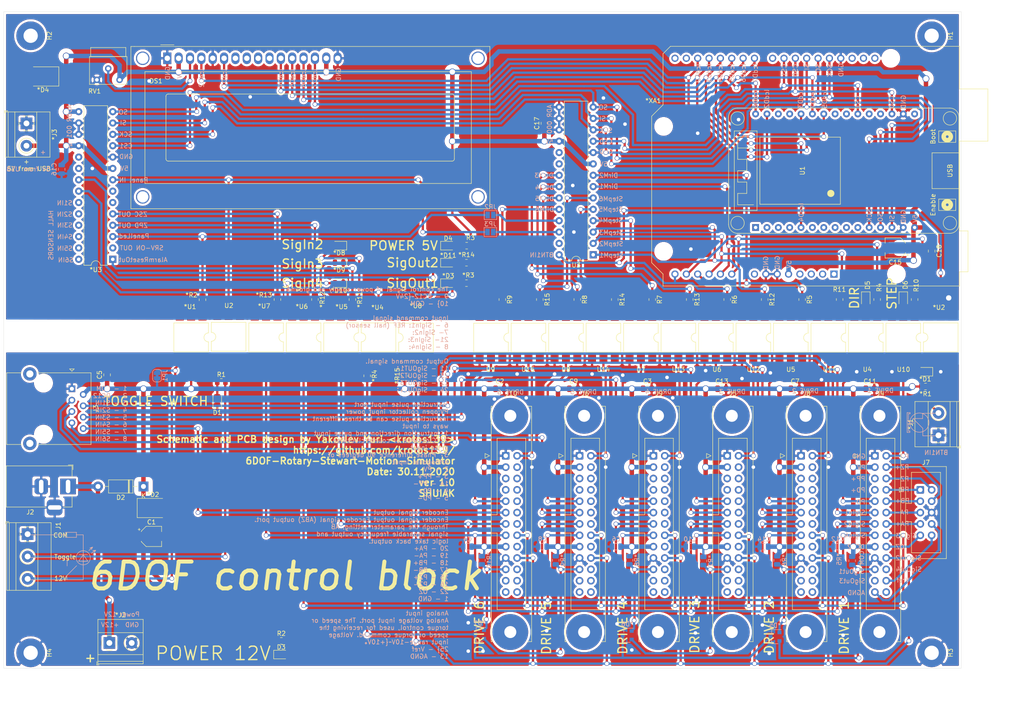
<source format=kicad_pcb>
(kicad_pcb (version 20171130) (host pcbnew "(5.1.8)-1")
  (title_block (title "6DOF control block") (date 2020-11-30) (rev "ver 1.0") (company SHUIAK) (comment 2 "Author: Yakovlev Yuri <krotos139>") (comment 3 "Licence: GPL v3") (comment 4 "Project: 6DOF Racing Simalator"))
  (layers (0 F.Cu signal) (31 B.Cu signal) (34 B.Paste user) (35 F.Paste user) (36 B.SilkS user) (37 F.SilkS user) (38 B.Mask user) (39 F.Mask user) (44 Edge.Cuts user))
  (net 0 "")
  (net 1 5V)
  (net 2 Earth_Protective)
  (net 3 DC12)
  (net 4 COM)
  (net 5 SM1)
  (net 6 DM1)
  (net 7 DM2)
  (net 8 SM2)
  (net 9 SM3)
  (net 10 DM3)
  (net 11 SM4)
  (net 12 DM4)
  (net 13 DM5)
  (net 14 SM5)
  (net 15 DM6)
  (net 16 SM6)
  (net 17 /DirM1)
  (net 18 PanelLED)
  (net 19 /DirM2)
  (net 20 /DirM3)
  (net 21 /DirM4)
  (net 22 /DirM5)
  (net 23 /DirM6)
  (net 24 /StepM1)
  (net 25 /StepM2)
  (net 26 /StepM3)
  (net 27 /StepM4)
  (net 28 /StepM5)
  (net 29 /StepM6)
  (net 30 BTN1IN)
  (net 31 PanelIN)
  (net 32 SCK)
  (net 33 SI)
  (net 34 SO)
  (net 35 CS0)
  (net 36 LCDD7)
  (net 37 LCDD6)
  (net 38 LCDD5)
  (net 39 LCDD4)
  (net 40 LCDD3)
  (net 41 LCDD2)
  (net 42 "Net-(DS1-Pad3)")
  (net 43 SigOut1M1)
  (net 44 SigOut1M2)
  (net 45 NotSigOut1IN)
  (net 46 SigOut1M4)
  (net 47 SigOut1M3)
  (net 48 SigOut1M6)
  (net 49 SigOut1M5)
  (net 50 SigOut2IN)
  (net 51 "#SigIn3")
  (net 52 "#SigIn4")
  (net 53 SigIn3)
  (net 54 SigIn4)
  (net 55 SigOut2)
  (net 56 SigIn2)
  (net 57 SigIn1M1)
  (net 58 SigIn1M2)
  (net 59 SigIn1M3)
  (net 60 SigIn1M4)
  (net 61 SigIn1M5)
  (net 62 SigIn1M6)
  (net 63 "#SigIn2")
  (net 64 CSigIn1M1)
  (net 65 "Net-(*D1-Pad2)")
  (net 66 "Net-(*D10-Pad2)")
  (net 67 "Net-(*D11-Pad2)")
  (net 68 "Net-(*J2-Pad1)")
  (net 69 "Net-(D3-Pad2)")
  (net 70 "Net-(D4-Pad2)")
  (net 71 "Net-(J4-Pad24)")
  (net 72 "Net-(J4-Pad18)")
  (net 73 "Net-(J4-Pad14)")
  (net 74 "Net-(J4-Pad12)")
  (net 75 "Net-(J4-Pad10)")
  (net 76 "Net-(J4-Pad8)")
  (net 77 "Net-(J4-Pad6)")
  (net 78 "Net-(J4-Pad4)")
  (net 79 "Net-(J4-Pad25)")
  (net 80 "Net-(R5-Pad2)")
  (net 81 "Net-(R6-Pad2)")
  (net 82 "Net-(R7-Pad2)")
  (net 83 "Net-(R9-Pad2)")
  (net 84 "Net-(R11-Pad2)")
  (net 85 "Net-(R12-Pad2)")
  (net 86 "Net-(R13-Pad2)")
  (net 87 "Net-(*D9-Pad2)")
  (net 88 "Net-(D5-Pad2)")
  (net 89 "Net-(R8-Pad2)")
  (net 90 "Net-(R14-Pad2)")
  (net 91 "Net-(JP2-Pad1)")
  (net 92 "Net-(JP3-Pad1)")
  (net 93 "Net-(*D5-Pad3)")
  (net 94 "Net-(*D8-Pad2)")
  (net 95 "Net-(*R2-Pad1)")
  (net 96 "Net-(*R4-Pad1)")
  (net 97 "Net-(*R15-Pad2)")
  (net 98 "Net-(*U1-Pad4)")
  (net 99 "Net-(D1-Pad2)")
  (net 100 "Net-(D6-Pad2)")
  (net 101 "Net-(J1-Pad2)")
  (net 102 "Net-(R15-Pad2)")
  (module Jumper:SolderJumper-2_P1.3mm_Open_Pad1.0x1.5mm (layer B.Cu) (at 139.304 56.896 180)
    (fp_text reference JP3 (at 0 1.8) (layer B.SilkS) (effects (justify mirror)))
    (fp_text value SolderJumper_2_Open)
    (pad 1 smd rect (at -0.65 0 180) (size 1 1.5) (layers B.Cu B.Mask) (net 92 "Net-(JP3-Pad1)"))
    (pad 2 smd rect (at 0.65 0 180) (size 1 1.5) (layers B.Cu B.Mask) (net 31 PanelIN))
  )
  (module Jumper:SolderJumper-2_P1.3mm_Open_Pad1.0x1.5mm (layer B.Cu) (at 139.334 53.086 180)
    (fp_text reference JP2 (at 0 1.8) (layer B.SilkS) (effects (justify mirror)))
    (fp_text value SolderJumper_2_Open)
    (pad 1 smd rect (at -0.65 0 180) (size 1 1.5) (layers B.Cu B.Mask) (net 91 "Net-(JP2-Pad1)"))
    (pad 2 smd rect (at 0.65 0 180) (size 1 1.5) (layers B.Cu B.Mask) (net 18 PanelLED))
  )
  (module Capacitor_SMD:C_0805_2012Metric (layer B.Cu) (at 200.472 127.254 180)
    (fp_text reference C14 (at 0 1.68) (layer B.SilkS) (effects (justify mirror)))
    (fp_text value "0.1uF 50V")
    (pad 2 smd roundrect (at 0.95 0 180) (size 1 1.45) (layers B.Cu B.Paste B.Mask) (net 4 COM))
    (pad 1 smd roundrect (at -0.95 0 180) (size 1 1.45) (layers B.Cu B.Paste B.Mask) (net 3 DC12))
  )
  (module Capacitor_SMD:C_0805_2012Metric (layer B.Cu) (at 216.982 127.254 180)
    (fp_text reference C12 (at 0 1.68) (layer B.SilkS) (effects (justify mirror)))
    (fp_text value "0.1uF 50V")
    (pad 2 smd roundrect (at 0.95 0 180) (size 1 1.45) (layers B.Cu B.Paste B.Mask) (net 4 COM))
    (pad 1 smd roundrect (at -0.95 0 180) (size 1 1.45) (layers B.Cu B.Paste B.Mask) (net 3 DC12))
  )
  (module Capacitor_SMD:C_0805_2012Metric (layer B.Cu) (at 183.962 127.254 180)
    (fp_text reference C10 (at 0 1.68) (layer B.SilkS) (effects (justify mirror)))
    (fp_text value "0.1uF 50V")
    (pad 2 smd roundrect (at 0.95 0 180) (size 1 1.45) (layers B.Cu B.Paste B.Mask) (net 4 COM))
    (pad 1 smd roundrect (at -0.95 0 180) (size 1 1.45) (layers B.Cu B.Paste B.Mask) (net 3 DC12))
  )
  (module Capacitor_SMD:C_0805_2012Metric (layer B.Cu) (at 150.942 127.254 180)
    (fp_text reference C8 (at 0 1.68) (layer B.SilkS) (effects (justify mirror)))
    (fp_text value "0.1uF 50V")
    (pad 2 smd roundrect (at 0.95 0 180) (size 1 1.45) (layers B.Cu B.Paste B.Mask) (net 4 COM))
    (pad 1 smd roundrect (at -0.95 0 180) (size 1 1.45) (layers B.Cu B.Paste B.Mask) (net 3 DC12))
  )
  (module Capacitor_SMD:C_0805_2012Metric (layer B.Cu) (at 167.452 127.254 180)
    (fp_text reference C6 (at 0 1.68) (layer B.SilkS) (effects (justify mirror)))
    (fp_text value "0.1uF 50V")
    (pad 2 smd roundrect (at 0.95 0 180) (size 1 1.45) (layers B.Cu B.Paste B.Mask) (net 4 COM))
    (pad 1 smd roundrect (at -0.95 0 180) (size 1 1.45) (layers B.Cu B.Paste B.Mask) (net 3 DC12))
  )
  (module Capacitor_SMD:C_0805_2012Metric (layer B.Cu) (at 134.178 127.254 180)
    (fp_text reference C4 (at 0 1.68) (layer B.SilkS) (effects (justify mirror)))
    (fp_text value "0.1uF 50V")
    (pad 2 smd roundrect (at 0.95 0 180) (size 1 1.45) (layers B.Cu B.Paste B.Mask) (net 4 COM))
    (pad 1 smd roundrect (at -0.95 0 180) (size 1 1.45) (layers B.Cu B.Paste B.Mask) (net 3 DC12))
  )
  (module Capacitor_SMD:C_0805_2012Metric (layer F.Cu) (at 191.074 91.948)
    (fp_text reference C13 (at 0 -1.68) (layer F.SilkS))
    (fp_text value "0.1uF 50V")
    (pad 2 smd roundrect (at 0.95 0) (size 1 1.45) (layers F.Cu F.Paste F.Mask) (net 4 COM))
    (pad 1 smd roundrect (at -0.95 0) (size 1 1.45) (layers F.Cu F.Paste F.Mask) (net 3 DC12))
  )
  (module Capacitor_SMD:C_0805_2012Metric (layer F.Cu) (at 224.216 91.948)
    (fp_text reference C11 (at 0 -1.68) (layer F.SilkS))
    (fp_text value "0.1uF 50V")
    (pad 2 smd roundrect (at 0.95 0) (size 1 1.45) (layers F.Cu F.Paste F.Mask) (net 4 COM))
    (pad 1 smd roundrect (at -0.95 0) (size 1 1.45) (layers F.Cu F.Paste F.Mask) (net 3 DC12))
  )
  (module Capacitor_SMD:C_0805_2012Metric (layer F.Cu) (at 157.922 91.948)
    (fp_text reference C9 (at 0 -1.68) (layer F.SilkS))
    (fp_text value "0.1uF 50V")
    (pad 2 smd roundrect (at 0.95 0) (size 1 1.45) (layers F.Cu F.Paste F.Mask) (net 4 COM))
    (pad 1 smd roundrect (at -0.95 0) (size 1 1.45) (layers F.Cu F.Paste F.Mask) (net 3 DC12))
  )
  (module Capacitor_SMD:C_0805_2012Metric (layer F.Cu) (at 237.998 61.148 270)
    (fp_text reference C18 (at 0 -1.68 90) (layer F.SilkS))
    (fp_text value "0.1uF 50V")
    (pad 2 smd roundrect (at 0.95 0 270) (size 1 1.45) (layers F.Cu F.Paste F.Mask) (net 2 Earth_Protective))
    (pad 1 smd roundrect (at -0.95 0 270) (size 1 1.45) (layers F.Cu F.Paste F.Mask) (net 1 5V))
  )
  (module Capacitor_SMD:C_0805_2012Metric (layer F.Cu) (at 151.384 32.578 90)
    (fp_text reference C17 (at 0 -1.68 90) (layer F.SilkS))
    (fp_text value "0.1uF 50V")
    (pad 2 smd roundrect (at 0.95 0 90) (size 1 1.45) (layers F.Cu F.Paste F.Mask) (net 2 Earth_Protective))
    (pad 1 smd roundrect (at -0.95 0 90) (size 1 1.45) (layers F.Cu F.Paste F.Mask) (net 1 5V))
  )
  (module Capacitor_SMD:C_0805_2012Metric (layer B.Cu) (at 43.434 42.86 270)
    (fp_text reference C16 (at 0 1.68 270) (layer B.SilkS) (effects (justify mirror)))
    (fp_text value "0.1uF 50V")
    (pad 2 smd roundrect (at 0.95 0 270) (size 1 1.45) (layers B.Cu B.Paste B.Mask) (net 2 Earth_Protective))
    (pad 1 smd roundrect (at -0.95 0 270) (size 1 1.45) (layers B.Cu B.Paste B.Mask) (net 1 5V))
  )
  (module Capacitor_SMD:C_0805_2012Metric (layer F.Cu) (at 207.452 91.948)
    (fp_text reference C7 (at 0 -1.68) (layer F.SilkS))
    (fp_text value "0.1uF 50V")
    (pad 2 smd roundrect (at 0.95 0) (size 1 1.45) (layers F.Cu F.Paste F.Mask) (net 4 COM))
    (pad 1 smd roundrect (at -0.95 0) (size 1 1.45) (layers F.Cu F.Paste F.Mask) (net 3 DC12))
  )
  (module Capacitor_SMD:C_0805_2012Metric (layer F.Cu) (at 53.594 88.834 90)
    (fp_text reference C5 (at 0 -1.68 90) (layer F.SilkS))
    (fp_text value "0.1uF 50V")
    (pad 2 smd roundrect (at 0.95 0 90) (size 1 1.45) (layers F.Cu F.Paste F.Mask) (net 4 COM))
    (pad 1 smd roundrect (at -0.95 0 90) (size 1 1.45) (layers F.Cu F.Paste F.Mask) (net 3 DC12))
  )
  (module Capacitor_SMD:C_0805_2012Metric (layer F.Cu) (at 174.432 91.948)
    (fp_text reference C3 (at 0 -1.68) (layer F.SilkS))
    (fp_text value "0.1uF 50V")
    (pad 2 smd roundrect (at 0.95 0) (size 1 1.45) (layers F.Cu F.Paste F.Mask) (net 4 COM))
    (pad 1 smd roundrect (at -0.95 0) (size 1 1.45) (layers F.Cu F.Paste F.Mask) (net 3 DC12))
  )
  (module Capacitor_SMD:C_0805_2012Metric (layer F.Cu) (at 141.412 91.948)
    (fp_text reference C2 (at 0 -1.68) (layer F.SilkS))
    (fp_text value "0.1uF 50V")
    (pad 2 smd roundrect (at 0.95 0) (size 1 1.45) (layers F.Cu F.Paste F.Mask) (net 4 COM))
    (pad 1 smd roundrect (at -0.95 0) (size 1 1.45) (layers F.Cu F.Paste F.Mask) (net 3 DC12))
  )
  (module TerminalBlock_Phoenix:TerminalBlock_Phoenix_MKDS-1,5-2_1x02_P5.00mm_Horizontal (layer F.Cu) (at 35.56 32.592 270)
    (fp_text reference *J3 (at 2.5 -6.26 90) (layer F.SilkS))
    (fp_text value Screw_Terminal_01x02)
    (pad 2 thru_hole circle (at 5 0 270) (size 2.6 2.6) (drill 1.3) (layers *.Cu *.Mask) (net 1 5V))
    (pad 1 thru_hole rect (at 0 0 270) (size 2.6 2.6) (drill 1.3) (layers *.Cu *.Mask) (net 2 Earth_Protective))
  )
  (module Module:Arduino_UNO_R3_WithMountingHoles (layer F.Cu) (at 216.154 66.294 180)
    (fp_text reference *XA1 (at 40.4368 38.7604 180) (layer F.SilkS))
    (fp_text value Arduino_Uno_Shield)
    (pad "" np_thru_hole circle (at 38.1 5.08 270) (size 3.2 3.2) (drill 3.2) (layers *.Cu *.Mask))
    (pad "" np_thru_hole circle (at 38.1 33.02 270) (size 3.2 3.2) (drill 3.2) (layers *.Cu *.Mask))
    (pad "" np_thru_hole circle (at -12.7 48.26 270) (size 3.2 3.2) (drill 3.2) (layers *.Cu *.Mask))
    (pad "" np_thru_hole circle (at -13.97 0 270) (size 3.2 3.2) (drill 3.2) (layers *.Cu *.Mask))
    (pad 16 thru_hole oval (at 33.02 48.26 270) (size 1.6 1.6) (drill 1) (layers *.Cu *.Mask))
    (pad 15 thru_hole oval (at 35.56 48.26 270) (size 1.6 1.6) (drill 1) (layers *.Cu *.Mask))
    (pad 30 thru_hole oval (at -4.06 48.26 270) (size 1.6 1.6) (drill 1) (layers *.Cu *.Mask))
    (pad 14 thru_hole oval (at 35.56 0 270) (size 1.6 1.6) (drill 1) (layers *.Cu *.Mask) (net 20 /DirM3))
    (pad 29 thru_hole oval (at -1.52 48.26 270) (size 1.6 1.6) (drill 1) (layers *.Cu *.Mask) (net 2 Earth_Protective))
    (pad 13 thru_hole oval (at 33.02 0 270) (size 1.6 1.6) (drill 1) (layers *.Cu *.Mask) (net 26 /StepM3))
    (pad 28 thru_hole oval (at 1.02 48.26 270) (size 1.6 1.6) (drill 1) (layers *.Cu *.Mask) (net 32 SCK))
    (pad 12 thru_hole oval (at 30.48 0 270) (size 1.6 1.6) (drill 1) (layers *.Cu *.Mask) (net 19 /DirM2))
    (pad 27 thru_hole oval (at 3.56 48.26 270) (size 1.6 1.6) (drill 1) (layers *.Cu *.Mask) (net 34 SO))
    (pad 11 thru_hole oval (at 27.94 0 270) (size 1.6 1.6) (drill 1) (layers *.Cu *.Mask) (net 25 /StepM2))
    (pad 26 thru_hole oval (at 6.1 48.26 270) (size 1.6 1.6) (drill 1) (layers *.Cu *.Mask) (net 33 SI))
    (pad 10 thru_hole oval (at 25.4 0 270) (size 1.6 1.6) (drill 1) (layers *.Cu *.Mask) (net 17 /DirM1))
    (pad 25 thru_hole oval (at 8.64 48.26 270) (size 1.6 1.6) (drill 1) (layers *.Cu *.Mask) (net 35 CS0))
    (pad 9 thru_hole oval (at 22.86 0 270) (size 1.6 1.6) (drill 1) (layers *.Cu *.Mask) (net 24 /StepM1))
    (pad 24 thru_hole oval (at 11.18 48.26 270) (size 1.6 1.6) (drill 1) (layers *.Cu *.Mask) (net 64 CSigIn1M1))
    (pad 8 thru_hole oval (at 17.78 0 270) (size 1.6 1.6) (drill 1) (layers *.Cu *.Mask))
    (pad 23 thru_hole oval (at 13.72 48.26 270) (size 1.6 1.6) (drill 1) (layers *.Cu *.Mask))
    (pad 7 thru_hole oval (at 15.24 0 270) (size 1.6 1.6) (drill 1) (layers *.Cu *.Mask) (net 2 Earth_Protective))
    (pad 22 thru_hole oval (at 17.78 48.26 270) (size 1.6 1.6) (drill 1) (layers *.Cu *.Mask) (net 36 LCDD7))
    (pad 6 thru_hole oval (at 12.7 0 270) (size 1.6 1.6) (drill 1) (layers *.Cu *.Mask) (net 2 Earth_Protective))
    (pad 21 thru_hole oval (at 20.32 48.26 270) (size 1.6 1.6) (drill 1) (layers *.Cu *.Mask) (net 37 LCDD6))
    (pad 5 thru_hole oval (at 10.16 0 270) (size 1.6 1.6) (drill 1) (layers *.Cu *.Mask) (net 1 5V))
    (pad 20 thru_hole oval (at 22.86 48.26 270) (size 1.6 1.6) (drill 1) (layers *.Cu *.Mask) (net 38 LCDD5))
    (pad 4 thru_hole oval (at 7.62 0 270) (size 1.6 1.6) (drill 1) (layers *.Cu *.Mask))
    (pad 19 thru_hole oval (at 25.4 48.26 270) (size 1.6 1.6) (drill 1) (layers *.Cu *.Mask) (net 39 LCDD4))
    (pad 3 thru_hole oval (at 5.08 0 270) (size 1.6 1.6) (drill 1) (layers *.Cu *.Mask))
    (pad 18 thru_hole oval (at 27.94 48.26 270) (size 1.6 1.6) (drill 1) (layers *.Cu *.Mask) (net 40 LCDD3))
    (pad 2 thru_hole oval (at 2.54 0 270) (size 1.6 1.6) (drill 1) (layers *.Cu *.Mask))
    (pad 17 thru_hole oval (at 30.48 48.26 270) (size 1.6 1.6) (drill 1) (layers *.Cu *.Mask) (net 41 LCDD2))
    (pad 1 thru_hole rect (at 0 0 270) (size 1.6 1.6) (drill 1) (layers *.Cu *.Mask))
    (pad 31 thru_hole oval (at -6.6 48.26 270) (size 1.6 1.6) (drill 1) (layers *.Cu *.Mask))
    (pad 32 thru_hole oval (at -9.14 48.26 270) (size 1.6 1.6) (drill 1) (layers *.Cu *.Mask))
  )
  (module Package_DIP:DIP-28_W7.62mm (layer F.Cu) (at 162.306 61.976 180)
    (fp_text reference U3 (at 3.81 -2.33) (layer F.SilkS))
    (fp_text value MCP23SigIn1M17_SP)
    (pad 28 thru_hole oval (at 7.62 0 180) (size 1.6 1.6) (drill 0.8) (layers *.Cu *.Mask) (net 30 BTN1IN))
    (pad 14 thru_hole oval (at 0 33.02 180) (size 1.6 1.6) (drill 0.8) (layers *.Cu *.Mask) (net 34 SO))
    (pad 27 thru_hole oval (at 7.62 2.54 180) (size 1.6 1.6) (drill 0.8) (layers *.Cu *.Mask))
    (pad 13 thru_hole oval (at 0 30.48 180) (size 1.6 1.6) (drill 0.8) (layers *.Cu *.Mask) (net 33 SI))
    (pad 26 thru_hole oval (at 7.62 5.08 180) (size 1.6 1.6) (drill 0.8) (layers *.Cu *.Mask) (net 92 "Net-(JP3-Pad1)"))
    (pad 12 thru_hole oval (at 0 27.94 180) (size 1.6 1.6) (drill 0.8) (layers *.Cu *.Mask) (net 32 SCK))
    (pad 25 thru_hole oval (at 7.62 7.62 180) (size 1.6 1.6) (drill 0.8) (layers *.Cu *.Mask) (net 91 "Net-(JP2-Pad1)"))
    (pad 11 thru_hole oval (at 0 25.4 180) (size 1.6 1.6) (drill 0.8) (layers *.Cu *.Mask) (net 35 CS0))
    (pad 24 thru_hole oval (at 7.62 10.16 180) (size 1.6 1.6) (drill 0.8) (layers *.Cu *.Mask) (net 23 /DirM6))
    (pad 10 thru_hole oval (at 0 22.86 180) (size 1.6 1.6) (drill 0.8) (layers *.Cu *.Mask) (net 2 Earth_Protective))
    (pad 23 thru_hole oval (at 7.62 12.7 180) (size 1.6 1.6) (drill 0.8) (layers *.Cu *.Mask) (net 22 /DirM5))
    (pad 9 thru_hole oval (at 0 20.32 180) (size 1.6 1.6) (drill 0.8) (layers *.Cu *.Mask) (net 1 5V))
    (pad 22 thru_hole oval (at 7.62 15.24 180) (size 1.6 1.6) (drill 0.8) (layers *.Cu *.Mask) (net 21 /DirM4))
    (pad 8 thru_hole oval (at 0 17.78 180) (size 1.6 1.6) (drill 0.8) (layers *.Cu *.Mask) (net 19 /DirM2))
    (pad 21 thru_hole oval (at 7.62 17.78 180) (size 1.6 1.6) (drill 0.8) (layers *.Cu *.Mask) (net 20 /DirM3))
    (pad 7 thru_hole oval (at 0 15.24 180) (size 1.6 1.6) (drill 0.8) (layers *.Cu *.Mask) (net 17 /DirM1))
    (pad 20 thru_hole oval (at 7.62 20.32 180) (size 1.6 1.6) (drill 0.8) (layers *.Cu *.Mask))
    (pad 6 thru_hole oval (at 0 12.7 180) (size 1.6 1.6) (drill 0.8) (layers *.Cu *.Mask) (net 29 /StepM6))
    (pad 19 thru_hole oval (at 7.62 22.86 180) (size 1.6 1.6) (drill 0.8) (layers *.Cu *.Mask))
    (pad 5 thru_hole oval (at 0 10.16 180) (size 1.6 1.6) (drill 0.8) (layers *.Cu *.Mask) (net 28 /StepM5))
    (pad 18 thru_hole oval (at 7.62 25.4 180) (size 1.6 1.6) (drill 0.8) (layers *.Cu *.Mask) (net 1 5V))
    (pad 4 thru_hole oval (at 0 7.62 180) (size 1.6 1.6) (drill 0.8) (layers *.Cu *.Mask) (net 27 /StepM4))
    (pad 17 thru_hole oval (at 7.62 27.94 180) (size 1.6 1.6) (drill 0.8) (layers *.Cu *.Mask) (net 2 Earth_Protective))
    (pad 3 thru_hole oval (at 0 5.08 180) (size 1.6 1.6) (drill 0.8) (layers *.Cu *.Mask) (net 26 /StepM3))
    (pad 16 thru_hole oval (at 7.62 30.48 180) (size 1.6 1.6) (drill 0.8) (layers *.Cu *.Mask) (net 2 Earth_Protective))
    (pad 2 thru_hole oval (at 0 2.54 180) (size 1.6 1.6) (drill 0.8) (layers *.Cu *.Mask) (net 25 /StepM2))
    (pad 15 thru_hole oval (at 7.62 33.02 180) (size 1.6 1.6) (drill 0.8) (layers *.Cu *.Mask) (net 2 Earth_Protective))
    (pad 1 thru_hole rect (at 0 0 180) (size 1.6 1.6) (drill 0.8) (layers *.Cu *.Mask) (net 24 /StepM1))
  )
  (module Connector_IDC:IDC-Header_2x05_P2.54mm_Vertical (layer F.Cu) (at 235.458 114.554)
    (fp_text reference J7 (at 1.27 -6.1) (layer F.SilkS))
    (fp_text value Conn_02x05_Top_Bottom)
    (pad 1 thru_hole roundrect (at 0 0) (size 1.7 1.7) (drill 1) (layers *.Cu *.Mask) (roundrect_rratio 0.1470588235294118) (net 76 "Net-(J4-Pad8)"))
    (pad 3 thru_hole circle (at 0 2.54) (size 1.7 1.7) (drill 1) (layers *.Cu *.Mask) (net 75 "Net-(J4-Pad10)"))
    (pad 5 thru_hole circle (at 0 5.08) (size 1.7 1.7) (drill 1) (layers *.Cu *.Mask) (net 74 "Net-(J4-Pad12)"))
    (pad 7 thru_hole circle (at 0 7.62) (size 1.7 1.7) (drill 1) (layers *.Cu *.Mask) (net 73 "Net-(J4-Pad14)"))
    (pad 9 thru_hole circle (at 0 10.16) (size 1.7 1.7) (drill 1) (layers *.Cu *.Mask) (net 72 "Net-(J4-Pad18)"))
    (pad 2 thru_hole circle (at 2.54 0) (size 1.7 1.7) (drill 1) (layers *.Cu *.Mask) (net 77 "Net-(J4-Pad6)"))
    (pad 4 thru_hole circle (at 2.54 2.54) (size 1.7 1.7) (drill 1) (layers *.Cu *.Mask) (net 78 "Net-(J4-Pad4)"))
    (pad 6 thru_hole circle (at 2.54 5.08) (size 1.7 1.7) (drill 1) (layers *.Cu *.Mask) (net 4 COM))
    (pad 8 thru_hole circle (at 2.54 7.62) (size 1.7 1.7) (drill 1) (layers *.Cu *.Mask) (net 79 "Net-(J4-Pad25)"))
    (pad 10 thru_hole circle (at 2.54 10.16) (size 1.7 1.7) (drill 1) (layers *.Cu *.Mask) (net 71 "Net-(J4-Pad24)"))
  )
  (module Package_DIP:DIP-28_W7.62mm (layer F.Cu) (at 54.864 62.992 180)
    (fp_text reference *U3 (at 3.81 -2.33) (layer F.SilkS))
    (fp_text value MCP23SigIn1M17_SP)
    (pad 28 thru_hole oval (at 7.62 0 180) (size 1.6 1.6) (drill 0.8) (layers *.Cu *.Mask))
    (pad 14 thru_hole oval (at 0 33.02 180) (size 1.6 1.6) (drill 0.8) (layers *.Cu *.Mask) (net 34 SO))
    (pad 27 thru_hole oval (at 7.62 2.54 180) (size 1.6 1.6) (drill 0.8) (layers *.Cu *.Mask))
    (pad 13 thru_hole oval (at 0 30.48 180) (size 1.6 1.6) (drill 0.8) (layers *.Cu *.Mask) (net 33 SI))
    (pad 26 thru_hole oval (at 7.62 5.08 180) (size 1.6 1.6) (drill 0.8) (layers *.Cu *.Mask))
    (pad 12 thru_hole oval (at 0 27.94 180) (size 1.6 1.6) (drill 0.8) (layers *.Cu *.Mask) (net 32 SCK))
    (pad 25 thru_hole oval (at 7.62 7.62 180) (size 1.6 1.6) (drill 0.8) (layers *.Cu *.Mask))
    (pad 11 thru_hole oval (at 0 25.4 180) (size 1.6 1.6) (drill 0.8) (layers *.Cu *.Mask) (net 64 CSigIn1M1))
    (pad 24 thru_hole oval (at 7.62 10.16 180) (size 1.6 1.6) (drill 0.8) (layers *.Cu *.Mask))
    (pad 10 thru_hole oval (at 0 22.86 180) (size 1.6 1.6) (drill 0.8) (layers *.Cu *.Mask) (net 2 Earth_Protective))
    (pad 23 thru_hole oval (at 7.62 12.7 180) (size 1.6 1.6) (drill 0.8) (layers *.Cu *.Mask))
    (pad 9 thru_hole oval (at 0 20.32 180) (size 1.6 1.6) (drill 0.8) (layers *.Cu *.Mask) (net 1 5V))
    (pad 22 thru_hole oval (at 7.62 15.24 180) (size 1.6 1.6) (drill 0.8) (layers *.Cu *.Mask) (net 45 NotSigOut1IN))
    (pad 8 thru_hole oval (at 0 17.78 180) (size 1.6 1.6) (drill 0.8) (layers *.Cu *.Mask) (net 31 PanelIN))
    (pad 21 thru_hole oval (at 7.62 17.78 180) (size 1.6 1.6) (drill 0.8) (layers *.Cu *.Mask) (net 50 SigOut2IN))
    (pad 7 thru_hole oval (at 0 15.24 180) (size 1.6 1.6) (drill 0.8) (layers *.Cu *.Mask))
    (pad 20 thru_hole oval (at 7.62 20.32 180) (size 1.6 1.6) (drill 0.8) (layers *.Cu *.Mask))
    (pad 6 thru_hole oval (at 0 12.7 180) (size 1.6 1.6) (drill 0.8) (layers *.Cu *.Mask))
    (pad 19 thru_hole oval (at 7.62 22.86 180) (size 1.6 1.6) (drill 0.8) (layers *.Cu *.Mask))
    (pad 5 thru_hole oval (at 0 10.16 180) (size 1.6 1.6) (drill 0.8) (layers *.Cu *.Mask) (net 18 PanelLED))
    (pad 18 thru_hole oval (at 7.62 25.4 180) (size 1.6 1.6) (drill 0.8) (layers *.Cu *.Mask) (net 1 5V))
    (pad 4 thru_hole oval (at 0 7.62 180) (size 1.6 1.6) (drill 0.8) (layers *.Cu *.Mask) (net 52 "#SigIn4"))
    (pad 17 thru_hole oval (at 7.62 27.94 180) (size 1.6 1.6) (drill 0.8) (layers *.Cu *.Mask) (net 2 Earth_Protective))
    (pad 3 thru_hole oval (at 0 5.08 180) (size 1.6 1.6) (drill 0.8) (layers *.Cu *.Mask) (net 51 "#SigIn3"))
    (pad 16 thru_hole oval (at 7.62 30.48 180) (size 1.6 1.6) (drill 0.8) (layers *.Cu *.Mask) (net 2 Earth_Protective))
    (pad 2 thru_hole oval (at 0 2.54 180) (size 1.6 1.6) (drill 0.8) (layers *.Cu *.Mask))
    (pad 15 thru_hole oval (at 7.62 33.02 180) (size 1.6 1.6) (drill 0.8) (layers *.Cu *.Mask) (net 1 5V))
    (pad 1 thru_hole rect (at 0 0 180) (size 1.6 1.6) (drill 0.8) (layers *.Cu *.Mask) (net 63 "#SigIn2"))
  )
  (module ESP32_DevKit_V1_DOIT:esp32_devkit_v1_doit (layer F.Cu) (at 198.628 43.18 90)
    (fp_text reference U1 (at 0 10.47 90) (layer F.SilkS))
    (fp_text value ESP32_DevKit_V1_DOIT)
    (fp_text user Enable (at -7.62 39.68 90) (layer F.SilkS))
    (fp_text user Boot (at 7.62 39.68 90) (layer F.SilkS))
    (fp_text user USB (at 0 43.49 90) (layer F.SilkS))
    (pad 30 thru_hole circle (at 12.7 0 90) (size 1.524 1.524) (drill 0.762) (layers *.Cu *.Mask) (net 37 LCDD6))
    (pad 29 thru_hole circle (at 12.7 2.54 90) (size 1.524 1.524) (drill 0.762) (layers *.Cu *.Mask) (net 41 LCDD2))
    (pad 28 thru_hole circle (at 12.7 5.08 90) (size 1.524 1.524) (drill 0.762) (layers *.Cu *.Mask))
    (pad 27 thru_hole circle (at 12.7 7.62 90) (size 1.524 1.524) (drill 0.762) (layers *.Cu *.Mask))
    (pad 26 thru_hole circle (at 12.7 10.16 90) (size 1.524 1.524) (drill 0.762) (layers *.Cu *.Mask) (net 40 LCDD3))
    (pad 25 thru_hole circle (at 12.7 12.7 90) (size 1.524 1.524) (drill 0.762) (layers *.Cu *.Mask) (net 36 LCDD7))
    (pad 24 thru_hole circle (at 12.7 15.24 90) (size 1.524 1.524) (drill 0.762) (layers *.Cu *.Mask) (net 38 LCDD5))
    (pad 23 thru_hole circle (at 12.7 17.78 90) (size 1.524 1.524) (drill 0.762) (layers *.Cu *.Mask))
    (pad 22 thru_hole circle (at 12.7 20.32 90) (size 1.524 1.524) (drill 0.762) (layers *.Cu *.Mask))
    (pad 21 thru_hole circle (at 12.7 22.86 90) (size 1.524 1.524) (drill 0.762) (layers *.Cu *.Mask) (net 64 CSigIn1M1))
    (pad 20 thru_hole circle (at 12.7 25.4 90) (size 1.524 1.524) (drill 0.762) (layers *.Cu *.Mask))
    (pad 19 thru_hole circle (at 12.7 27.94 90) (size 1.524 1.524) (drill 0.762) (layers *.Cu *.Mask))
    (pad 18 thru_hole circle (at 12.7 30.48 90) (size 1.524 1.524) (drill 0.762) (layers *.Cu *.Mask) (net 35 CS0))
    (pad 17 thru_hole circle (at 12.7 33.02 90) (size 1.524 1.524) (drill 0.762) (layers *.Cu *.Mask) (net 2 Earth_Protective))
    (pad 16 thru_hole circle (at 12.7 35.56 90) (size 1.524 1.524) (drill 0.762) (layers *.Cu *.Mask))
    (pad 15 thru_hole circle (at -12.7 35.56 90) (size 1.524 1.524) (drill 0.762) (layers *.Cu *.Mask) (net 1 5V))
    (pad 14 thru_hole circle (at -12.7 33.02 90) (size 1.524 1.524) (drill 0.762) (layers *.Cu *.Mask) (net 2 Earth_Protective))
    (pad 13 thru_hole circle (at -12.7 30.48 90) (size 1.524 1.524) (drill 0.762) (layers *.Cu *.Mask) (net 33 SI))
    (pad 12 thru_hole circle (at -12.7 27.94 90) (size 1.524 1.524) (drill 0.762) (layers *.Cu *.Mask) (net 34 SO))
    (pad 11 thru_hole circle (at -12.7 25.4 90) (size 1.524 1.524) (drill 0.762) (layers *.Cu *.Mask) (net 32 SCK))
    (pad 10 thru_hole circle (at -12.7 22.86 90) (size 1.524 1.524) (drill 0.762) (layers *.Cu *.Mask))
    (pad 9 thru_hole circle (at -12.7 20.32 90) (size 1.524 1.524) (drill 0.762) (layers *.Cu *.Mask))
    (pad 8 thru_hole circle (at -12.7 17.78 90) (size 1.524 1.524) (drill 0.762) (layers *.Cu *.Mask))
    (pad 7 thru_hole circle (at -12.7 15.24 90) (size 1.524 1.524) (drill 0.762) (layers *.Cu *.Mask))
    (pad 6 thru_hole circle (at -12.7 12.7 90) (size 1.524 1.524) (drill 0.762) (layers *.Cu *.Mask))
    (pad 5 thru_hole circle (at -12.7 10.16 90) (size 1.524 1.524) (drill 0.762) (layers *.Cu *.Mask) (net 39 LCDD4))
    (pad 4 thru_hole circle (at -12.7 7.62 90) (size 1.524 1.524) (drill 0.762) (layers *.Cu *.Mask))
    (pad 3 thru_hole circle (at -12.7 5.08 90) (size 1.524 1.524) (drill 0.762) (layers *.Cu *.Mask))
    (pad 2 thru_hole circle (at -12.7 2.54 90) (size 1.524 1.524) (drill 0.762) (layers *.Cu *.Mask))
    (pad 1 thru_hole rect (at -12.7 0 90) (size 1.524 1.524) (drill 0.762) (layers *.Cu *.Mask))
  )
  (module Potentiometer_THT:Potentiometer_Bourns_3339W_Horizontal (layer F.Cu) (at 51.308 22.86 90)
    (fp_text reference RV1 (at -2.54 -0.508 180) (layer F.SilkS))
    (fp_text value R_POT)
    (pad 1 thru_hole circle (at 0 0 90) (size 1.44 1.44) (drill 0.8) (layers *.Cu *.Mask) (net 2 Earth_Protective))
    (pad 2 thru_hole circle (at 2.54 2.54 90) (size 1.44 1.44) (drill 0.8) (layers *.Cu *.Mask) (net 42 "Net-(DS1-Pad3)"))
    (pad 3 thru_hole circle (at 0 5.08 90) (size 1.44 1.44) (drill 0.8) (layers *.Cu *.Mask) (net 1 5V))
  )
  (module Jumper:SolderJumper-2_P1.3mm_Bridged_RoundedPad1.0x1.5mm (layer B.Cu) (at 64.77 89.012 90)
    (fp_text reference JP1 (at 0 1.8 90) (layer B.SilkS) (effects (justify mirror)))
    (fp_text value SolderJumper_2_Bridged)
    (fp_poly (pts (xy 0.25 0.3) (xy -0.25 0.3) (xy -0.25 -0.3) (xy 0.25 -0.3)) (layer B.Cu) (width 0))
    (pad 1 smd custom (at -0.65 0 90) (size 1 0.5) (layers B.Cu B.Mask) (net 3 DC12) (options (clearance outline) (anchor rect)) (primitives (gr_circle (center 0 -0.25) (end 0.5 -0.25) (width 0)) (gr_circle (center 0 0.25) (end 0.5 0.25) (width 0)) (gr_poly (pts (xy 0 0.75) (xy 0.5 0.75) (xy 0.5 -0.75) (xy 0 -0.75)) (width 0))))
    (pad 2 smd custom (at 0.65 0 90) (size 1 0.5) (layers B.Cu B.Mask) (net 98 "Net-(*U1-Pad4)") (options (clearance outline) (anchor rect)) (primitives (gr_circle (center 0 -0.25) (end 0.5 -0.25) (width 0)) (gr_circle (center 0 0.25) (end 0.5 0.25) (width 0)) (gr_poly (pts (xy 0 0.75) (xy -0.5 0.75) (xy -0.5 -0.75) (xy 0 -0.75)) (width 0))))
  )
  (module Display:WC1602A (layer F.Cu) (at 67.056 18.034)
    (fp_text reference DS1 (at -2.54 5.08) (layer F.SilkS))
    (fp_text value WC1602A)
    (pad "" thru_hole circle (at 69.5 0) (size 3 3) (drill 2.5) (layers *.Cu *.Mask))
    (pad "" thru_hole circle (at 69.49948 31.0007) (size 3 3) (drill 2.5) (layers *.Cu *.Mask))
    (pad "" thru_hole circle (at -5.4991 31.0007) (size 3 3) (drill 2.5) (layers *.Cu *.Mask))
    (pad "" thru_hole circle (at -5.4991 0) (size 3 3) (drill 2.5) (layers *.Cu *.Mask))
    (pad 16 thru_hole oval (at 38.1 0) (size 1.8 2.6) (drill 1.2) (layers *.Cu *.Mask) (net 2 Earth_Protective))
    (pad 15 thru_hole oval (at 35.56 0) (size 1.8 2.6) (drill 1.2) (layers *.Cu *.Mask) (net 1 5V))
    (pad 14 thru_hole oval (at 33.02 0) (size 1.8 2.6) (drill 1.2) (layers *.Cu *.Mask) (net 36 LCDD7))
    (pad 13 thru_hole oval (at 30.48 0) (size 1.8 2.6) (drill 1.2) (layers *.Cu *.Mask) (net 37 LCDD6))
    (pad 12 thru_hole oval (at 27.94 0) (size 1.8 2.6) (drill 1.2) (layers *.Cu *.Mask) (net 38 LCDD5))
    (pad 11 thru_hole oval (at 25.4 0) (size 1.8 2.6) (drill 1.2) (layers *.Cu *.Mask) (net 39 LCDD4))
    (pad 10 thru_hole oval (at 22.86 0) (size 1.8 2.6) (drill 1.2) (layers *.Cu *.Mask))
    (pad 9 thru_hole oval (at 20.32 0) (size 1.8 2.6) (drill 1.2) (layers *.Cu *.Mask))
    (pad 8 thru_hole oval (at 17.78 0) (size 1.8 2.6) (drill 1.2) (layers *.Cu *.Mask))
    (pad 7 thru_hole oval (at 15.24 0) (size 1.8 2.6) (drill 1.2) (layers *.Cu *.Mask))
    (pad 6 thru_hole oval (at 12.7 0) (size 1.8 2.6) (drill 1.2) (layers *.Cu *.Mask) (net 40 LCDD3))
    (pad 5 thru_hole oval (at 10.16 0) (size 1.8 2.6) (drill 1.2) (layers *.Cu *.Mask) (net 2 Earth_Protective))
    (pad 4 thru_hole oval (at 7.62 0) (size 1.8 2.6) (drill 1.2) (layers *.Cu *.Mask) (net 41 LCDD2))
    (pad 3 thru_hole oval (at 5.08 0) (size 1.8 2.6) (drill 1.2) (layers *.Cu *.Mask) (net 42 "Net-(DS1-Pad3)"))
    (pad 2 thru_hole oval (at 2.54 0) (size 1.8 2.6) (drill 1.2) (layers *.Cu *.Mask) (net 1 5V))
    (pad 1 thru_hole rect (at 0 0) (size 1.8 2.6) (drill 1.2) (layers *.Cu *.Mask) (net 2 Earth_Protective))
  )
  (module Capacitor_SMD:CP_Elec_4x5.7 (layer F.Cu) (at 229.848 60.452 180)
    (fp_text reference C15 (at 0 -3.2) (layer F.SilkS))
    (fp_text value "1uF, 50V")
    (pad 2 smd roundrect (at 1.8 0 180) (size 2.6 1.6) (layers F.Cu F.Paste F.Mask) (roundrect_rratio 0.15625) (net 2 Earth_Protective))
    (pad 1 smd roundrect (at -1.8 0 180) (size 2.6 1.6) (layers F.Cu F.Paste F.Mask) (roundrect_rratio 0.15625) (net 1 5V))
  )
  (module Capacitor_SMD:CP_Elec_4x5.7 (layer F.Cu) (at 63.522 124.968)
    (fp_text reference C1 (at 0 -3.2) (layer F.SilkS))
    (fp_text value "1uF, 50V")
    (pad 1 smd roundrect (at -1.8 0) (size 2.6 1.6) (layers F.Cu F.Paste F.Mask) (roundrect_rratio 0.15625) (net 3 DC12))
    (pad 2 smd roundrect (at 1.8 0) (size 2.6 1.6) (layers F.Cu F.Paste F.Mask) (roundrect_rratio 0.15625) (net 4 COM))
  )
  (module Package_TO_SOT_SMD:SOT-23 (layer B.Cu) (at 202.962 147.386 180)
    (fp_text reference *D5 (at 0 2.5 180) (layer B.SilkS) (effects (justify mirror)))
    (fp_text value BAV23)
    (pad 3 smd rect (at 1 0 180) (size 0.9 0.8) (layers B.Cu B.Paste B.Mask) (net 93 "Net-(*D5-Pad3)"))
    (pad 2 smd rect (at -1 -0.95 180) (size 0.9 0.8) (layers B.Cu B.Paste B.Mask) (net 43 SigOut1M1))
    (pad 1 smd rect (at -1 0.95 180) (size 0.9 0.8) (layers B.Cu B.Paste B.Mask) (net 44 SigOut1M2))
  )
  (module LED_SMD:LED_0805_2012Metric (layer F.Cu) (at 129.8725 59.944)
    (fp_text reference D4 (at 0 -1.65) (layer F.SilkS))
    (fp_text value BL-LS0805UYC)
    (pad 2 smd roundrect (at 0.9375 0) (size 0.975 1.4) (layers F.Cu F.Paste F.Mask) (net 70 "Net-(D4-Pad2)"))
    (pad 1 smd roundrect (at -0.9375 0) (size 0.975 1.4) (layers F.Cu F.Paste F.Mask) (net 2 Earth_Protective))
  )
  (module Diode_SMD:D_SMB (layer F.Cu) (at 39.252 22.098 180)
    (fp_text reference *D4 (at 0 -3) (layer F.SilkS))
    (fp_text value SM6T22A)
    (pad 1 smd rect (at -2.15 0 180) (size 2.5 2.3) (layers F.Cu F.Paste F.Mask) (net 1 5V))
    (pad 2 smd rect (at 2.15 0 180) (size 2.5 2.3) (layers F.Cu F.Paste F.Mask) (net 2 Earth_Protective))
  )
  (module LED_SMD:LED_0805_2012Metric (layer F.Cu) (at 236.5525 88.138 180)
    (fp_text reference *D1 (at 0 -1.65) (layer F.SilkS))
    (fp_text value BL-LS0805UYC)
    (pad 1 smd roundrect (at -0.9375 0 180) (size 0.975 1.4) (layers F.Cu F.Paste F.Mask) (net 4 COM))
    (pad 2 smd roundrect (at 0.9375 0 180) (size 0.975 1.4) (layers F.Cu F.Paste F.Mask) (net 65 "Net-(*D1-Pad2)"))
  )
  (module LED_SMD:LED_0805_2012Metric (layer F.Cu) (at 78.232 94.5665 90)
    (fp_text reference D1 (at -2.7155 0 180) (layer F.SilkS))
    (fp_text value BL-LS0805UYC)
    (pad 2 smd roundrect (at 0.9375 0 90) (size 0.975 1.4) (layers F.Cu F.Paste F.Mask) (net 99 "Net-(D1-Pad2)"))
    (pad 1 smd roundrect (at -0.9375 0 90) (size 0.975 1.4) (layers F.Cu F.Paste F.Mask) (net 4 COM))
  )
  (module LED_SMD:LED_0805_2012Metric (layer F.Cu) (at 129.8725 68.326)
    (fp_text reference *D3 (at 0 -1.65) (layer F.SilkS))
    (fp_text value BL-LS0805UYC)
    (pad 1 smd roundrect (at -0.9375 0) (size 0.975 1.4) (layers F.Cu F.Paste F.Mask) (net 2 Earth_Protective))
    (pad 2 smd roundrect (at 0.9375 0) (size 0.975 1.4) (layers F.Cu F.Paste F.Mask) (net 45 NotSigOut1IN))
  )
  (module Diode_THT:D_DO-41_SOD81_P10.16mm_Horizontal (layer F.Cu) (at 61.722 113.792 180)
    (fp_text reference D2 (at 5.08 -2.47) (layer F.SilkS))
    (fp_text value 1N4003)
    (fp_text user K (at 0 -2.1) (layer F.SilkS))
    (pad 1 thru_hole rect (at 0 0 180) (size 2.2 2.2) (drill 1.1) (layers *.Cu *.Mask) (net 3 DC12))
    (pad 2 thru_hole oval (at 10.16 0 180) (size 2.2 2.2) (drill 1.1) (layers *.Cu *.Mask) (net 68 "Net-(*J2-Pad1)"))
  )
  (module Diode_SMD:D_SMB (layer F.Cu) (at 63.872 118.618)
    (fp_text reference *D2 (at 0 -3) (layer F.SilkS))
    (fp_text value SM6T22A)
    (pad 2 smd rect (at 2.15 0) (size 2.5 2.3) (layers F.Cu F.Paste F.Mask) (net 4 COM))
    (pad 1 smd rect (at -2.15 0) (size 2.5 2.3) (layers F.Cu F.Paste F.Mask) (net 3 DC12))
  )
  (module LED_SMD:LED_0805_2012Metric (layer F.Cu) (at 92.5345 151.384)
    (fp_text reference D3 (at 0 -1.65) (layer F.SilkS))
    (fp_text value BL-LS0805UYC)
    (pad 2 smd roundrect (at 0.9375 0) (size 0.975 1.4) (layers F.Cu F.Paste F.Mask) (net 69 "Net-(D3-Pad2)"))
    (pad 1 smd roundrect (at -0.9375 0) (size 0.975 1.4) (layers F.Cu F.Paste F.Mask) (net 4 COM))
  )
  (module Package_TO_SOT_SMD:SOT-23 (layer B.Cu) (at 169.91 147.066 180)
    (fp_text reference *D6 (at 0 2.5) (layer B.SilkS) (effects (justify mirror)))
    (fp_text value BAV23)
    (pad 1 smd rect (at -1 0.95 180) (size 0.9 0.8) (layers B.Cu B.Paste B.Mask) (net 46 SigOut1M4))
    (pad 2 smd rect (at -1 -0.95 180) (size 0.9 0.8) (layers B.Cu B.Paste B.Mask) (net 47 SigOut1M3))
    (pad 3 smd rect (at 1 0 180) (size 0.9 0.8) (layers B.Cu B.Paste B.Mask) (net 93 "Net-(*D5-Pad3)"))
  )
  (module Package_TO_SOT_SMD:SOT-23 (layer B.Cu) (at 136.89 146.878 180)
    (fp_text reference *D7 (at 0 2.5) (layer B.SilkS) (effects (justify mirror)))
    (fp_text value BAV23)
    (pad 1 smd rect (at -1 0.95 180) (size 0.9 0.8) (layers B.Cu B.Paste B.Mask) (net 48 SigOut1M6))
    (pad 2 smd rect (at -1 -0.95 180) (size 0.9 0.8) (layers B.Cu B.Paste B.Mask) (net 49 SigOut1M5))
    (pad 3 smd rect (at 1 0 180) (size 0.9 0.8) (layers B.Cu B.Paste B.Mask) (net 93 "Net-(*D5-Pad3)"))
  )
  (module LED_SMD:LED_0805_2012Metric (layer F.Cu) (at 223.266 71.9605 270)
    (fp_text reference D5 (at -3.1773 -0.4064 90) (layer F.SilkS))
    (fp_text value BL-LS0805UYC)
    (pad 2 smd roundrect (at 0.9375 0 270) (size 0.975 1.4) (layers F.Cu F.Paste F.Mask) (net 88 "Net-(D5-Pad2)"))
    (pad 1 smd roundrect (at -0.9375 0 270) (size 0.975 1.4) (layers F.Cu F.Paste F.Mask) (net 2 Earth_Protective))
  )
  (module LED_SMD:LED_0805_2012Metric (layer F.Cu) (at 129.8725 63.754)
    (fp_text reference *D11 (at 0 -1.65) (layer F.SilkS))
    (fp_text value BL-LS0805UYC)
    (pad 2 smd roundrect (at 0.9375 0) (size 0.975 1.4) (layers F.Cu F.Paste F.Mask) (net 67 "Net-(*D11-Pad2)"))
    (pad 1 smd roundrect (at -0.9375 0) (size 0.975 1.4) (layers F.Cu F.Paste F.Mask) (net 50 SigOut2IN))
  )
  (module LED_SMD:LED_0805_2012Metric (layer F.Cu) (at 105.4885 59.944 180)
    (fp_text reference *D8 (at 0 -1.65) (layer F.SilkS))
    (fp_text value BL-LS0805UYC)
    (pad 1 smd roundrect (at -0.9375 0 180) (size 0.975 1.4) (layers F.Cu F.Paste F.Mask) (net 2 Earth_Protective))
    (pad 2 smd roundrect (at 0.9375 0 180) (size 0.975 1.4) (layers F.Cu F.Paste F.Mask) (net 94 "Net-(*D8-Pad2)"))
  )
  (module LED_SMD:LED_0805_2012Metric (layer F.Cu) (at 105.4885 63.754 180)
    (fp_text reference *D9 (at 0 -1.65) (layer F.SilkS))
    (fp_text value BL-LS0805UYC)
    (pad 2 smd roundrect (at 0.9375 0 180) (size 0.975 1.4) (layers F.Cu F.Paste F.Mask) (net 87 "Net-(*D9-Pad2)"))
    (pad 1 smd roundrect (at -0.9375 0 180) (size 0.975 1.4) (layers F.Cu F.Paste F.Mask) (net 2 Earth_Protective))
  )
  (module LED_SMD:LED_0805_2012Metric (layer F.Cu) (at 105.4885 68.326 180)
    (fp_text reference *D10 (at 0 -1.65) (layer F.SilkS))
    (fp_text value BL-LS0805UYC)
    (pad 2 smd roundrect (at 0.9375 0 180) (size 0.975 1.4) (layers F.Cu F.Paste F.Mask) (net 66 "Net-(*D10-Pad2)"))
    (pad 1 smd roundrect (at -0.9375 0 180) (size 0.975 1.4) (layers F.Cu F.Paste F.Mask) (net 2 Earth_Protective))
  )
  (module LED_SMD:LED_0805_2012Metric (layer F.Cu) (at 231.648 71.9605 270)
    (fp_text reference D6 (at -3.2281 -0.4572 90) (layer F.SilkS))
    (fp_text value BL-LS0805UYC)
    (pad 1 smd roundrect (at -0.9375 0 270) (size 0.975 1.4) (layers F.Cu F.Paste F.Mask) (net 2 Earth_Protective))
    (pad 2 smd roundrect (at 0.9375 0 270) (size 0.975 1.4) (layers F.Cu F.Paste F.Mask) (net 100 "Net-(D6-Pad2)"))
  )
  (module MountingHole:MountingHole_3.2mm_M3_Pad (layer F.Cu) (at 238 13 270)
    (fp_text reference H1 (at 0 -4.2 90) (layer F.SilkS))
    (fp_text value MountingHole_Pad)
    (pad 1 thru_hole circle (at 0 0 270) (size 6.4 6.4) (drill 3.2) (layers *.Cu *.Mask))
  )
  (module MountingHole:MountingHole_3.2mm_M3_Pad (layer F.Cu) (at 36.5 13 270)
    (fp_text reference H2 (at 0 -4.2 90) (layer F.SilkS))
    (fp_text value MountingHole_Pad)
    (pad 1 thru_hole circle (at 0 0 270) (size 6.4 6.4) (drill 3.2) (layers *.Cu *.Mask))
  )
  (module MountingHole:MountingHole_3.2mm_M3_Pad (layer F.Cu) (at 238 151 270)
    (fp_text reference H3 (at 0 -4.2 90) (layer F.SilkS))
    (fp_text value MountingHole_Pad)
    (pad 1 thru_hole circle (at 0 0 270) (size 6.4 6.4) (drill 3.2) (layers *.Cu *.Mask) (net 4 COM))
  )
  (module MountingHole:MountingHole_3.2mm_M3_Pad (layer F.Cu) (at 36.5 151 270)
    (fp_text reference H4 (at 0 -4.2 90) (layer F.SilkS))
    (fp_text value MountingHole_Pad)
    (pad 1 thru_hole circle (at 0 0 270) (size 6.4 6.4) (drill 3.2) (layers *.Cu *.Mask) (net 4 COM))
  )
  (module TerminalBlock_Phoenix:TerminalBlock_Phoenix_MKDS-1,5-2_1x02_P5.00mm_Horizontal (layer F.Cu) (at 239.522 102.362 90)
    (fp_text reference *J1 (at 2.5 -6.26 90) (layer F.SilkS))
    (fp_text value Screw_Terminal_01x02)
    (pad 2 thru_hole circle (at 5 0 90) (size 2.6 2.6) (drill 1.3) (layers *.Cu *.Mask) (net 65 "Net-(*D1-Pad2)"))
    (pad 1 thru_hole rect (at 0 0 90) (size 2.6 2.6) (drill 1.3) (layers *.Cu *.Mask) (net 4 COM))
  )
  (module TerminalBlock_Phoenix:TerminalBlock_Phoenix_MKDS-1,5-3_1x03_P5.00mm_Horizontal (layer F.Cu) (at 35.814 124.46 270)
    (fp_text reference J1 (at -1.8796 -6.858 90) (layer F.SilkS))
    (fp_text value Screw_Terminal_01x03)
    (pad 1 thru_hole rect (at 0 0 270) (size 2.6 2.6) (drill 1.3) (layers *.Cu *.Mask) (net 4 COM))
    (pad 2 thru_hole circle (at 5 0 270) (size 2.6 2.6) (drill 1.3) (layers *.Cu *.Mask) (net 101 "Net-(J1-Pad2)"))
    (pad 3 thru_hole circle (at 10 0 270) (size 2.6 2.6) (drill 1.3) (layers *.Cu *.Mask) (net 98 "Net-(*U1-Pad4)"))
  )
  (module TerminalBlock_Phoenix:TerminalBlock_Phoenix_MKDS-1,5-2_1x02_P5.00mm_Horizontal (layer F.Cu) (at 54.102 148.7932)
    (fp_text reference *J2 (at 2.5 -6.26) (layer F.SilkS))
    (fp_text value Screw_Terminal_01x02)
    (pad 1 thru_hole rect (at 0 0) (size 2.6 2.6) (drill 1.3) (layers *.Cu *.Mask) (net 68 "Net-(*J2-Pad1)"))
    (pad 2 thru_hole circle (at 5 0) (size 2.6 2.6) (drill 1.3) (layers *.Cu *.Mask) (net 4 COM))
  )
  (module Connector_BarrelJack:BarrelJack_Horizontal (layer F.Cu) (at 44.862 113.792)
    (fp_text reference J2 (at -8.45 5.75) (layer F.SilkS))
    (fp_text value DS-201)
    (pad 1 thru_hole rect (at 0 0) (size 3.5 3.5) (drill oval 1 3) (layers *.Cu *.Mask) (net 68 "Net-(*J2-Pad1)"))
    (pad 2 thru_hole roundrect (at -6 0) (size 3 3.5) (drill oval 1 3) (layers *.Cu *.Mask) (net 4 COM))
    (pad 3 thru_hole roundrect (at -3 4.7) (size 3.5 3.5) (drill oval 3 1) (layers *.Cu *.Mask) (net 4 COM))
  )
  (module Connector_RJ:RJ45_Ninigi_GE (layer F.Cu) (at 45.72 91.948 270)
    (fp_text reference J3 (at 4.445 -5.34 90) (layer F.SilkS))
    (fp_text value RJ45)
    (pad "" np_thru_hole circle (at 10.16 6.35 90) (size 3.25 3.25) (drill 3.25) (layers *.Cu *.Mask))
    (pad SH thru_hole circle (at 12.215 9.4 90) (size 3 3) (drill 1.6) (layers *.Cu *.Mask))
    (pad "" np_thru_hole circle (at -1.27 6.35 270) (size 3.25 3.25) (drill 3.25) (layers *.Cu *.Mask))
    (pad 3 thru_hole circle (at 2.54 0 90) (size 1.5 1.5) (drill 0.9) (layers *.Cu *.Mask) (net 57 SigIn1M1))
    (pad 5 thru_hole circle (at 5.08 0 90) (size 1.5 1.5) (drill 0.9) (layers *.Cu *.Mask) (net 59 SigIn1M3))
    (pad 4 thru_hole circle (at 3.81 -2.54 90) (size 1.5 1.5) (drill 0.9) (layers *.Cu *.Mask) (net 58 SigIn1M2))
    (pad 7 thru_hole circle (at 7.62 0 90) (size 1.5 1.5) (drill 0.9) (layers *.Cu *.Mask) (net 61 SigIn1M5))
    (pad 1 thru_hole rect (at 0 0 90) (size 1.5 1.5) (drill 0.9) (layers *.Cu *.Mask) (net 4 COM))
    (pad 2 thru_hole circle (at 1.27 -2.54 90) (size 1.5 1.5) (drill 0.9) (layers *.Cu *.Mask) (net 3 DC12))
    (pad SH thru_hole circle (at -3.325 9.4 270) (size 3 3) (drill 1.6) (layers *.Cu *.Mask))
    (pad 8 thru_hole circle (at 8.89 -2.54 90) (size 1.5 1.5) (drill 0.9) (layers *.Cu *.Mask) (net 62 SigIn1M6))
    (pad 6 thru_hole circle (at 6.35 -2.54 90) (size 1.5 1.5) (drill 0.9) (layers *.Cu *.Mask) (net 60 SigIn1M4))
  )
  (module Connector_IDC:IDC-Header_2x13-1MP_P2.54mm_Latch_Vertical (layer F.Cu) (at 225.298 106.934)
    (fp_text reference J4 (at 1.27 -13.94) (layer F.SilkS))
    (fp_text value Conn_02x13_Top_Bottom)
    (pad MP thru_hole circle (at 1.02 39.42) (size 8 8) (drill 2.69) (layers *.Cu *.Mask))
    (pad MP thru_hole circle (at 1.02 -8.94) (size 8 8) (drill 2.69) (layers *.Cu *.Mask))
    (pad 26 thru_hole circle (at 2.54 30.48) (size 1.7 1.7) (drill 1) (layers *.Cu *.Mask))
    (pad 24 thru_hole circle (at 2.54 27.94) (size 1.7 1.7) (drill 1) (layers *.Cu *.Mask) (net 71 "Net-(J4-Pad24)"))
    (pad 22 thru_hole circle (at 2.54 25.4) (size 1.7 1.7) (drill 1) (layers *.Cu *.Mask))
    (pad 20 thru_hole circle (at 2.54 22.86) (size 1.7 1.7) (drill 1) (layers *.Cu *.Mask) (net 55 SigOut2))
    (pad 18 thru_hole circle (at 2.54 20.32) (size 1.7 1.7) (drill 1) (layers *.Cu *.Mask) (net 72 "Net-(J4-Pad18)"))
    (pad 16 thru_hole circle (at 2.54 17.78) (size 1.7 1.7) (drill 1) (layers *.Cu *.Mask) (net 53 SigIn3))
    (pad 14 thru_hole circle (at 2.54 15.24) (size 1.7 1.7) (drill 1) (layers *.Cu *.Mask) (net 73 "Net-(J4-Pad14)"))
    (pad 12 thru_hole circle (at 2.54 12.7) (size 1.7 1.7) (drill 1) (layers *.Cu *.Mask) (net 74 "Net-(J4-Pad12)"))
    (pad 10 thru_hole circle (at 2.54 10.16) (size 1.7 1.7) (drill 1) (layers *.Cu *.Mask) (net 75 "Net-(J4-Pad10)"))
    (pad 8 thru_hole circle (at 2.54 7.62) (size 1.7 1.7) (drill 1) (layers *.Cu *.Mask) (net 76 "Net-(J4-Pad8)"))
    (pad 6 thru_hole circle (at 2.54 5.08) (size 1.7 1.7) (drill 1) (layers *.Cu *.Mask) (net 77 "Net-(J4-Pad6)"))
    (pad 4 thru_hole circle (at 2.54 2.54) (size 1.7 1.7) (drill 1) (layers *.Cu *.Mask) (net 78 "Net-(J4-Pad4)"))
    (pad 2 thru_hole circle (at 2.54 0) (size 1.7 1.7) (drill 1) (layers *.Cu *.Mask) (net 5 SM1))
    (pad 25 thru_hole circle (at 0 30.48) (size 1.7 1.7) (drill 1) (layers *.Cu *.Mask) (net 79 "Net-(J4-Pad25)"))
    (pad 23 thru_hole circle (at 0 27.94) (size 1.7 1.7) (drill 1) (layers *.Cu *.Mask))
    (pad 21 thru_hole circle (at 0 25.4) (size 1.7 1.7) (drill 1) (layers *.Cu *.Mask) (net 43 SigOut1M1))
    (pad 19 thru_hole circle (at 0 22.86) (size 1.7 1.7) (drill 1) (layers *.Cu *.Mask) (net 4 COM))
    (pad 17 thru_hole circle (at 0 20.32) (size 1.7 1.7) (drill 1) (layers *.Cu *.Mask) (net 3 DC12))
    (pad 15 thru_hole circle (at 0 17.78) (size 1.7 1.7) (drill 1) (layers *.Cu *.Mask) (net 54 SigIn4))
    (pad 13 thru_hole circle (at 0 15.24) (size 1.7 1.7) (drill 1) (layers *.Cu *.Mask) (net 56 SigIn2))
    (pad 11 thru_hole circle (at 0 12.7) (size 1.7 1.7) (drill 1) (layers *.Cu *.Mask) (net 57 SigIn1M1))
    (pad 9 thru_hole circle (at 0 10.16) (size 1.7 1.7) (drill 1) (layers *.Cu *.Mask) (net 6 DM1))
    (pad 7 thru_hole circle (at 0 7.62) (size 1.7 1.7) (drill 1) (layers *.Cu *.Mask))
    (pad 5 thru_hole circle (at 0 5.08) (size 1.7 1.7) (drill 1) (layers *.Cu *.Mask))
    (pad 3 thru_hole circle (at 0 2.54) (size 1.7 1.7) (drill 1) (layers *.Cu *.Mask) (net 3 DC12))
    (pad 1 thru_hole roundrect (at 0 0) (size 1.7 1.7) (drill 1) (layers *.Cu *.Mask) (roundrect_rratio 0.1470588235294118) (net 4 COM))
  )
  (module Connector_IDC:IDC-Header_2x13-1MP_P2.54mm_Latch_Vertical (layer F.Cu) (at 208.788 106.934)
    (fp_text reference J8 (at 1.27 -13.94) (layer F.SilkS))
    (fp_text value Conn_02x13_Top_Bottom)
    (pad 1 thru_hole roundrect (at 0 0) (size 1.7 1.7) (drill 1) (layers *.Cu *.Mask) (roundrect_rratio 0.1470588235294118) (net 4 COM))
    (pad 3 thru_hole circle (at 0 2.54) (size 1.7 1.7) (drill 1) (layers *.Cu *.Mask) (net 3 DC12))
    (pad 5 thru_hole circle (at 0 5.08) (size 1.7 1.7) (drill 1) (layers *.Cu *.Mask))
    (pad 7 thru_hole circle (at 0 7.62) (size 1.7 1.7) (drill 1) (layers *.Cu *.Mask))
    (pad 9 thru_hole circle (at 0 10.16) (size 1.7 1.7) (drill 1) (layers *.Cu *.Mask) (net 7 DM2))
    (pad 11 thru_hole circle (at 0 12.7) (size 1.7 1.7) (drill 1) (layers *.Cu *.Mask) (net 58 SigIn1M2))
    (pad 13 thru_hole circle (at 0 15.24) (size 1.7 1.7) (drill 1) (layers *.Cu *.Mask) (net 56 SigIn2))
    (pad 15 thru_hole circle (at 0 17.78) (size 1.7 1.7) (drill 1) (layers *.Cu *.Mask) (net 54 SigIn4))
    (pad 17 thru_hole circle (at 0 20.32) (size 1.7 1.7) (drill 1) (layers *.Cu *.Mask) (net 3 DC12))
    (pad 19 thru_hole circle (at 0 22.86) (size 1.7 1.7) (drill 1) (layers *.Cu *.Mask) (net 4 COM))
    (pad 21 thru_hole circle (at 0 25.4) (size 1.7 1.7) (drill 1) (layers *.Cu *.Mask) (net 44 SigOut1M2))
    (pad 23 thru_hole circle (at 0 27.94) (size 1.7 1.7) (drill 1) (layers *.Cu *.Mask))
    (pad 25 thru_hole circle (at 0 30.48) (size 1.7 1.7) (drill 1) (layers *.Cu *.Mask))
    (pad 2 thru_hole circle (at 2.54 0) (size 1.7 1.7) (drill 1) (layers *.Cu *.Mask) (net 8 SM2))
    (pad 4 thru_hole circle (at 2.54 2.54) (size 1.7 1.7) (drill 1) (layers *.Cu *.Mask))
    (pad 6 thru_hole circle (at 2.54 5.08) (size 1.7 1.7) (drill 1) (layers *.Cu *.Mask))
    (pad 8 thru_hole circle (at 2.54 7.62) (size 1.7 1.7) (drill 1) (layers *.Cu *.Mask))
    (pad 10 thru_hole circle (at 2.54 10.16) (size 1.7 1.7) (drill 1) (layers *.Cu *.Mask))
    (pad 12 thru_hole circle (at 2.54 12.7) (size 1.7 1.7) (drill 1) (layers *.Cu *.Mask))
    (pad 14 thru_hole circle (at 2.54 15.24) (size 1.7 1.7) (drill 1) (layers *.Cu *.Mask))
    (pad 16 thru_hole circle (at 2.54 17.78) (size 1.7 1.7) (drill 1) (layers *.Cu *.Mask) (net 53 SigIn3))
    (pad 18 thru_hole circle (at 2.54 20.32) (size 1.7 1.7) (drill 1) (layers *.Cu *.Mask))
    (pad 20 thru_hole circle (at 2.54 22.86) (size 1.7 1.7) (drill 1) (layers *.Cu *.Mask) (net 55 SigOut2))
    (pad 22 thru_hole circle (at 2.54 25.4) (size 1.7 1.7) (drill 1) (layers *.Cu *.Mask))
    (pad 24 thru_hole circle (at 2.54 27.94) (size 1.7 1.7) (drill 1) (layers *.Cu *.Mask))
    (pad 26 thru_hole circle (at 2.54 30.48) (size 1.7 1.7) (drill 1) (layers *.Cu *.Mask))
    (pad MP thru_hole circle (at 1.02 -8.94) (size 8 8) (drill 2.69) (layers *.Cu *.Mask))
    (pad MP thru_hole circle (at 1.02 39.42) (size 8 8) (drill 2.69) (layers *.Cu *.Mask))
  )
  (module Connector_IDC:IDC-Header_2x13-1MP_P2.54mm_Latch_Vertical (layer F.Cu) (at 192.278 106.934)
    (fp_text reference J5 (at 1.27 -13.94) (layer F.SilkS))
    (fp_text value Conn_02x13_Top_Bottom)
    (pad MP thru_hole circle (at 1.02 39.42) (size 8 8) (drill 2.69) (layers *.Cu *.Mask))
    (pad MP thru_hole circle (at 1.02 -8.94) (size 8 8) (drill 2.69) (layers *.Cu *.Mask))
    (pad 26 thru_hole circle (at 2.54 30.48) (size 1.7 1.7) (drill 1) (layers *.Cu *.Mask))
    (pad 24 thru_hole circle (at 2.54 27.94) (size 1.7 1.7) (drill 1) (layers *.Cu *.Mask))
    (pad 22 thru_hole circle (at 2.54 25.4) (size 1.7 1.7) (drill 1) (layers *.Cu *.Mask))
    (pad 20 thru_hole circle (at 2.54 22.86) (size 1.7 1.7) (drill 1) (layers *.Cu *.Mask) (net 55 SigOut2))
    (pad 18 thru_hole circle (at 2.54 20.32) (size 1.7 1.7) (drill 1) (layers *.Cu *.Mask))
    (pad 16 thru_hole circle (at 2.54 17.78) (size 1.7 1.7) (drill 1) (layers *.Cu *.Mask) (net 53 SigIn3))
    (pad 14 thru_hole circle (at 2.54 15.24) (size 1.7 1.7) (drill 1) (layers *.Cu *.Mask))
    (pad 12 thru_hole circle (at 2.54 12.7) (size 1.7 1.7) (drill 1) (layers *.Cu *.Mask))
    (pad 10 thru_hole circle (at 2.54 10.16) (size 1.7 1.7) (drill 1) (layers *.Cu *.Mask))
    (pad 8 thru_hole circle (at 2.54 7.62) (size 1.7 1.7) (drill 1) (layers *.Cu *.Mask))
    (pad 6 thru_hole circle (at 2.54 5.08) (size 1.7 1.7) (drill 1) (layers *.Cu *.Mask))
    (pad 4 thru_hole circle (at 2.54 2.54) (size 1.7 1.7) (drill 1) (layers *.Cu *.Mask))
    (pad 2 thru_hole circle (at 2.54 0) (size 1.7 1.7) (drill 1) (layers *.Cu *.Mask) (net 9 SM3))
    (pad 25 thru_hole circle (at 0 30.48) (size 1.7 1.7) (drill 1) (layers *.Cu *.Mask))
    (pad 23 thru_hole circle (at 0 27.94) (size 1.7 1.7) (drill 1) (layers *.Cu *.Mask))
    (pad 21 thru_hole circle (at 0 25.4) (size 1.7 1.7) (drill 1) (layers *.Cu *.Mask) (net 47 SigOut1M3))
    (pad 19 thru_hole circle (at 0 22.86) (size 1.7 1.7) (drill 1) (layers *.Cu *.Mask) (net 4 COM))
    (pad 17 thru_hole circle (at 0 20.32) (size 1.7 1.7) (drill 1) (layers *.Cu *.Mask) (net 3 DC12))
    (pad 15 thru_hole circle (at 0 17.78) (size 1.7 1.7) (drill 1) (layers *.Cu *.Mask) (net 54 SigIn4))
    (pad 13 thru_hole circle (at 0 15.24) (size 1.7 1.7) (drill 1) (layers *.Cu *.Mask) (net 56 SigIn2))
    (pad 11 thru_hole circle (at 0 12.7) (size 1.7 1.7) (drill 1) (layers *.Cu *.Mask) (net 59 SigIn1M3))
    (pad 9 thru_hole circle (at 0 10.16) (size 1.7 1.7) (drill 1) (layers *.Cu *.Mask) (net 10 DM3))
    (pad 7 thru_hole circle (at 0 7.62) (size 1.7 1.7) (drill 1) (layers *.Cu *.Mask))
    (pad 5 thru_hole circle (at 0 5.08) (size 1.7 1.7) (drill 1) (layers *.Cu *.Mask))
    (pad 3 thru_hole circle (at 0 2.54) (size 1.7 1.7) (drill 1) (layers *.Cu *.Mask) (net 3 DC12))
    (pad 1 thru_hole roundrect (at 0 0) (size 1.7 1.7) (drill 1) (layers *.Cu *.Mask) (roundrect_rratio 0.1470588235294118) (net 4 COM))
  )
  (module Connector_IDC:IDC-Header_2x13-1MP_P2.54mm_Latch_Vertical (layer F.Cu) (at 175.768 106.934)
    (fp_text reference J9 (at 1.27 -13.94) (layer F.SilkS))
    (fp_text value Conn_02x13_Top_Bottom)
    (pad MP thru_hole circle (at 1.02 39.42) (size 8 8) (drill 2.69) (layers *.Cu *.Mask))
    (pad MP thru_hole circle (at 1.02 -8.94) (size 8 8) (drill 2.69) (layers *.Cu *.Mask))
    (pad 26 thru_hole circle (at 2.54 30.48) (size 1.7 1.7) (drill 1) (layers *.Cu *.Mask))
    (pad 24 thru_hole circle (at 2.54 27.94) (size 1.7 1.7) (drill 1) (layers *.Cu *.Mask))
    (pad 22 thru_hole circle (at 2.54 25.4) (size 1.7 1.7) (drill 1) (layers *.Cu *.Mask))
    (pad 20 thru_hole circle (at 2.54 22.86) (size 1.7 1.7) (drill 1) (layers *.Cu *.Mask) (net 55 SigOut2))
    (pad 18 thru_hole circle (at 2.54 20.32) (size 1.7 1.7) (drill 1) (layers *.Cu *.Mask))
    (pad 16 thru_hole circle (at 2.54 17.78) (size 1.7 1.7) (drill 1) (layers *.Cu *.Mask) (net 53 SigIn3))
    (pad 14 thru_hole circle (at 2.54 15.24) (size 1.7 1.7) (drill 1) (layers *.Cu *.Mask))
    (pad 12 thru_hole circle (at 2.54 12.7) (size 1.7 1.7) (drill 1) (layers *.Cu *.Mask))
    (pad 10 thru_hole circle (at 2.54 10.16) (size 1.7 1.7) (drill 1) (layers *.Cu *.Mask))
    (pad 8 thru_hole circle (at 2.54 7.62) (size 1.7 1.7) (drill 1) (layers *.Cu *.Mask))
    (pad 6 thru_hole circle (at 2.54 5.08) (size 1.7 1.7) (drill 1) (layers *.Cu *.Mask))
    (pad 4 thru_hole circle (at 2.54 2.54) (size 1.7 1.7) (drill 1) (layers *.Cu *.Mask))
    (pad 2 thru_hole circle (at 2.54 0) (size 1.7 1.7) (drill 1) (layers *.Cu *.Mask) (net 11 SM4))
    (pad 25 thru_hole circle (at 0 30.48) (size 1.7 1.7) (drill 1) (layers *.Cu *.Mask))
    (pad 23 thru_hole circle (at 0 27.94) (size 1.7 1.7) (drill 1) (layers *.Cu *.Mask))
    (pad 21 thru_hole circle (at 0 25.4) (size 1.7 1.7) (drill 1) (layers *.Cu *.Mask) (net 46 SigOut1M4))
    (pad 19 thru_hole circle (at 0 22.86) (size 1.7 1.7) (drill 1) (layers *.Cu *.Mask) (net 4 COM))
    (pad 17 thru_hole circle (at 0 20.32) (size 1.7 1.7) (drill 1) (layers *.Cu *.Mask) (net 3 DC12))
    (pad 15 thru_hole circle (at 0 17.78) (size 1.7 1.7) (drill 1) (layers *.Cu *.Mask) (net 54 SigIn4))
    (pad 13 thru_hole circle (at 0 15.24) (size 1.7 1.7) (drill 1) (layers *.Cu *.Mask) (net 56 SigIn2))
    (pad 11 thru_hole circle (at 0 12.7) (size 1.7 1.7) (drill 1) (layers *.Cu *.Mask) (net 60 SigIn1M4))
    (pad 9 thru_hole circle (at 0 10.16) (size 1.7 1.7) (drill 1) (layers *.Cu *.Mask) (net 12 DM4))
    (pad 7 thru_hole circle (at 0 7.62) (size 1.7 1.7) (drill 1) (layers *.Cu *.Mask))
    (pad 5 thru_hole circle (at 0 5.08) (size 1.7 1.7) (drill 1) (layers *.Cu *.Mask))
    (pad 3 thru_hole circle (at 0 2.54) (size 1.7 1.7) (drill 1) (layers *.Cu *.Mask) (net 3 DC12))
    (pad 1 thru_hole roundrect (at 0 0) (size 1.7 1.7) (drill 1) (layers *.Cu *.Mask) (roundrect_rratio 0.1470588235294118) (net 4 COM))
  )
  (module Connector_IDC:IDC-Header_2x13-1MP_P2.54mm_Latch_Vertical (layer F.Cu) (at 159.258 106.934)
    (fp_text reference J6 (at 1.27 -13.94) (layer F.SilkS))
    (fp_text value Conn_02x13_Top_Bottom)
    (pad 1 thru_hole roundrect (at 0 0) (size 1.7 1.7) (drill 1) (layers *.Cu *.Mask) (roundrect_rratio 0.1470588235294118) (net 4 COM))
    (pad 3 thru_hole circle (at 0 2.54) (size 1.7 1.7) (drill 1) (layers *.Cu *.Mask) (net 3 DC12))
    (pad 5 thru_hole circle (at 0 5.08) (size 1.7 1.7) (drill 1) (layers *.Cu *.Mask))
    (pad 7 thru_hole circle (at 0 7.62) (size 1.7 1.7) (drill 1) (layers *.Cu *.Mask))
    (pad 9 thru_hole circle (at 0 10.16) (size 1.7 1.7) (drill 1) (layers *.Cu *.Mask) (net 13 DM5))
    (pad 11 thru_hole circle (at 0 12.7) (size 1.7 1.7) (drill 1) (layers *.Cu *.Mask) (net 61 SigIn1M5))
    (pad 13 thru_hole circle (at 0 15.24) (size 1.7 1.7) (drill 1) (layers *.Cu *.Mask) (net 56 SigIn2))
    (pad 15 thru_hole circle (at 0 17.78) (size 1.7 1.7) (drill 1) (layers *.Cu *.Mask) (net 54 SigIn4))
    (pad 17 thru_hole circle (at 0 20.32) (size 1.7 1.7) (drill 1) (layers *.Cu *.Mask) (net 3 DC12))
    (pad 19 thru_hole circle (at 0 22.86) (size 1.7 1.7) (drill 1) (layers *.Cu *.Mask) (net 4 COM))
    (pad 21 thru_hole circle (at 0 25.4) (size 1.7 1.7) (drill 1) (layers *.Cu *.Mask) (net 49 SigOut1M5))
    (pad 23 thru_hole circle (at 0 27.94) (size 1.7 1.7) (drill 1) (layers *.Cu *.Mask))
    (pad 25 thru_hole circle (at 0 30.48) (size 1.7 1.7) (drill 1) (layers *.Cu *.Mask))
    (pad 2 thru_hole circle (at 2.54 0) (size 1.7 1.7) (drill 1) (layers *.Cu *.Mask) (net 14 SM5))
    (pad 4 thru_hole circle (at 2.54 2.54) (size 1.7 1.7) (drill 1) (layers *.Cu *.Mask))
    (pad 6 thru_hole circle (at 2.54 5.08) (size 1.7 1.7) (drill 1) (layers *.Cu *.Mask))
    (pad 8 thru_hole circle (at 2.54 7.62) (size 1.7 1.7) (drill 1) (layers *.Cu *.Mask))
    (pad 10 thru_hole circle (at 2.54 10.16) (size 1.7 1.7) (drill 1) (layers *.Cu *.Mask))
    (pad 12 thru_hole circle (at 2.54 12.7) (size 1.7 1.7) (drill 1) (layers *.Cu *.Mask))
    (pad 14 thru_hole circle (at 2.54 15.24) (size 1.7 1.7) (drill 1) (layers *.Cu *.Mask))
    (pad 16 thru_hole circle (at 2.54 17.78) (size 1.7 1.7) (drill 1) (layers *.Cu *.Mask) (net 53 SigIn3))
    (pad 18 thru_hole circle (at 2.54 20.32) (size 1.7 1.7) (drill 1) (layers *.Cu *.Mask))
    (pad 20 thru_hole circle (at 2.54 22.86) (size 1.7 1.7) (drill 1) (layers *.Cu *.Mask) (net 55 SigOut2))
    (pad 22 thru_hole circle (at 2.54 25.4) (size 1.7 1.7) (drill 1) (layers *.Cu *.Mask))
    (pad 24 thru_hole circle (at 2.54 27.94) (size 1.7 1.7) (drill 1) (layers *.Cu *.Mask))
    (pad 26 thru_hole circle (at 2.54 30.48) (size 1.7 1.7) (drill 1) (layers *.Cu *.Mask))
    (pad MP thru_hole circle (at 1.02 -8.94) (size 8 8) (drill 2.69) (layers *.Cu *.Mask))
    (pad MP thru_hole circle (at 1.02 39.42) (size 8 8) (drill 2.69) (layers *.Cu *.Mask))
  )
  (module Connector_IDC:IDC-Header_2x13-1MP_P2.54mm_Latch_Vertical (layer F.Cu) (at 142.748 106.934)
    (fp_text reference J10 (at 1.27 -13.94) (layer F.SilkS))
    (fp_text value Conn_02x13_Top_Bottom)
    (pad 1 thru_hole roundrect (at 0 0) (size 1.7 1.7) (drill 1) (layers *.Cu *.Mask) (roundrect_rratio 0.1470588235294118) (net 4 COM))
    (pad 3 thru_hole circle (at 0 2.54) (size 1.7 1.7) (drill 1) (layers *.Cu *.Mask) (net 3 DC12))
    (pad 5 thru_hole circle (at 0 5.08) (size 1.7 1.7) (drill 1) (layers *.Cu *.Mask))
    (pad 7 thru_hole circle (at 0 7.62) (size 1.7 1.7) (drill 1) (layers *.Cu *.Mask))
    (pad 9 thru_hole circle (at 0 10.16) (size 1.7 1.7) (drill 1) (layers *.Cu *.Mask) (net 15 DM6))
    (pad 11 thru_hole circle (at 0 12.7) (size 1.7 1.7) (drill 1) (layers *.Cu *.Mask) (net 62 SigIn1M6))
    (pad 13 thru_hole circle (at 0 15.24) (size 1.7 1.7) (drill 1) (layers *.Cu *.Mask) (net 56 SigIn2))
    (pad 15 thru_hole circle (at 0 17.78) (size 1.7 1.7) (drill 1) (layers *.Cu *.Mask) (net 54 SigIn4))
    (pad 17 thru_hole circle (at 0 20.32) (size 1.7 1.7) (drill 1) (layers *.Cu *.Mask) (net 3 DC12))
    (pad 19 thru_hole circle (at 0 22.86) (size 1.7 1.7) (drill 1) (layers *.Cu *.Mask) (net 4 COM))
    (pad 21 thru_hole circle (at 0 25.4) (size 1.7 1.7) (drill 1) (layers *.Cu *.Mask) (net 48 SigOut1M6))
    (pad 23 thru_hole circle (at 0 27.94) (size 1.7 1.7) (drill 1) (layers *.Cu *.Mask))
    (pad 25 thru_hole circle (at 0 30.48) (size 1.7 1.7) (drill 1) (layers *.Cu *.Mask))
    (pad 2 thru_hole circle (at 2.54 0) (size 1.7 1.7) (drill 1) (layers *.Cu *.Mask) (net 16 SM6))
    (pad 4 thru_hole circle (at 2.54 2.54) (size 1.7 1.7) (drill 1) (layers *.Cu *.Mask))
    (pad 6 thru_hole circle (at 2.54 5.08) (size 1.7 1.7) (drill 1) (layers *.Cu *.Mask))
    (pad 8 thru_hole circle (at 2.54 7.62) (size 1.7 1.7) (drill 1) (layers *.Cu *.Mask))
    (pad 10 thru_hole circle (at 2.54 10.16) (size 1.7 1.7) (drill 1) (layers *.Cu *.Mask))
    (pad 12 thru_hole circle (at 2.54 12.7) (size 1.7 1.7) (drill 1) (layers *.Cu *.Mask))
    (pad 14 thru_hole circle (at 2.54 15.24) (size 1.7 1.7) (drill 1) (layers *.Cu *.Mask))
    (pad 16 thru_hole circle (at 2.54 17.78) (size 1.7 1.7) (drill 1) (layers *.Cu *.Mask) (net 53 SigIn3))
    (pad 18 thru_hole circle (at 2.54 20.32) (size 1.7 1.7) (drill 1) (layers *.Cu *.Mask))
    (pad 20 thru_hole circle (at 2.54 22.86) (size 1.7 1.7) (drill 1) (layers *.Cu *.Mask) (net 55 SigOut2))
    (pad 22 thru_hole circle (at 2.54 25.4) (size 1.7 1.7) (drill 1) (layers *.Cu *.Mask))
    (pad 24 thru_hole circle (at 2.54 27.94) (size 1.7 1.7) (drill 1) (layers *.Cu *.Mask))
    (pad 26 thru_hole circle (at 2.54 30.48) (size 1.7 1.7) (drill 1) (layers *.Cu *.Mask))
    (pad MP thru_hole circle (at 1.02 -8.94) (size 8 8) (drill 2.69) (layers *.Cu *.Mask))
    (pad MP thru_hole circle (at 1.02 39.42) (size 8 8) (drill 2.69) (layers *.Cu *.Mask))
  )
  (module Resistor_SMD:R_0805_2012Metric (layer F.Cu) (at 225.806 71.9855 270)
    (fp_text reference R4 (at -2.6943 -0.4572 90) (layer F.SilkS))
    (fp_text value 100)
    (pad 2 smd roundrect (at 0.9125 0 270) (size 1.025 1.4) (layers F.Cu F.Paste F.Mask) (roundrect_rratio 0.2439004878048781) (net 88 "Net-(D5-Pad2)"))
    (pad 1 smd roundrect (at -0.9125 0 270) (size 1.025 1.4) (layers F.Cu F.Paste F.Mask) (roundrect_rratio 0.2439004878048781) (net 17 /DirM1))
  )
  (module Resistor_SMD:R_0805_2012Metric (layer F.Cu) (at 134.0085 59.944 180)
    (fp_text reference R3 (at -0.8655 1.778) (layer F.SilkS))
    (fp_text value 330)
    (pad 2 smd roundrect (at 0.9125 0 180) (size 1.025 1.4) (layers F.Cu F.Paste F.Mask) (roundrect_rratio 0.2439004878048781) (net 70 "Net-(D4-Pad2)"))
    (pad 1 smd roundrect (at -0.9125 0 180) (size 1.025 1.4) (layers F.Cu F.Paste F.Mask) (roundrect_rratio 0.2439004878048781) (net 1 5V))
  )
  (module Resistor_SMD:R_0805_2012Metric (layer F.Cu) (at 236.6245 91.44 180)
    (fp_text reference *R1 (at 0 -1.65) (layer F.SilkS))
    (fp_text value 330)
    (pad 1 smd roundrect (at -0.9125 0 180) (size 1.025 1.4) (layers F.Cu F.Paste F.Mask) (roundrect_rratio 0.2439004878048781) (net 65 "Net-(*D1-Pad2)"))
    (pad 2 smd roundrect (at 0.9125 0 180) (size 1.025 1.4) (layers F.Cu F.Paste F.Mask) (roundrect_rratio 0.2439004878048781) (net 3 DC12))
  )
  (module Resistor_SMD:R_0805_2012Metric (layer F.Cu) (at 79.1445 90.424)
    (fp_text reference R1 (at 0 -1.65) (layer F.SilkS))
    (fp_text value 330)
    (pad 1 smd roundrect (at -0.9125 0) (size 1.025 1.4) (layers F.Cu F.Paste F.Mask) (roundrect_rratio 0.2439004878048781) (net 99 "Net-(D1-Pad2)"))
    (pad 2 smd roundrect (at 0.9125 0) (size 1.025 1.4) (layers F.Cu F.Paste F.Mask) (roundrect_rratio 0.2439004878048781) (net 101 "Net-(J1-Pad2)"))
  )
  (module Resistor_SMD:R_0805_2012Metric (layer F.Cu) (at 133.9615 68.326 180)
    (fp_text reference *R3 (at -0.4045 1.778) (layer F.SilkS))
    (fp_text value 330)
    (pad 1 smd roundrect (at -0.9125 0 180) (size 1.025 1.4) (layers F.Cu F.Paste F.Mask) (roundrect_rratio 0.2439004878048781) (net 1 5V))
    (pad 2 smd roundrect (at 0.9125 0 180) (size 1.025 1.4) (layers F.Cu F.Paste F.Mask) (roundrect_rratio 0.2439004878048781) (net 45 NotSigOut1IN))
  )
  (module Resistor_SMD:R_0805_2012Metric (layer F.Cu) (at 92.5595 148.336)
    (fp_text reference R2 (at 0 -1.65) (layer F.SilkS))
    (fp_text value 330)
    (pad 2 smd roundrect (at 0.9125 0) (size 1.025 1.4) (layers F.Cu F.Paste F.Mask) (roundrect_rratio 0.2439004878048781) (net 69 "Net-(D3-Pad2)"))
    (pad 1 smd roundrect (at -0.9125 0) (size 1.025 1.4) (layers F.Cu F.Paste F.Mask) (roundrect_rratio 0.2439004878048781) (net 3 DC12))
  )
  (module Resistor_SMD:R_0805_2012Metric (layer F.Cu) (at 74.93 72.0325 90)
    (fp_text reference *R2 (at 1.0395 -2.4765 180) (layer F.SilkS))
    (fp_text value 100)
    (pad 1 smd roundrect (at -0.9125 0 90) (size 1.025 1.4) (layers F.Cu F.Paste F.Mask) (roundrect_rratio 0.2439004878048781) (net 95 "Net-(*R2-Pad1)"))
    (pad 2 smd roundrect (at 0.9125 0 90) (size 1.025 1.4) (layers F.Cu F.Paste F.Mask) (roundrect_rratio 0.2439004878048781) (net 18 PanelLED))
  )
  (module Resistor_SMD:R_0805_2012Metric (layer F.Cu) (at 111.76 89.0505 270)
    (fp_text reference *R4 (at 0 -1.65 90) (layer F.SilkS))
    (fp_text value 330)
    (pad 2 smd roundrect (at 0.9125 0 270) (size 1.025 1.4) (layers F.Cu F.Paste F.Mask) (roundrect_rratio 0.2439004878048781) (net 93 "Net-(*D5-Pad3)"))
    (pad 1 smd roundrect (at -0.9125 0 270) (size 1.025 1.4) (layers F.Cu F.Paste F.Mask) (roundrect_rratio 0.2439004878048781) (net 96 "Net-(*R4-Pad1)"))
  )
  (module Resistor_SMD:R_0805_2012Metric (layer B.Cu) (at 220.218 130.4055 90)
    (fp_text reference *R5 (at 0.3067 -2.8956 90) (layer B.SilkS) (effects (justify mirror)))
    (fp_text value 330)
    (pad 1 smd roundrect (at -0.9125 0 90) (size 1.025 1.4) (layers B.Cu B.Paste B.Mask) (roundrect_rratio 0.2439004878048781) (net 43 SigOut1M1))
    (pad 2 smd roundrect (at 0.9125 0 90) (size 1.025 1.4) (layers B.Cu B.Paste B.Mask) (roundrect_rratio 0.2439004878048781) (net 3 DC12))
  )
  (module Resistor_SMD:R_0805_2012Metric (layer B.Cu) (at 203.454 130.302 90)
    (fp_text reference *R6 (at 0 1.65 90) (layer B.SilkS) (effects (justify mirror)))
    (fp_text value 330)
    (pad 2 smd roundrect (at 0.9125 0 90) (size 1.025 1.4) (layers B.Cu B.Paste B.Mask) (roundrect_rratio 0.2439004878048781) (net 3 DC12))
    (pad 1 smd roundrect (at -0.9125 0 90) (size 1.025 1.4) (layers B.Cu B.Paste B.Mask) (roundrect_rratio 0.2439004878048781) (net 44 SigOut1M2))
  )
  (module Resistor_SMD:R_0805_2012Metric (layer B.Cu) (at 186.944 130.4525 90)
    (fp_text reference *R7 (at 0 1.65 90) (layer B.SilkS) (effects (justify mirror)))
    (fp_text value 330)
    (pad 1 smd roundrect (at -0.9125 0 90) (size 1.025 1.4) (layers B.Cu B.Paste B.Mask) (roundrect_rratio 0.2439004878048781) (net 47 SigOut1M3))
    (pad 2 smd roundrect (at 0.9125 0 90) (size 1.025 1.4) (layers B.Cu B.Paste B.Mask) (roundrect_rratio 0.2439004878048781) (net 3 DC12))
  )
  (module Resistor_SMD:R_0805_2012Metric (layer B.Cu) (at 170.434 130.302 90)
    (fp_text reference *R8 (at 0 1.65 90) (layer B.SilkS) (effects (justify mirror)))
    (fp_text value 330)
    (pad 2 smd roundrect (at 0.9125 0 90) (size 1.025 1.4) (layers B.Cu B.Paste B.Mask) (roundrect_rratio 0.2439004878048781) (net 3 DC12))
    (pad 1 smd roundrect (at -0.9125 0 90) (size 1.025 1.4) (layers B.Cu B.Paste B.Mask) (roundrect_rratio 0.2439004878048781) (net 46 SigOut1M4))
  )
  (module Resistor_SMD:R_0805_2012Metric (layer B.Cu) (at 153.924 130.302 90)
    (fp_text reference *R9 (at 0 1.65 90) (layer B.SilkS) (effects (justify mirror)))
    (fp_text value 330)
    (pad 1 smd roundrect (at -0.9125 0 90) (size 1.025 1.4) (layers B.Cu B.Paste B.Mask) (roundrect_rratio 0.2439004878048781) (net 49 SigOut1M5))
    (pad 2 smd roundrect (at 0.9125 0 90) (size 1.025 1.4) (layers B.Cu B.Paste B.Mask) (roundrect_rratio 0.2439004878048781) (net 3 DC12))
  )
  (module Resistor_SMD:R_0805_2012Metric (layer B.Cu) (at 137.414 130.302 90)
    (fp_text reference *R10 (at 0 1.65 90) (layer B.SilkS) (effects (justify mirror)))
    (fp_text value 330)
    (pad 2 smd roundrect (at 0.9125 0 90) (size 1.025 1.4) (layers B.Cu B.Paste B.Mask) (roundrect_rratio 0.2439004878048781) (net 3 DC12))
    (pad 1 smd roundrect (at -0.9125 0 90) (size 1.025 1.4) (layers B.Cu B.Paste B.Mask) (roundrect_rratio 0.2439004878048781) (net 48 SigOut1M6))
  )
  (module Resistor_SMD:R_0805_2012Metric (layer F.Cu) (at 209.042 71.9855 270)
    (fp_text reference R5 (at 0 -1.65 90) (layer F.SilkS))
    (fp_text value 100)
    (pad 1 smd roundrect (at -0.9125 0 270) (size 1.025 1.4) (layers F.Cu F.Paste F.Mask) (roundrect_rratio 0.2439004878048781) (net 19 /DirM2))
    (pad 2 smd roundrect (at 0.9125 0 270) (size 1.025 1.4) (layers F.Cu F.Paste F.Mask) (roundrect_rratio 0.2439004878048781) (net 80 "Net-(R5-Pad2)"))
  )
  (module Resistor_SMD:R_0805_2012Metric (layer F.Cu) (at 192.278 71.9855 270)
    (fp_text reference R6 (at 0 -1.65 90) (layer F.SilkS))
    (fp_text value 100)
    (pad 1 smd roundrect (at -0.9125 0 270) (size 1.025 1.4) (layers F.Cu F.Paste F.Mask) (roundrect_rratio 0.2439004878048781) (net 20 /DirM3))
    (pad 2 smd roundrect (at 0.9125 0 270) (size 1.025 1.4) (layers F.Cu F.Paste F.Mask) (roundrect_rratio 0.2439004878048781) (net 81 "Net-(R6-Pad2)"))
  )
  (module Resistor_SMD:R_0805_2012Metric (layer F.Cu) (at 175.514 71.9855 270)
    (fp_text reference R7 (at 0 -1.65 90) (layer F.SilkS))
    (fp_text value 100)
    (pad 1 smd roundrect (at -0.9125 0 270) (size 1.025 1.4) (layers F.Cu F.Paste F.Mask) (roundrect_rratio 0.2439004878048781) (net 21 /DirM4))
    (pad 2 smd roundrect (at 0.9125 0 270) (size 1.025 1.4) (layers F.Cu F.Paste F.Mask) (roundrect_rratio 0.2439004878048781) (net 82 "Net-(R7-Pad2)"))
  )
  (module Resistor_SMD:R_0805_2012Metric (layer F.Cu) (at 158.75 71.9855 270)
    (fp_text reference R8 (at 0 -1.65 90) (layer F.SilkS))
    (fp_text value 100)
    (pad 1 smd roundrect (at -0.9125 0 270) (size 1.025 1.4) (layers F.Cu F.Paste F.Mask) (roundrect_rratio 0.2439004878048781) (net 22 /DirM5))
    (pad 2 smd roundrect (at 0.9125 0 270) (size 1.025 1.4) (layers F.Cu F.Paste F.Mask) (roundrect_rratio 0.2439004878048781) (net 89 "Net-(R8-Pad2)"))
  )
  (module Resistor_SMD:R_0805_2012Metric (layer F.Cu) (at 141.986 71.9855 270)
    (fp_text reference R9 (at 0 -1.65 90) (layer F.SilkS))
    (fp_text value 100)
    (pad 1 smd roundrect (at -0.9125 0 270) (size 1.025 1.4) (layers F.Cu F.Paste F.Mask) (roundrect_rratio 0.2439004878048781) (net 23 /DirM6))
    (pad 2 smd roundrect (at 0.9125 0 270) (size 1.025 1.4) (layers F.Cu F.Paste F.Mask) (roundrect_rratio 0.2439004878048781) (net 83 "Net-(R9-Pad2)"))
  )
  (module Resistor_SMD:R_0805_2012Metric (layer F.Cu) (at 108.458 71.9855 270)
    (fp_text reference *R11 (at 0 -1.65 90) (layer F.SilkS))
    (fp_text value 100)
    (pad 2 smd roundrect (at 0.9125 0 270) (size 1.025 1.4) (layers F.Cu F.Paste F.Mask) (roundrect_rratio 0.2439004878048781) (net 94 "Net-(*D8-Pad2)"))
    (pad 1 smd roundrect (at -0.9125 0 270) (size 1.025 1.4) (layers F.Cu F.Paste F.Mask) (roundrect_rratio 0.2439004878048781) (net 63 "#SigIn2"))
  )
  (module Resistor_SMD:R_0805_2012Metric (layer F.Cu) (at 100.076 71.9855 270)
    (fp_text reference *R12 (at 0 -1.65 90) (layer F.SilkS))
    (fp_text value 100)
    (pad 2 smd roundrect (at 0.9125 0 270) (size 1.025 1.4) (layers F.Cu F.Paste F.Mask) (roundrect_rratio 0.2439004878048781) (net 87 "Net-(*D9-Pad2)"))
    (pad 1 smd roundrect (at -0.9125 0 270) (size 1.025 1.4) (layers F.Cu F.Paste F.Mask) (roundrect_rratio 0.2439004878048781) (net 51 "#SigIn3"))
  )
  (module Resistor_SMD:R_0805_2012Metric (layer F.Cu) (at 91.694 71.9855 270)
    (fp_text reference *R13 (at -1.0179 3.048 180) (layer F.SilkS))
    (fp_text value 100)
    (pad 2 smd roundrect (at 0.9125 0 270) (size 1.025 1.4) (layers F.Cu F.Paste F.Mask) (roundrect_rratio 0.2439004878048781) (net 66 "Net-(*D10-Pad2)"))
    (pad 1 smd roundrect (at -0.9125 0 270) (size 1.025 1.4) (layers F.Cu F.Paste F.Mask) (roundrect_rratio 0.2439004878048781) (net 52 "#SigIn4"))
  )
  (module Resistor_SMD:R_0805_2012Metric (layer F.Cu) (at 133.9615 63.754 180)
    (fp_text reference *R14 (at 0 1.778) (layer F.SilkS))
    (fp_text value 330)
    (pad 1 smd roundrect (at -0.9125 0 180) (size 1.025 1.4) (layers F.Cu F.Paste F.Mask) (roundrect_rratio 0.2439004878048781) (net 1 5V))
    (pad 2 smd roundrect (at 0.9125 0 180) (size 1.025 1.4) (layers F.Cu F.Paste F.Mask) (roundrect_rratio 0.2439004878048781) (net 67 "Net-(*D11-Pad2)"))
  )
  (module Resistor_SMD:R_0805_2012Metric (layer F.Cu) (at 120.142 89.0505 90)
    (fp_text reference *R15 (at 0 -1.65 90) (layer F.SilkS))
    (fp_text value 330)
    (pad 2 smd roundrect (at 0.9125 0 90) (size 1.025 1.4) (layers F.Cu F.Paste F.Mask) (roundrect_rratio 0.2439004878048781) (net 97 "Net-(*R15-Pad2)"))
    (pad 1 smd roundrect (at -0.9125 0 90) (size 1.025 1.4) (layers F.Cu F.Paste F.Mask) (roundrect_rratio 0.2439004878048781) (net 3 DC12))
  )
  (module Resistor_SMD:R_0805_2012Metric (layer F.Cu) (at 234.188 71.9855 270)
    (fp_text reference R10 (at -3.1515 -0.3556 90) (layer F.SilkS))
    (fp_text value 100)
    (pad 1 smd roundrect (at -0.9125 0 270) (size 1.025 1.4) (layers F.Cu F.Paste F.Mask) (roundrect_rratio 0.2439004878048781) (net 24 /StepM1))
    (pad 2 smd roundrect (at 0.9125 0 270) (size 1.025 1.4) (layers F.Cu F.Paste F.Mask) (roundrect_rratio 0.2439004878048781) (net 100 "Net-(D6-Pad2)"))
  )
  (module Resistor_SMD:R_0805_2012Metric (layer F.Cu) (at 217.424 71.9855 270)
    (fp_text reference R11 (at -2.2371 0.0508 180) (layer F.SilkS))
    (fp_text value 100)
    (pad 2 smd roundrect (at 0.9125 0 270) (size 1.025 1.4) (layers F.Cu F.Paste F.Mask) (roundrect_rratio 0.2439004878048781) (net 84 "Net-(R11-Pad2)"))
    (pad 1 smd roundrect (at -0.9125 0 270) (size 1.025 1.4) (layers F.Cu F.Paste F.Mask) (roundrect_rratio 0.2439004878048781) (net 25 /StepM2))
  )
  (module Resistor_SMD:R_0805_2012Metric (layer F.Cu) (at 200.66 71.9855 270)
    (fp_text reference R12 (at 0 -1.65 90) (layer F.SilkS))
    (fp_text value 100)
    (pad 1 smd roundrect (at -0.9125 0 270) (size 1.025 1.4) (layers F.Cu F.Paste F.Mask) (roundrect_rratio 0.2439004878048781) (net 26 /StepM3))
    (pad 2 smd roundrect (at 0.9125 0 270) (size 1.025 1.4) (layers F.Cu F.Paste F.Mask) (roundrect_rratio 0.2439004878048781) (net 85 "Net-(R12-Pad2)"))
  )
  (module Resistor_SMD:R_0805_2012Metric (layer F.Cu) (at 183.896 71.9855 270)
    (fp_text reference R13 (at 0 -1.65 90) (layer F.SilkS))
    (fp_text value 100)
    (pad 2 smd roundrect (at 0.9125 0 270) (size 1.025 1.4) (layers F.Cu F.Paste F.Mask) (roundrect_rratio 0.2439004878048781) (net 86 "Net-(R13-Pad2)"))
    (pad 1 smd roundrect (at -0.9125 0 270) (size 1.025 1.4) (layers F.Cu F.Paste F.Mask) (roundrect_rratio 0.2439004878048781) (net 27 /StepM4))
  )
  (module Resistor_SMD:R_0805_2012Metric (layer F.Cu) (at 167.132 71.9855 270)
    (fp_text reference R14 (at 0 -1.65 90) (layer F.SilkS))
    (fp_text value 100)
    (pad 1 smd roundrect (at -0.9125 0 270) (size 1.025 1.4) (layers F.Cu F.Paste F.Mask) (roundrect_rratio 0.2439004878048781) (net 28 /StepM5))
    (pad 2 smd roundrect (at 0.9125 0 270) (size 1.025 1.4) (layers F.Cu F.Paste F.Mask) (roundrect_rratio 0.2439004878048781) (net 90 "Net-(R14-Pad2)"))
  )
  (module Resistor_SMD:R_0805_2012Metric (layer F.Cu) (at 150.368 71.9855 270)
    (fp_text reference R15 (at 0 -1.65 90) (layer F.SilkS))
    (fp_text value 100)
    (pad 2 smd roundrect (at 0.9125 0 270) (size 1.025 1.4) (layers F.Cu F.Paste F.Mask) (roundrect_rratio 0.2439004878048781) (net 102 "Net-(R15-Pad2)"))
    (pad 1 smd roundrect (at -0.9125 0 270) (size 1.025 1.4) (layers F.Cu F.Paste F.Mask) (roundrect_rratio 0.2439004878048781) (net 29 /StepM6))
  )
  (module Package_DIP:SMDIP-6_W9.53mm (layer F.Cu) (at 223.266 80.518 270)
    (fp_text reference U4 (at 7.112 -0.3556 180) (layer F.SilkS))
    (fp_text value 4N35)
    (pad 1 smd rect (at -4.765 -2.54 270) (size 2 1.78) (layers F.Cu F.Paste F.Mask) (net 88 "Net-(D5-Pad2)"))
    (pad 4 smd rect (at 4.765 2.54 270) (size 2 1.78) (layers F.Cu F.Paste F.Mask) (net 4 COM))
    (pad 2 smd rect (at -4.765 0 270) (size 2 1.78) (layers F.Cu F.Paste F.Mask) (net 2 Earth_Protective))
    (pad 5 smd rect (at 4.765 0 270) (size 2 1.78) (layers F.Cu F.Paste F.Mask) (net 6 DM1))
    (pad 3 smd rect (at -4.765 2.54 270) (size 2 1.78) (layers F.Cu F.Paste F.Mask))
    (pad 6 smd rect (at 4.765 -2.54 270) (size 2 1.78) (layers F.Cu F.Paste F.Mask))
  )
  (module Package_DIP:SMDIP-6_W9.53mm (layer F.Cu) (at 72.39 80.457 270)
    (fp_text reference *U1 (at -6.8605 0.254 180) (layer F.SilkS))
    (fp_text value 4N35)
    (pad 1 smd rect (at -4.765 -2.54 270) (size 2 1.78) (layers F.Cu F.Paste F.Mask) (net 95 "Net-(*R2-Pad1)"))
    (pad 4 smd rect (at 4.765 2.54 270) (size 2 1.78) (layers F.Cu F.Paste F.Mask) (net 98 "Net-(*U1-Pad4)"))
    (pad 2 smd rect (at -4.765 0 270) (size 2 1.78) (layers F.Cu F.Paste F.Mask) (net 2 Earth_Protective))
    (pad 5 smd rect (at 4.765 0 270) (size 2 1.78) (layers F.Cu F.Paste F.Mask) (net 3 DC12))
    (pad 3 smd rect (at -4.765 2.54 270) (size 2 1.78) (layers F.Cu F.Paste F.Mask))
    (pad 6 smd rect (at 4.765 -2.54 270) (size 2 1.78) (layers F.Cu F.Paste F.Mask))
  )
  (module Package_DIP:SMDIP-6_W9.53mm (layer F.Cu) (at 240.03 80.457 90)
    (fp_text reference *U2 (at 6.6954 -0.4064 180) (layer F.SilkS))
    (fp_text value 4N35)
    (pad 6 smd rect (at 4.765 -2.54 90) (size 2 1.78) (layers F.Cu F.Paste F.Mask))
    (pad 3 smd rect (at -4.765 2.54 90) (size 2 1.78) (layers F.Cu F.Paste F.Mask))
    (pad 5 smd rect (at 4.765 0 90) (size 2 1.78) (layers F.Cu F.Paste F.Mask) (net 30 BTN1IN))
    (pad 2 smd rect (at -4.765 0 90) (size 2 1.78) (layers F.Cu F.Paste F.Mask) (net 4 COM))
    (pad 4 smd rect (at 4.765 2.54 90) (size 2 1.78) (layers F.Cu F.Paste F.Mask) (net 2 Earth_Protective))
    (pad 1 smd rect (at -4.765 -2.54 90) (size 2 1.78) (layers F.Cu F.Paste F.Mask) (net 65 "Net-(*D1-Pad2)"))
  )
  (module Package_DIP:SMDIP-6_W9.53mm (layer F.Cu) (at 80.772 80.325 90)
    (fp_text reference U2 (at 6.9698 0.0508 180) (layer F.SilkS))
    (fp_text value 4N35)
    (pad 6 smd rect (at 4.765 -2.54 90) (size 2 1.78) (layers F.Cu F.Paste F.Mask))
    (pad 3 smd rect (at -4.765 2.54 90) (size 2 1.78) (layers F.Cu F.Paste F.Mask))
    (pad 5 smd rect (at 4.765 0 90) (size 2 1.78) (layers F.Cu F.Paste F.Mask) (net 31 PanelIN))
    (pad 2 smd rect (at -4.765 0 90) (size 2 1.78) (layers F.Cu F.Paste F.Mask) (net 4 COM))
    (pad 4 smd rect (at 4.765 2.54 90) (size 2 1.78) (layers F.Cu F.Paste F.Mask) (net 2 Earth_Protective))
    (pad 1 smd rect (at -4.765 -2.54 90) (size 2 1.78) (layers F.Cu F.Paste F.Mask) (net 99 "Net-(D1-Pad2)"))
  )
  (module Package_DIP:SMDIP-6_W9.53mm (layer F.Cu) (at 114.3 80.457 90)
    (fp_text reference *U4 (at 6.6954 -0.254 180) (layer F.SilkS))
    (fp_text value 4N35)
    (pad 6 smd rect (at 4.765 -2.54 90) (size 2 1.78) (layers F.Cu F.Paste F.Mask))
    (pad 3 smd rect (at -4.765 2.54 90) (size 2 1.78) (layers F.Cu F.Paste F.Mask))
    (pad 5 smd rect (at 4.765 0 90) (size 2 1.78) (layers F.Cu F.Paste F.Mask) (net 45 NotSigOut1IN))
    (pad 2 smd rect (at -4.765 0 90) (size 2 1.78) (layers F.Cu F.Paste F.Mask) (net 4 COM))
    (pad 4 smd rect (at 4.765 2.54 90) (size 2 1.78) (layers F.Cu F.Paste F.Mask) (net 2 Earth_Protective))
    (pad 1 smd rect (at -4.765 -2.54 90) (size 2 1.78) (layers F.Cu F.Paste F.Mask) (net 96 "Net-(*R4-Pad1)"))
  )
  (module Package_DIP:SMDIP-6_W9.53mm (layer F.Cu) (at 206.502 80.518 270)
    (fp_text reference U5 (at 7.112 0 180) (layer F.SilkS))
    (fp_text value 4N35)
    (pad 6 smd rect (at 4.765 -2.54 270) (size 2 1.78) (layers F.Cu F.Paste F.Mask))
    (pad 3 smd rect (at -4.765 2.54 270) (size 2 1.78) (layers F.Cu F.Paste F.Mask))
    (pad 5 smd rect (at 4.765 0 270) (size 2 1.78) (layers F.Cu F.Paste F.Mask) (net 7 DM2))
    (pad 2 smd rect (at -4.765 0 270) (size 2 1.78) (layers F.Cu F.Paste F.Mask) (net 2 Earth_Protective))
    (pad 4 smd rect (at 4.765 2.54 270) (size 2 1.78) (layers F.Cu F.Paste F.Mask) (net 4 COM))
    (pad 1 smd rect (at -4.765 -2.54 270) (size 2 1.78) (layers F.Cu F.Paste F.Mask) (net 80 "Net-(R5-Pad2)"))
  )
  (module Package_DIP:SMDIP-6_W9.53mm (layer F.Cu) (at 189.738 80.518 270)
    (fp_text reference U6 (at 7.112 -0.254 180) (layer F.SilkS))
    (fp_text value 4N35)
    (pad 1 smd rect (at -4.765 -2.54 270) (size 2 1.78) (layers F.Cu F.Paste F.Mask) (net 81 "Net-(R6-Pad2)"))
    (pad 4 smd rect (at 4.765 2.54 270) (size 2 1.78) (layers F.Cu F.Paste F.Mask) (net 4 COM))
    (pad 2 smd rect (at -4.765 0 270) (size 2 1.78) (layers F.Cu F.Paste F.Mask) (net 2 Earth_Protective))
    (pad 5 smd rect (at 4.765 0 270) (size 2 1.78) (layers F.Cu F.Paste F.Mask) (net 10 DM3))
    (pad 3 smd rect (at -4.765 2.54 270) (size 2 1.78) (layers F.Cu F.Paste F.Mask))
    (pad 6 smd rect (at 4.765 -2.54 270) (size 2 1.78) (layers F.Cu F.Paste F.Mask))
  )
  (module Package_DIP:SMDIP-6_W9.53mm (layer F.Cu) (at 172.974 80.518 270)
    (fp_text reference U7 (at 7.112 0 180) (layer F.SilkS))
    (fp_text value 4N35)
    (pad 6 smd rect (at 4.765 -2.54 270) (size 2 1.78) (layers F.Cu F.Paste F.Mask))
    (pad 3 smd rect (at -4.765 2.54 270) (size 2 1.78) (layers F.Cu F.Paste F.Mask))
    (pad 5 smd rect (at 4.765 0 270) (size 2 1.78) (layers F.Cu F.Paste F.Mask) (net 12 DM4))
    (pad 2 smd rect (at -4.765 0 270) (size 2 1.78) (layers F.Cu F.Paste F.Mask) (net 2 Earth_Protective))
    (pad 4 smd rect (at 4.765 2.54 270) (size 2 1.78) (layers F.Cu F.Paste F.Mask) (net 4 COM))
    (pad 1 smd rect (at -4.765 -2.54 270) (size 2 1.78) (layers F.Cu F.Paste F.Mask) (net 82 "Net-(R7-Pad2)"))
  )
  (module Package_DIP:SMDIP-6_W9.53mm (layer F.Cu) (at 156.21 80.518 270)
    (fp_text reference U8 (at 7.112 0 180) (layer F.SilkS))
    (fp_text value 4N35)
    (pad 1 smd rect (at -4.765 -2.54 270) (size 2 1.78) (layers F.Cu F.Paste F.Mask) (net 89 "Net-(R8-Pad2)"))
    (pad 4 smd rect (at 4.765 2.54 270) (size 2 1.78) (layers F.Cu F.Paste F.Mask) (net 4 COM))
    (pad 2 smd rect (at -4.765 0 270) (size 2 1.78) (layers F.Cu F.Paste F.Mask) (net 2 Earth_Protective))
    (pad 5 smd rect (at 4.765 0 270) (size 2 1.78) (layers F.Cu F.Paste F.Mask) (net 13 DM5))
    (pad 3 smd rect (at -4.765 2.54 270) (size 2 1.78) (layers F.Cu F.Paste F.Mask))
    (pad 6 smd rect (at 4.765 -2.54 270) (size 2 1.78) (layers F.Cu F.Paste F.Mask))
  )
  (module Package_DIP:SMDIP-6_W9.53mm (layer F.Cu) (at 139.446 80.518 270)
    (fp_text reference U9 (at 7.112 0.1016 180) (layer F.SilkS))
    (fp_text value 4N35)
    (pad 6 smd rect (at 4.765 -2.54 270) (size 2 1.78) (layers F.Cu F.Paste F.Mask))
    (pad 3 smd rect (at -4.765 2.54 270) (size 2 1.78) (layers F.Cu F.Paste F.Mask))
    (pad 5 smd rect (at 4.765 0 270) (size 2 1.78) (layers F.Cu F.Paste F.Mask) (net 15 DM6))
    (pad 2 smd rect (at -4.765 0 270) (size 2 1.78) (layers F.Cu F.Paste F.Mask) (net 2 Earth_Protective))
    (pad 4 smd rect (at 4.765 2.54 270) (size 2 1.78) (layers F.Cu F.Paste F.Mask) (net 4 COM))
    (pad 1 smd rect (at -4.765 -2.54 270) (size 2 1.78) (layers F.Cu F.Paste F.Mask) (net 83 "Net-(R9-Pad2)"))
  )
  (module Package_DIP:SMDIP-6_W9.53mm (layer F.Cu) (at 122.682 80.518 90)
    (fp_text reference *U8 (at 7.112 -0.0508 180) (layer F.SilkS))
    (fp_text value 4N35)
    (pad 1 smd rect (at -4.765 -2.54 90) (size 2 1.78) (layers F.Cu F.Paste F.Mask) (net 97 "Net-(*R15-Pad2)"))
    (pad 4 smd rect (at 4.765 2.54 90) (size 2 1.78) (layers F.Cu F.Paste F.Mask) (net 2 Earth_Protective))
    (pad 2 smd rect (at -4.765 0 90) (size 2 1.78) (layers F.Cu F.Paste F.Mask) (net 55 SigOut2))
    (pad 5 smd rect (at 4.765 0 90) (size 2 1.78) (layers F.Cu F.Paste F.Mask) (net 50 SigOut2IN))
    (pad 3 smd rect (at -4.765 2.54 90) (size 2 1.78) (layers F.Cu F.Paste F.Mask))
    (pad 6 smd rect (at 4.765 -2.54 90) (size 2 1.78) (layers F.Cu F.Paste F.Mask))
  )
  (module Package_DIP:SMDIP-6_W9.53mm (layer F.Cu) (at 105.918 80.457 270)
    (fp_text reference *U5 (at -6.8478 -0.1016 180) (layer F.SilkS))
    (fp_text value 4N35)
    (pad 1 smd rect (at -4.765 -2.54 270) (size 2 1.78) (layers F.Cu F.Paste F.Mask) (net 94 "Net-(*D8-Pad2)"))
    (pad 4 smd rect (at 4.765 2.54 270) (size 2 1.78) (layers F.Cu F.Paste F.Mask) (net 4 COM))
    (pad 2 smd rect (at -4.765 0 270) (size 2 1.78) (layers F.Cu F.Paste F.Mask) (net 2 Earth_Protective))
    (pad 5 smd rect (at 4.765 0 270) (size 2 1.78) (layers F.Cu F.Paste F.Mask) (net 56 SigIn2))
    (pad 3 smd rect (at -4.765 2.54 270) (size 2 1.78) (layers F.Cu F.Paste F.Mask))
    (pad 6 smd rect (at 4.765 -2.54 270) (size 2 1.78) (layers F.Cu F.Paste F.Mask))
  )
  (module Package_DIP:SMDIP-6_W9.53mm (layer F.Cu) (at 97.536 80.457 270)
    (fp_text reference *U6 (at -6.8986 0.4064 180) (layer F.SilkS))
    (fp_text value 4N35)
    (pad 1 smd rect (at -4.765 -2.54 270) (size 2 1.78) (layers F.Cu F.Paste F.Mask) (net 87 "Net-(*D9-Pad2)"))
    (pad 4 smd rect (at 4.765 2.54 270) (size 2 1.78) (layers F.Cu F.Paste F.Mask) (net 4 COM))
    (pad 2 smd rect (at -4.765 0 270) (size 2 1.78) (layers F.Cu F.Paste F.Mask) (net 2 Earth_Protective))
    (pad 5 smd rect (at 4.765 0 270) (size 2 1.78) (layers F.Cu F.Paste F.Mask) (net 53 SigIn3))
    (pad 3 smd rect (at -4.765 2.54 270) (size 2 1.78) (layers F.Cu F.Paste F.Mask))
    (pad 6 smd rect (at 4.765 -2.54 270) (size 2 1.78) (layers F.Cu F.Paste F.Mask))
  )
  (module Package_DIP:SMDIP-6_W9.53mm (layer F.Cu) (at 89.154 80.457 270)
    (fp_text reference *U7 (at -7.0002 0.4572 180) (layer F.SilkS))
    (fp_text value 4N35)
    (pad 6 smd rect (at 4.765 -2.54 270) (size 2 1.78) (layers F.Cu F.Paste F.Mask))
    (pad 3 smd rect (at -4.765 2.54 270) (size 2 1.78) (layers F.Cu F.Paste F.Mask))
    (pad 5 smd rect (at 4.765 0 270) (size 2 1.78) (layers F.Cu F.Paste F.Mask) (net 54 SigIn4))
    (pad 2 smd rect (at -4.765 0 270) (size 2 1.78) (layers F.Cu F.Paste F.Mask) (net 2 Earth_Protective))
    (pad 4 smd rect (at 4.765 2.54 270) (size 2 1.78) (layers F.Cu F.Paste F.Mask) (net 4 COM))
    (pad 1 smd rect (at -4.765 -2.54 270) (size 2 1.78) (layers F.Cu F.Paste F.Mask) (net 66 "Net-(*D10-Pad2)"))
  )
  (module Package_DIP:SMDIP-6_W9.53mm (layer F.Cu) (at 231.648 80.518 270)
    (fp_text reference U10 (at 7.112 -0.0508 180) (layer F.SilkS))
    (fp_text value 4N35)
    (pad 1 smd rect (at -4.765 -2.54 270) (size 2 1.78) (layers F.Cu F.Paste F.Mask) (net 100 "Net-(D6-Pad2)"))
    (pad 4 smd rect (at 4.765 2.54 270) (size 2 1.78) (layers F.Cu F.Paste F.Mask) (net 4 COM))
    (pad 2 smd rect (at -4.765 0 270) (size 2 1.78) (layers F.Cu F.Paste F.Mask) (net 2 Earth_Protective))
    (pad 5 smd rect (at 4.765 0 270) (size 2 1.78) (layers F.Cu F.Paste F.Mask) (net 5 SM1))
    (pad 3 smd rect (at -4.765 2.54 270) (size 2 1.78) (layers F.Cu F.Paste F.Mask))
    (pad 6 smd rect (at 4.765 -2.54 270) (size 2 1.78) (layers F.Cu F.Paste F.Mask))
  )
  (module Package_DIP:SMDIP-6_W9.53mm (layer F.Cu) (at 214.884 80.518 270)
    (fp_text reference U11 (at 7.112 -0.254 180) (layer F.SilkS))
    (fp_text value 4N35)
    (pad 6 smd rect (at 4.765 -2.54 270) (size 2 1.78) (layers F.Cu F.Paste F.Mask))
    (pad 3 smd rect (at -4.765 2.54 270) (size 2 1.78) (layers F.Cu F.Paste F.Mask))
    (pad 5 smd rect (at 4.765 0 270) (size 2 1.78) (layers F.Cu F.Paste F.Mask) (net 8 SM2))
    (pad 2 smd rect (at -4.765 0 270) (size 2 1.78) (layers F.Cu F.Paste F.Mask) (net 2 Earth_Protective))
    (pad 4 smd rect (at 4.765 2.54 270) (size 2 1.78) (layers F.Cu F.Paste F.Mask) (net 4 COM))
    (pad 1 smd rect (at -4.765 -2.54 270) (size 2 1.78) (layers F.Cu F.Paste F.Mask) (net 84 "Net-(R11-Pad2)"))
  )
  (module Package_DIP:SMDIP-6_W9.53mm (layer F.Cu) (at 198.12 80.518 270)
    (fp_text reference U12 (at 7.112 0 180) (layer F.SilkS))
    (fp_text value 4N35)
    (pad 1 smd rect (at -4.765 -2.54 270) (size 2 1.78) (layers F.Cu F.Paste F.Mask) (net 85 "Net-(R12-Pad2)"))
    (pad 4 smd rect (at 4.765 2.54 270) (size 2 1.78) (layers F.Cu F.Paste F.Mask) (net 4 COM))
    (pad 2 smd rect (at -4.765 0 270) (size 2 1.78) (layers F.Cu F.Paste F.Mask) (net 2 Earth_Protective))
    (pad 5 smd rect (at 4.765 0 270) (size 2 1.78) (layers F.Cu F.Paste F.Mask) (net 9 SM3))
    (pad 3 smd rect (at -4.765 2.54 270) (size 2 1.78) (layers F.Cu F.Paste F.Mask))
    (pad 6 smd rect (at 4.765 -2.54 270) (size 2 1.78) (layers F.Cu F.Paste F.Mask))
  )
  (module Package_DIP:SMDIP-6_W9.53mm (layer F.Cu) (at 181.356 80.518 270)
    (fp_text reference U13 (at 7.112 0 180) (layer F.SilkS))
    (fp_text value 4N35)
    (pad 1 smd rect (at -4.765 -2.54 270) (size 2 1.78) (layers F.Cu F.Paste F.Mask) (net 86 "Net-(R13-Pad2)"))
    (pad 4 smd rect (at 4.765 2.54 270) (size 2 1.78) (layers F.Cu F.Paste F.Mask) (net 4 COM))
    (pad 2 smd rect (at -4.765 0 270) (size 2 1.78) (layers F.Cu F.Paste F.Mask) (net 2 Earth_Protective))
    (pad 5 smd rect (at 4.765 0 270) (size 2 1.78) (layers F.Cu F.Paste F.Mask) (net 11 SM4))
    (pad 3 smd rect (at -4.765 2.54 270) (size 2 1.78) (layers F.Cu F.Paste F.Mask))
    (pad 6 smd rect (at 4.765 -2.54 270) (size 2 1.78) (layers F.Cu F.Paste F.Mask))
  )
  (module Package_DIP:SMDIP-6_W9.53mm (layer F.Cu) (at 164.592 80.518 270)
    (fp_text reference U14 (at 7.112 0 180) (layer F.SilkS))
    (fp_text value 4N35)
    (pad 6 smd rect (at 4.765 -2.54 270) (size 2 1.78) (layers F.Cu F.Paste F.Mask))
    (pad 3 smd rect (at -4.765 2.54 270) (size 2 1.78) (layers F.Cu F.Paste F.Mask))
    (pad 5 smd rect (at 4.765 0 270) (size 2 1.78) (layers F.Cu F.Paste F.Mask) (net 14 SM5))
    (pad 2 smd rect (at -4.765 0 270) (size 2 1.78) (layers F.Cu F.Paste F.Mask) (net 2 Earth_Protective))
    (pad 4 smd rect (at 4.765 2.54 270) (size 2 1.78) (layers F.Cu F.Paste F.Mask) (net 4 COM))
    (pad 1 smd rect (at -4.765 -2.54 270) (size 2 1.78) (layers F.Cu F.Paste F.Mask) (net 90 "Net-(R14-Pad2)"))
  )
  (module Package_DIP:SMDIP-6_W9.53mm (layer F.Cu) (at 147.828 80.518 270)
    (fp_text reference U15 (at 7.112 0.1016 180) (layer F.SilkS))
    (fp_text value 4N35)
    (pad 1 smd rect (at -4.765 -2.54 270) (size 2 1.78) (layers F.Cu F.Paste F.Mask) (net 102 "Net-(R15-Pad2)"))
    (pad 4 smd rect (at 4.765 2.54 270) (size 2 1.78) (layers F.Cu F.Paste F.Mask) (net 4 COM))
    (pad 2 smd rect (at -4.765 0 270) (size 2 1.78) (layers F.Cu F.Paste F.Mask) (net 2 Earth_Protective))
    (pad 5 smd rect (at 4.765 0 270) (size 2 1.78) (layers F.Cu F.Paste F.Mask) (net 16 SM6))
    (pad 3 smd rect (at -4.765 2.54 270) (size 2 1.78) (layers F.Cu F.Paste F.Mask))
    (pad 6 smd rect (at 4.765 -2.54 270) (size 2 1.78) (layers F.Cu F.Paste F.Mask))
  )
  (gr_text + (at 35.56 41.148) (layer F.SilkS) (effects (font (size 1 1))))
  (gr_text "5V from USB" (at 36.1188 42.7228) (layer F.SilkS) (effects (font (size 1 1))))
  (gr_text + (at 39.2684 39.0144) (layer B.SilkS) (effects (font (size 1 1)) (justify mirror)))
  (gr_text "5V from USB" (at 35.9664 42.8244) (layer B.SilkS) (effects (font (size 1 1)) (justify mirror)))
  (gr_text GND (at 217.7288 20.6756 90) (layer B.SilkS) (effects (font (size 1 1)) (justify mirror)))
  (gr_text GND (at 200.914 63.8048 90) (layer B.SilkS) (effects (font (size 1 1)) (justify mirror)))
  (gr_text GND (at 203.5048 63.7032 90) (layer B.SilkS) (effects (font (size 1 1)) (justify mirror)))
  (gr_text lcdD2 (at 185.7756 21.3868 90) (layer B.SilkS) (effects (font (size 1 1)) (justify mirror)))
  (gr_text lcdD3 (at 188.214 21.336 90) (layer B.SilkS) (effects (font (size 1 1)) (justify mirror)))
  (gr_text lcdD4 (at 190.7032 21.336 90) (layer B.SilkS) (effects (font (size 1 1)) (justify mirror)))
  (gr_text lcdD5 (at 193.3448 21.2852 90) (layer B.SilkS) (effects (font (size 1 1)) (justify mirror)))
  (gr_text lcdD6 (at 195.8848 21.2852 90) (layer B.SilkS) (effects (font (size 1 1)) (justify mirror)))
  (gr_text lcdD7 (at 198.5772 21.2852 90) (layer B.SilkS) (effects (font (size 1 1)) (justify mirror)))
  (gr_text CS1 (at 205.0288 20.7264 90) (layer B.SilkS) (effects (font (size 1 1)) (justify mirror)))
  (gr_text CS0 (at 207.518 20.7264 90) (layer B.SilkS) (effects (font (size 1 1)) (justify mirror)))
  (gr_text SI (at 210.1088 19.9644 90) (layer B.SilkS) (effects (font (size 1 1)) (justify mirror)))
  (gr_text SO (at 212.6488 20.2692 90) (layer B.SilkS) (effects (font (size 1 1)) (justify mirror)))
  (gr_text SCK (at 215.2396 20.7772 90) (layer B.SilkS) (effects (font (size 1 1)) (justify mirror)))
  (gr_text 5V (at 206.0956 64.1096 90) (layer B.SilkS) (effects (font (size 1 1)) (justify mirror)))
  (gr_text "DRIVE 6" (at 143.8148 92.71) (layer B.SilkS) (effects (font (size 1 1)) (justify mirror)))
  (gr_text "DRIVE 5" (at 160.1216 92.6592) (layer B.SilkS) (effects (font (size 1 1)) (justify mirror)))
  (gr_text "DRIVE 4" (at 176.8856 92.6084) (layer B.SilkS) (effects (font (size 1 1)) (justify mirror)))
  (gr_text "DRIVE 3" (at 193.3956 92.6084) (layer B.SilkS) (effects (font (size 1 1)) (justify mirror)))
  (gr_text "DRIVE 2" (at 209.7532 92.456) (layer B.SilkS) (effects (font (size 1 1)) (justify mirror)))
  (gr_text "DRIVE 1" (at 226.5172 92.3544) (layer B.SilkS) (effects (font (size 1 1)) (justify mirror)))
  (gr_text GND (at 67.1576 21.3868 90) (layer B.SilkS) (effects (font (size 1 1)) (justify mirror)))
  (gr_text 5V (at 69.7992 21.6916 90) (layer B.SilkS) (effects (font (size 1 1)) (justify mirror)))
  (gr_text lcdD2 (at 74.7268 22.4536 90) (layer B.SilkS) (effects (font (size 1 1)) (justify mirror)))
  (gr_text lcdD3 (at 79.8068 22.4536 90) (layer B.SilkS) (effects (font (size 1 1)) (justify mirror)))
  (gr_text lcdD4 (at 92.456 22.4536 90) (layer B.SilkS) (effects (font (size 1 1)) (justify mirror)))
  (gr_text lcdD5 (at 95.0468 22.5044 90) (layer B.SilkS) (effects (font (size 1 1)) (justify mirror)))
  (gr_text lcdD6 (at 97.536 22.4536 90) (layer B.SilkS) (effects (font (size 1 1)) (justify mirror)))
  (gr_text lcdD7 (at 100.0252 22.4536 90) (layer B.SilkS) (effects (font (size 1 1)) (justify mirror)))
  (gr_text 5V (at 102.616 21.1328 90) (layer B.SilkS) (effects (font (size 1 1)) (justify mirror)))
  (gr_text GND (at 105.3592 21.6408 90) (layer B.SilkS) (effects (font (size 1 1)) (justify mirror)))
  (gr_text "ADR 000" (at 152.5524 31.6484 90) (layer B.SilkS) (effects (font (size 1 1)) (justify mirror)))
  (gr_text GND (at 165.2016 38.9128) (layer B.SilkS) (effects (font (size 1 1)) (justify mirror)))
  (gr_text 5V (at 57.4548 42.672) (layer B.SilkS) (effects (font (size 1 1)) (justify mirror)))
  (gr_text GND (at 57.8612 40.0304) (layer B.SilkS) (effects (font (size 1 1)) (justify mirror)))
  (gr_text 5V (at 45.0088 37.7444) (layer B.SilkS) (effects (font (size 1 1)) (justify mirror)))
  (gr_text "ADDR 001" (at 45.1612 32.1564 90) (layer B.SilkS) (effects (font (size 1 1)) (justify mirror)))
  (gr_text SO (at 57.2008 30.0736) (layer B.SilkS) (effects (font (size 1 1)) (justify mirror)))
  (gr_text SI (at 57.2008 32.4612) (layer B.SilkS) (effects (font (size 1 1)) (justify mirror)))
  (gr_text SCK (at 57.7596 35.052) (layer B.SilkS) (effects (font (size 1 1)) (justify mirror)))
  (gr_text CS1 (at 57.8104 37.6428) (layer B.SilkS) (effects (font (size 1 1)) (justify mirror)))
  (gr_text "Panel IN" (at 59.5376 45.2628) (layer B.SilkS) (effects (font (size 1 1)) (justify mirror)))
  (gr_text "ZSC OUT" (at 59.3344 52.9336) (layer B.SilkS) (effects (font (size 1 1)) (justify mirror)))
  (gr_text "ZPD OUT" (at 59.3852 55.4228) (layer B.SilkS) (effects (font (size 1 1)) (justify mirror)))
  (gr_text PanelLed (at 59.6392 57.8104) (layer B.SilkS) (effects (font (size 1 1)) (justify mirror)))
  (gr_text "SRV-ON OUT" (at 61.3156 60.452) (layer B.SilkS) (effects (font (size 1 1)) (justify mirror)))
  (gr_text AlarmResetOut (at 61.6712 63.0936) (layer B.SilkS) (effects (font (size 1 1)) (justify mirror)))
  (gr_text "HALL SENSORS" (at 41.0464 57.6072 90) (layer B.SilkS) (effects (font (size 1 1)) (justify mirror)))
  (gr_text S6IN (at 44.3484 63.1444) (layer B.SilkS) (effects (font (size 1 1)) (justify mirror)))
  (gr_text S5IN (at 44.1452 60.5536) (layer B.SilkS) (effects (font (size 1 1)) (justify mirror)))
  (gr_text S4IN (at 44.1452 57.9628) (layer B.SilkS) (effects (font (size 1 1)) (justify mirror)))
  (gr_text S3IN (at 44.1452 55.372) (layer B.SilkS) (effects (font (size 1 1)) (justify mirror)))
  (gr_text S2IN (at 44.0944 52.9336) (layer B.SilkS) (effects (font (size 1 1)) (justify mirror)))
  (gr_text S1IN (at 44.0944 50.3936) (layer B.SilkS) (effects (font (size 1 1)) (justify mirror)))
  (gr_text BTN1IN (at 239.014 106.2228) (layer B.SilkS) (effects (font (size 1 1)) (justify mirror)))
  (gr_text BTN1IN (at 150.7744 62.0268) (layer B.SilkS) (effects (font (size 1 1)) (justify mirror)))
  (gr_text DirM6 (at 151.384 51.8668) (layer B.SilkS) (effects (font (size 1 1)) (justify mirror)))
  (gr_text DirM5 (at 151.384 49.4284) (layer B.SilkS) (effects (font (size 1 1)) (justify mirror)))
  (gr_text DirM4 (at 151.384 46.9392) (layer B.SilkS) (effects (font (size 1 1)) (justify mirror)))
  (gr_text DirM3 (at 151.2824 44.2468) (layer B.SilkS) (effects (font (size 1 1)) (justify mirror)))
  (gr_text 5V (at 152.4508 36.6776) (layer B.SilkS) (effects (font (size 1 1)) (justify mirror)))
  (gr_text StepM1 (at 166.37 62.0776) (layer B.SilkS) (effects (font (size 1 1)) (justify mirror)))
  (gr_text StepM2 (at 166.3192 59.5376) (layer B.SilkS) (effects (font (size 1 1)) (justify mirror)))
  (gr_text StepM3 (at 166.3192 56.9976) (layer B.SilkS) (effects (font (size 1 1)) (justify mirror)))
  (gr_text StepM4 (at 166.2176 54.3052) (layer B.SilkS) (effects (font (size 1 1)) (justify mirror)))
  (gr_text StepM5 (at 166.2176 51.816) (layer B.SilkS) (effects (font (size 1 1)) (justify mirror)))
  (gr_text StepM6 (at 166.2684 49.4792) (layer B.SilkS) (effects (font (size 1 1)) (justify mirror)))
  (gr_text DirM1 (at 165.7604 46.6852) (layer B.SilkS) (effects (font (size 1 1)) (justify mirror)))
  (gr_text DirM2 (at 165.7604 44.2468) (layer B.SilkS) (effects (font (size 1 1)) (justify mirror)))
  (gr_text 5V (at 164.6428 41.7068) (layer B.SilkS) (effects (font (size 1 1)) (justify mirror)))
  (gr_text CS0 (at 165.1508 36.6776) (layer B.SilkS) (effects (font (size 1 1)) (justify mirror)))
  (gr_text SCK (at 165.1508 34.1884) (layer B.SilkS) (effects (font (size 1 1)) (justify mirror)))
  (gr_text SI (at 164.3888 31.5468) (layer B.SilkS) (effects (font (size 1 1)) (justify mirror)))
  (gr_text SO (at 164.5412 29.0068) (layer B.SilkS) (effects (font (size 1 1)) (justify mirror)))
  (gr_text GND (at 231.6988 27.7876 90) (layer B.SilkS) (effects (font (size 1 1)) (justify mirror)))
  (gr_text GND (at 231.6988 53.4416 90) (layer B.SilkS) (effects (font (size 1 1)) (justify mirror)))
  (gr_text lcdD4 (at 208.8388 52.4764 90) (layer B.SilkS) (effects (font (size 1 1)) (justify mirror)))
  (gr_text 5V (at 234.3404 53.8988 90) (layer B.SilkS) (effects (font (size 1 1)) (justify mirror)))
  (gr_text SCK (at 224.0788 53.1876 90) (layer B.SilkS) (effects (font (size 1 1)) (justify mirror)))
  (gr_text SO (at 226.5172 53.594 90) (layer B.SilkS) (effects (font (size 1 1)) (justify mirror)))
  (gr_text SI (at 229.1588 53.848 90) (layer B.SilkS) (effects (font (size 1 1)) (justify mirror)))
  (gr_text lcdD6 (at 198.628 27.0764 90) (layer B.SilkS) (effects (font (size 1 1)) (justify mirror)))
  (gr_text lcdD2 (at 201.1172 27.0764 90) (layer B.SilkS) (effects (font (size 1 1)) (justify mirror)))
  (gr_text lcdD3 (at 208.6864 27.0764 90) (layer B.SilkS) (effects (font (size 1 1)) (justify mirror)))
  (gr_text lcdD7 (at 211.4804 27.1272 90) (layer B.SilkS) (effects (font (size 1 1)) (justify mirror)))
  (gr_text lcdD5 (at 214.0712 27.1272 90) (layer B.SilkS) (effects (font (size 1 1)) (justify mirror)))
  (gr_text CS1 (at 221.488 27.8384 90) (layer B.SilkS) (effects (font (size 1 1)) (justify mirror)))
  (gr_text CS0 (at 229.0572 27.7876 90) (layer B.SilkS) (effects (font (size 1 1)) (justify mirror)))
  (gr_text "1 - COM\n2 - DC12\n3 - S1IN\n4 - S2IN\n5 - S3IN\n6 - S4IN\n7 - S5IN\n8 - S6IN" (at 58.166 97.536) (layer B.SilkS) (effects (font (size 1 1)) (justify left mirror)))
  (gr_text "The control signal of power supply and ground\n9 - DC12~24V\n10 - COM\n\nInput command signal\n6 - SigIn1: REF (hall sensor)\n7- SigIn2:\n21- SigIn3:\n8 - SigIn4: \n\nOutput command signal.\n11 - SigOUT1：\n23 - SigOUT2： \n12 - SigOUT3：\n24 - SigOUT4： \n\nInstruction pulse input port\nPV:open collector input power\nInstruction pulse can be three different\nways to input\n1：Instruction direction and pulse input\n2： Clockwise or counterclockwise\npulse input\n3： Phase difference 90 degrees of\northogonal input\n2 - PV\n3 - PP+\n14 - PP-\n4 - PD+\n5 - PD-\n\nEncoder signal output\nEncoder signal output Encoder signal (ABZ) output port.\nThrough the parameter setting, AB \nsignal separable frequency output and\nlogic take back output.\n20 - PA+\n19 - PA-\n18 - PB+\n17 - PB-\n15 - PZ+\n16 - PZ-\n22 - OZ\n1 - GND\n\nAnalog input\nAnalog voltage input port. The speed or\ntorque control, used for receiving the\nspeed or torque command. Voltage\ninput range-10V~+10V。\n25 - Vref\n13 - AGND\n" (at 130.048 110.744) (layer B.SilkS) (effects (font (size 1 1)) (justify left mirror)))
  (gr_line (start 232.8164 99.7204) (end 234.0356 99.7204) (layer B.SilkS) (width 0.12))
  (gr_line (start 232.8164 101.3968) (end 232.8164 99.7204) (layer B.SilkS) (width 0.12))
  (gr_line (start 233.1212 101.3968) (end 232.8164 101.3968) (layer B.SilkS) (width 0.12))
  (gr_line (start 233.1212 101.7016) (end 233.1212 101.3968) (layer B.SilkS) (width 0.12))
  (gr_line (start 232.5116 101.7016) (end 233.1212 101.7016) (layer B.SilkS) (width 0.12))
  (gr_line (start 232.5116 97.282) (end 232.5116 101.7016) (layer B.SilkS) (width 0.12))
  (gr_line (start 233.172 97.282) (end 232.5116 97.282) (layer B.SilkS) (width 0.12))
  (gr_line (start 233.172 97.536) (end 233.172 97.282) (layer B.SilkS) (width 0.12))
  (gr_line (start 232.8164 97.536) (end 233.172 97.536) (layer B.SilkS) (width 0.12))
  (gr_line (start 232.8164 99.3648) (end 232.8164 97.536) (layer B.SilkS) (width 0.12))
  (gr_line (start 233.9848 99.3648) (end 232.8164 99.3648) (layer B.SilkS) (width 0.12))
  (gr_circle (center 235.2548 99.5172) (end 236.5248 101.2444) (layer B.SilkS) (width 0.12))
  (gr_line (start 235.966 97.4344) (end 239.4712 97.4344) (layer B.SilkS) (width 0.12))
  (gr_line (start 235.966 98.6028) (end 235.966 97.4344) (layer B.SilkS) (width 0.12))
  (gr_line (start 233.8324 98.6028) (end 235.966 98.6028) (layer B.SilkS) (width 0.12))
  (gr_line (start 236.0168 100.7872) (end 233.8324 98.6028) (layer B.SilkS) (width 0.12))
  (gr_line (start 236.0168 102.4636) (end 236.0168 100.7872) (layer B.SilkS) (width 0.12))
  (gr_line (start 239.4712 102.4636) (end 236.0168 102.4636) (layer B.SilkS) (width 0.12))
  (gr_text "Power 12V" (at 56.896 142.3924) (layer B.SilkS) (effects (font (size 1 1)) (justify mirror)))
  (gr_text GND (at 59.182 144.7292) (layer B.SilkS) (effects (font (size 1 1)) (justify mirror)))
  (gr_text +12V (at 54.2544 144.7292) (layer B.SilkS) (effects (font (size 1 1)) (justify mirror)))
  (gr_line (start 44.2976 124.6124) (end 35.814 124.6124) (layer B.SilkS) (width 0.12))
  (gr_line (start 46.736 124.0536) (end 44.2976 124.0536) (layer B.SilkS) (width 0.12))
  (gr_line (start 46.736 124.6124) (end 46.736 124.0536) (layer B.SilkS) (width 0.12))
  (gr_line (start 44.2976 125.1712) (end 44.2976 124.1044) (layer B.SilkS) (width 0.12))
  (gr_line (start 46.736 125.1712) (end 44.2976 125.1712) (layer B.SilkS) (width 0.12))
  (gr_line (start 46.736 124.6124) (end 46.736 125.1712) (layer B.SilkS) (width 0.12))
  (gr_line (start 48.26 124.6124) (end 46.736 124.6124) (layer B.SilkS) (width 0.12))
  (gr_line (start 50.3428 127.3556) (end 50.0888 127.9144) (layer B.SilkS) (width 0.12))
  (gr_line (start 49.784 127.5588) (end 50.3428 127.3556) (layer B.SilkS) (width 0.12))
  (gr_line (start 50.292 127.4064) (end 49.784 127.5588) (layer B.SilkS) (width 0.12))
  (gr_line (start 49.53 128.1176) (end 50.292 127.4064) (layer B.SilkS) (width 0.12))
  (gr_line (start 51.0032 128.1176) (end 50.6984 128.6256) (layer B.SilkS) (width 0.12))
  (gr_line (start 50.3936 128.1684) (end 51.0032 128.1176) (layer B.SilkS) (width 0.12))
  (gr_line (start 51.0032 128.0668) (end 50.3936 128.1684) (layer B.SilkS) (width 0.12))
  (gr_line (start 50.0888 128.7272) (end 51.0032 128.0668) (layer B.SilkS) (width 0.12))
  (gr_circle (center 48.26 129.7432) (end 49.3268 130.9116) (layer B.SilkS) (width 0.12))
  (gr_line (start 47.244 130.5052) (end 48.26 129.032) (layer B.SilkS) (width 0.12))
  (gr_line (start 49.2252 129.032) (end 47.2948 129.032) (layer B.SilkS) (width 0.12))
  (gr_line (start 48.26 129.032) (end 49.276 130.5052) (layer B.SilkS) (width 0.12))
  (gr_line (start 49.276 130.5052) (end 48.2092 130.556) (layer B.SilkS) (width 0.12))
  (gr_line (start 47.244 130.5052) (end 49.276 130.5052) (layer B.SilkS) (width 0.12))
  (gr_line (start 48.26 134.6708) (end 48.26 124.6632) (layer B.SilkS) (width 0.12))
  (gr_line (start 44.6024 134.6708) (end 48.26 134.6708) (layer B.SilkS) (width 0.12))
  (gr_line (start 44.6532 129.6924) (end 35.8648 129.6924) (layer B.SilkS) (width 0.12))
  (gr_line (start 44.6532 131.572) (end 44.6532 129.6924) (layer B.SilkS) (width 0.12))
  (gr_line (start 44.6024 133.7056) (end 46.7868 131.5212) (layer B.SilkS) (width 0.12))
  (gr_line (start 44.6024 134.6708) (end 44.6024 133.7056) (layer B.SilkS) (width 0.12))
  (gr_line (start 35.814 134.6708) (end 44.6024 134.6708) (layer B.SilkS) (width 0.12))
  (gr_text 12V (at 43.18 134.366) (layer F.SilkS) (effects (font (size 1 1))))
  (gr_text Toggle (at 44.196 129.54) (layer F.SilkS) (effects (font (size 1 1))))
  (gr_text COM (at 43.18 124.714) (layer F.SilkS) (effects (font (size 1 1))))
  (gr_text + (at 49.8348 152.0952) (layer F.SilkS) (effects (font (size 2 2) (thickness 0.3))))
  (gr_text Vref (at 231.5464 134.7724) (layer B.SilkS) (effects (font (size 1 1)) (justify mirror)))
  (gr_text SigOut4 (at 232.8672 132.334) (layer B.SilkS) (effects (font (size 1 1)) (justify mirror)))
  (gr_text SigOut2 (at 232.8164 129.794) (layer B.SilkS) (effects (font (size 1 1)) (justify mirror)))
  (gr_text OZ (at 230.886 127.3048) (layer B.SilkS) (effects (font (size 1 1)) (justify mirror)))
  (gr_text SigIn3 (at 232.3084 124.8156) (layer B.SilkS) (effects (font (size 1 1)) (justify mirror)))
  (gr_text PA+ (at 231.394 122.1232) (layer B.SilkS) (effects (font (size 1 1)) (justify mirror)))
  (gr_text PA- (at 231.2924 119.5832) (layer B.SilkS) (effects (font (size 1 1)) (justify mirror)))
  (gr_text PB+ (at 231.4448 116.9924) (layer B.SilkS) (effects (font (size 1 1)) (justify mirror)))
  (gr_text PB- (at 231.3432 114.5032) (layer B.SilkS) (effects (font (size 1 1)) (justify mirror)))
  (gr_text PZ- (at 231.3432 112.1156) (layer B.SilkS) (effects (font (size 1 1)) (justify mirror)))
  (gr_text PZ+ (at 231.3432 109.474) (layer B.SilkS) (effects (font (size 1 1)) (justify mirror)))
  (gr_text PP- (at 231.3432 107.0864) (layer B.SilkS) (effects (font (size 1 1)) (justify mirror)))
  (gr_text AGND (at 221.1324 137.5664) (layer B.SilkS) (effects (font (size 1 1)) (justify mirror)))
  (gr_text SigOut3 (at 220.218 134.9248) (layer B.SilkS) (effects (font (size 1 1)) (justify mirror)))
  (gr_text SigOut1 (at 220.0656 132.7912) (layer B.SilkS) (effects (font (size 1 1)) (justify mirror)))
  (gr_text COM (at 222.3516 129.7432 90) (layer B.SilkS) (effects (font (size 1 1)) (justify mirror)))
  (gr_text DC12 (at 221.0816 127.3048) (layer B.SilkS) (effects (font (size 1 1)) (justify mirror)))
  (gr_text SigIn4 (at 220.8276 124.7648) (layer B.SilkS) (effects (font (size 1 1)) (justify mirror)))
  (gr_text SigIN2 (at 220.7768 122.2248) (layer B.SilkS) (effects (font (size 1 1)) (justify mirror)))
  (gr_text SigIn1 (at 220.8276 119.634) (layer B.SilkS) (effects (font (size 1 1)) (justify mirror)))
  (gr_text PD- (at 221.5388 117.2464) (layer B.SilkS) (effects (font (size 1 1)) (justify mirror)))
  (gr_text PD+ (at 221.5388 114.6048) (layer B.SilkS) (effects (font (size 1 1)) (justify mirror)))
  (gr_text PP+ (at 221.5388 112.0648) (layer B.SilkS) (effects (font (size 1 1)) (justify mirror)))
  (gr_text PV (at 222.25 109.5248) (layer B.SilkS) (effects (font (size 1 1)) (justify mirror)))
  (gr_text GND (at 221.6912 107.0356) (layer B.SilkS) (effects (font (size 1 1)) (justify mirror)))
  (gr_text "Schematic and PCB design by Yakovlev Yuri <krotos139>\nhttps://github.com/krotos139/\n6DOF-Rotary-Stewart-Motion-Simulator\nDate: 30.11.2020\nver 1.0\nSHUIAK\n\n" (at 131.572 110.49) (layer F.SilkS) (effects (font (size 1.5 1.5) (thickness 0.3)) (justify right)))
  (gr_text "6DOF control block" (at 93.472 133.858) (layer F.SilkS) (effects (font (size 6 6) (thickness 0.9) italic)))
  (gr_text "DRIVE 6" (at 136.8552 145.3388 90) (layer F.SilkS) (effects (font (size 2 2) (thickness 0.3))))
  (gr_text "DRIVE 5" (at 151.8412 145.4404 90) (layer F.SilkS) (effects (font (size 2 2) (thickness 0.3))))
  (gr_text "DRIVE 4" (at 168.91 145.3896 90) (layer F.SilkS) (effects (font (size 2 2) (thickness 0.3))))
  (gr_text "DRIVE 3" (at 185.0136 145.1864 90) (layer F.SilkS) (effects (font (size 2 2) (thickness 0.3))))
  (gr_text "DRIVE 2" (at 201.676 145.288 90) (layer F.SilkS) (effects (font (size 2 2) (thickness 0.3))))
  (gr_text "DRIVE 1" (at 218.44 145.3896 90) (layer F.SilkS) (effects (font (size 2 2) (thickness 0.3))))
  (gr_text "TOGGLE SWITCH" (at 64.516 94.742) (layer F.SilkS) (effects (font (size 2 2) (thickness 0.3))))
  (gr_text STEP (at 229.108 70.612 90) (layer F.SilkS) (effects (font (size 2 2) (thickness 0.3))))
  (gr_text DIR (at 220.726 71.628 90) (layer F.SilkS) (effects (font (size 2 2) (thickness 0.3))))
  (gr_text SigIn4 (at 97.282 68.326) (layer F.SilkS) (effects (font (size 2 2) (thickness 0.3))))
  (gr_text SigIn3 (at 97.282 64.008) (layer F.SilkS) (effects (font (size 2 2) (thickness 0.3))))
  (gr_text SigIn2 (at 97.282 59.69) (layer F.SilkS) (effects (font (size 2 2) (thickness 0.3))))
  (gr_text "POWER 5V" (at 119.888 59.944) (layer F.SilkS) (effects (font (size 2 2) (thickness 0.3))))
  (gr_text SigOut2 (at 121.92 63.754) (layer F.SilkS) (effects (font (size 2 2) (thickness 0.3))))
  (gr_text SigOut1 (at 121.92 68.326) (layer F.SilkS) (effects (font (size 2 2) (thickness 0.3))))
  (gr_text "POWER 12V" (at 77.3176 151.13) (layer F.SilkS) (effects (font (size 3 3) (thickness 0.3))))
  (gr_line (start 244.602 7.62) (end 30.48 7.62) (layer Edge.Cuts) (width 0.05))
  (gr_line (start 30.48 7.62) (end 30.48 154.432) (layer Edge.Cuts) (width 0.05))
  (gr_line (start 30.48 154.432) (end 244.602 154.432) (layer Edge.Cuts) (width 0.05))
  (gr_line (start 244.602 7.62) (end 244.602 154.432) (layer Edge.Cuts) (width 0.05))
  (via (at 102.616 21.082) (size 1.5) (drill 1.2) (layers F.Cu B.Cu) (net 1))
  (segment (start 102.616 18.034) (end 102.616 21.082) (width 1) (layer F.Cu) (net 1))
  (via (at 69.596 21.082) (size 1.5) (drill 1.2) (layers F.Cu B.Cu) (net 1))
  (segment (start 102.616 21.082) (end 69.596 21.082) (width 1) (layer B.Cu) (net 1))
  (segment (start 69.596 21.082) (end 69.596 18.034) (width 1) (layer F.Cu) (net 1))
  (segment (start 205.994 66.294) (end 205.994 63.754) (width 1) (layer B.Cu) (net 1))
  (segment (start 205.994 63.754) (end 211.582 63.754) (width 1) (layer B.Cu) (net 1))
  (segment (start 228.075998 63.754) (end 228.635999 63.193999) (width 1) (layer B.Cu) (net 1))
  (segment (start 211.582 63.754) (end 228.075998 63.754) (width 1) (layer B.Cu) (net 1))
  (via (at 233.934 63.246) (size 1.5) (drill 1.2) (layers F.Cu B.Cu) (net 1))
  (segment (start 233.881999 63.193999) (end 233.934 63.246) (width 1) (layer B.Cu) (net 1))
  (segment (start 228.635999 63.193999) (end 233.881999 63.193999) (width 1) (layer B.Cu) (net 1))
  (segment (start 233.934 56.134) (end 234.188 55.88) (width 1) (layer F.Cu) (net 1))
  (segment (start 151.384 36.576) (end 154.686 36.576) (width 1) (layer B.Cu) (net 1))
  (via (at 236.728 22.606) (size 1.5) (drill 1.2) (layers F.Cu B.Cu) (net 1))
  (segment (start 233.68 54.29437) (end 234.188 54.80237) (width 1) (layer F.Cu) (net 1))
  (segment (start 233.68 52.157998) (end 233.68 54.29437) (width 1) (layer F.Cu) (net 1))
  (segment (start 234.188 54.80237) (end 234.188 55.88) (width 1) (layer F.Cu) (net 1))
  (segment (start 236.728 49.109998) (end 233.68 52.157998) (width 1) (layer F.Cu) (net 1))
  (segment (start 236.728 22.606) (end 236.728 49.109998) (width 1) (layer F.Cu) (net 1))
  (segment (start 58.166 21.082) (end 56.388 22.86) (width 1) (layer B.Cu) (net 1))
  (segment (start 69.596 21.082) (end 58.166 21.082) (width 1) (layer B.Cu) (net 1))
  (segment (start 160.630002 41.656) (end 162.306 41.656) (width 1) (layer B.Cu) (net 1))
  (segment (start 155.550002 36.576) (end 160.630002 41.656) (width 1) (layer B.Cu) (net 1))
  (segment (start 154.686 36.576) (end 155.550002 36.576) (width 1) (layer B.Cu) (net 1))
  (segment (start 141.22299 16.51101) (end 139.556001 18.177999) (width 1) (layer B.Cu) (net 1))
  (segment (start 139.556001 18.177999) (end 139.556001 19.474001) (width 1) (layer B.Cu) (net 1))
  (segment (start 175.667008 16.51101) (end 141.22299 16.51101) (width 1) (layer B.Cu) (net 1))
  (segment (start 179.489999 20.334001) (end 175.667008 16.51101) (width 1) (layer B.Cu) (net 1))
  (segment (start 226.328001 20.334001) (end 179.489999 20.334001) (width 1) (layer B.Cu) (net 1))
  (segment (start 235.256001 21.134001) (end 227.128001 21.134001) (width 1) (layer B.Cu) (net 1))
  (segment (start 139.556001 19.474001) (end 137.948002 21.082) (width 1) (layer B.Cu) (net 1))
  (segment (start 227.128001 21.134001) (end 226.328001 20.334001) (width 1) (layer B.Cu) (net 1))
  (segment (start 236.728 22.606) (end 235.256001 21.134001) (width 1) (layer B.Cu) (net 1))
  (via (at 130.81 21.082) (size 1.5) (drill 1.2) (layers F.Cu B.Cu) (net 1))
  (segment (start 137.948002 21.082) (end 130.81 21.082) (width 1) (layer B.Cu) (net 1))
  (segment (start 130.81 21.082) (end 130.81 36.576) (width 1) (layer F.Cu) (net 1))
  (segment (start 130.81 36.576) (end 130.81 36.576) (width 1) (layer B.Cu) (net 1))
  (segment (start 103.378 21.082) (end 130.81 21.082) (width 1) (layer B.Cu) (net 1))
  (segment (start 102.616 21.082) (end 103.378 21.082) (width 1) (layer B.Cu) (net 1))
  (via (at 130.81 36.576) (size 1.5) (drill 1.2) (layers F.Cu B.Cu) (net 1))
  (segment (start 134.874 68.326) (end 134.874 63.754) (width 0.5) (layer F.Cu) (net 1))
  (segment (start 134.921 58.935164) (end 134.921 59.944) (width 0.5) (layer F.Cu) (net 1))
  (segment (start 130.81 36.576) (end 130.81 52.832) (width 0.5) (layer F.Cu) (net 1))
  (segment (start 134.921 56.943) (end 134.921 58.935164) (width 0.5) (layer F.Cu) (net 1))
  (segment (start 130.81 52.832) (end 134.921 56.943) (width 0.5) (layer F.Cu) (net 1))
  (segment (start 134.874 59.991) (end 134.921 59.944) (width 0.5) (layer F.Cu) (net 1))
  (segment (start 134.874 63.754) (end 134.874 59.991) (width 0.5) (layer F.Cu) (net 1))
  (via (at 44.45 29.972) (size 1.5) (drill 1.2) (layers F.Cu B.Cu) (net 1))
  (segment (start 47.244 29.972) (end 44.45 29.972) (width 1) (layer B.Cu) (net 1))
  (via (at 44.45 17.526) (size 1.5) (drill 1.2) (layers F.Cu B.Cu) (net 1))
  (segment (start 56.388 19.574398) (end 56.388 22.86) (width 1) (layer B.Cu) (net 1))
  (segment (start 54.339602 17.526) (end 56.388 19.574398) (width 1) (layer B.Cu) (net 1))
  (segment (start 44.45 17.526) (end 54.339602 17.526) (width 1) (layer B.Cu) (net 1))
  (via (at 44.45 37.592) (size 1.5) (drill 1.2) (layers F.Cu B.Cu) (net 1))
  (segment (start 44.45 29.972) (end 44.45 37.592) (width 1) (layer F.Cu) (net 1))
  (segment (start 44.45 37.592) (end 47.244 37.592) (width 1) (layer B.Cu) (net 1))
  (segment (start 53.188002 42.672) (end 54.864 42.672) (width 1) (layer B.Cu) (net 1))
  (segment (start 48.108002 37.592) (end 53.188002 42.672) (width 1) (layer B.Cu) (net 1))
  (segment (start 47.244 37.592) (end 48.108002 37.592) (width 1) (layer B.Cu) (net 1))
  (segment (start 130.81 36.576) (end 143.51 36.576) (width 1) (layer B.Cu) (net 1))
  (segment (start 143.51 36.576) (end 151.384 36.576) (width 1) (layer B.Cu) (net 1))
  (segment (start 41.402 22.098) (end 44.196 22.098) (width 1) (layer F.Cu) (net 1))
  (segment (start 44.45 21.844) (end 44.45 17.526) (width 1) (layer F.Cu) (net 1))
  (segment (start 44.196 22.098) (end 44.45 21.844) (width 1) (layer F.Cu) (net 1))
  (segment (start 44.45 29.972) (end 44.45 21.844) (width 1) (layer F.Cu) (net 1))
  (segment (start 233.68 60.452) (end 233.934 60.706) (width 1) (layer F.Cu) (net 1))
  (segment (start 233.934 60.706) (end 233.934 56.134) (width 1) (layer F.Cu) (net 1))
  (segment (start 231.648 60.452) (end 233.68 60.452) (width 1) (layer F.Cu) (net 1))
  (segment (start 233.934 63.246) (end 233.934 60.706) (width 1) (layer F.Cu) (net 1))
  (segment (start 44.45 37.592) (end 35.56 37.592) (width 1) (layer F.Cu) (net 1))
  (via (at 151.384 36.576) (size 1.5) (drill 1.2) (layers F.Cu B.Cu) (net 1))
  (segment (start 151.384 36.576) (end 151.384 33.62801) (width 1) (layer F.Cu) (net 1))
  (segment (start 237.998 57.523998) (end 237.998 60.09799) (width 1) (layer F.Cu) (net 1))
  (segment (start 236.354002 55.88) (end 237.998 57.523998) (width 1) (layer F.Cu) (net 1))
  (segment (start 234.188 55.88) (end 236.354002 55.88) (width 1) (layer F.Cu) (net 1))
  (segment (start 44.45 40.79399) (end 43.434 41.80999) (width 1) (layer B.Cu) (net 1))
  (segment (start 44.45 37.592) (end 44.45 40.79399) (width 1) (layer B.Cu) (net 1))
  (via (at 241.808 71.628) (size 1.5) (drill 1.2) (layers F.Cu B.Cu) (net 2))
  (via (at 184.15 60.706) (size 1) (drill 0.8) (layers F.Cu B.Cu) (net 2))
  (via (at 185.674 34.798) (size 1) (drill 0.8) (layers F.Cu B.Cu) (net 2))
  (via (at 157.988 56.896) (size 1) (drill 0.8) (layers F.Cu B.Cu) (net 2))
  (via (at 157.734 46.482) (size 1) (drill 0.8) (layers F.Cu B.Cu) (net 2))
  (via (at 85.598 26.67) (size 1) (drill 0.8) (layers F.Cu B.Cu) (net 2))
  (via (at 62.992 23.114) (size 1) (drill 0.8) (layers F.Cu B.Cu) (net 2))
  (via (at 50.292 42.672) (size 1) (drill 0.8) (layers F.Cu B.Cu) (net 2))
  (via (at 169.418 32.766) (size 1) (drill 0.8) (layers F.Cu B.Cu) (net 2))
  (via (at 164.592 26.924) (size 1) (drill 0.8) (layers F.Cu B.Cu) (net 2))
  (via (at 194.818 31.75) (size 1) (drill 0.8) (layers F.Cu B.Cu) (net 2))
  (via (at 220.472 109.474) (size 1.5) (drill 1.2) (layers F.Cu B.Cu) (net 3))
  (via (at 220.472 91.948) (size 1.5) (drill 1.2) (layers F.Cu B.Cu) (net 3))
  (via (at 220.472 127.254) (size 1.5) (drill 1.2) (layers F.Cu B.Cu) (net 3))
  (segment (start 220.472 127.254) (end 225.298 127.254) (width 1) (layer B.Cu) (net 3))
  (via (at 203.962 109.474) (size 1.5) (drill 1.2) (layers F.Cu B.Cu) (net 3))
  (segment (start 208.788 109.474) (end 203.962 109.474) (width 1) (layer B.Cu) (net 3))
  (via (at 203.962 91.948) (size 1.5) (drill 1.2) (layers F.Cu B.Cu) (net 3))
  (segment (start 220.472 91.948) (end 203.962 91.948) (width 1) (layer B.Cu) (net 3))
  (via (at 203.962 127.254) (size 1.5) (drill 1.2) (layers F.Cu B.Cu) (net 3))
  (segment (start 208.788 127.254) (end 203.962 127.254) (width 1) (layer B.Cu) (net 3))
  (segment (start 192.278 109.474) (end 187.452 109.474) (width 1) (layer B.Cu) (net 3))
  (via (at 187.452 109.474) (size 1.5) (drill 1.2) (layers F.Cu B.Cu) (net 3))
  (via (at 187.452 91.948) (size 1.5) (drill 1.2) (layers F.Cu B.Cu) (net 3))
  (segment (start 187.452 91.948) (end 203.962 91.948) (width 1) (layer B.Cu) (net 3))
  (via (at 187.452 127.254) (size 1.5) (drill 1.2) (layers F.Cu B.Cu) (net 3))
  (segment (start 187.452 127.254) (end 192.278 127.254) (width 1) (layer B.Cu) (net 3))
  (segment (start 175.768 109.474) (end 175.514 109.474) (width 1) (layer F.Cu) (net 3))
  (via (at 170.942 109.474) (size 1.5) (drill 1.2) (layers F.Cu B.Cu) (net 3))
  (segment (start 175.514 109.474) (end 170.942 109.474) (width 1) (layer B.Cu) (net 3))
  (via (at 170.942 91.948) (size 1.5) (drill 1.2) (layers F.Cu B.Cu) (net 3))
  (segment (start 159.258 109.474) (end 154.432 109.474) (width 1) (layer B.Cu) (net 3))
  (via (at 154.432 109.474) (size 1.5) (drill 1.2) (layers F.Cu B.Cu) (net 3))
  (via (at 137.922 109.474) (size 1.5) (drill 1.2) (layers F.Cu B.Cu) (net 3))
  (segment (start 142.748 109.474) (end 137.922 109.474) (width 1) (layer B.Cu) (net 3))
  (via (at 170.942 127.254) (size 1.5) (drill 1.2) (layers F.Cu B.Cu) (net 3))
  (via (at 154.432 91.948) (size 1.5) (drill 1.2) (layers F.Cu B.Cu) (net 3))
  (segment (start 154.432 91.948) (end 170.942 91.948) (width 1) (layer B.Cu) (net 3))
  (via (at 137.922 91.948) (size 1.5) (drill 1.2) (layers F.Cu B.Cu) (net 3))
  (segment (start 137.922 91.948) (end 154.432 91.948) (width 1) (layer B.Cu) (net 3))
  (via (at 137.922 127.254) (size 1.5) (drill 1.2) (layers F.Cu B.Cu) (net 3))
  (segment (start 137.922 127.254) (end 142.748 127.254) (width 1) (layer B.Cu) (net 3))
  (via (at 154.432 127.254) (size 1.5) (drill 1.2) (layers F.Cu B.Cu) (net 3))
  (segment (start 154.432 127.254) (end 159.258 127.254) (width 1) (layer B.Cu) (net 3))
  (segment (start 170.942 127.254) (end 175.768 127.254) (width 1) (layer B.Cu) (net 3))
  (segment (start 220.472 129.05149) (end 220.218 129.30549) (width 1) (layer B.Cu) (net 3))
  (segment (start 220.472 127.254) (end 220.472 129.05149) (width 1) (layer B.Cu) (net 3))
  (segment (start 203.962 128.69399) (end 203.454 129.20199) (width 1) (layer B.Cu) (net 3))
  (segment (start 203.962 127.254) (end 203.962 128.69399) (width 1) (layer B.Cu) (net 3))
  (via (at 72.39 91.948) (size 1.5) (drill 1.2) (layers F.Cu B.Cu) (net 3))
  (segment (start 72.39 91.948) (end 72.39 89.154) (width 0.5) (layer F.Cu) (net 3))
  (segment (start 72.39 89.154) (end 70.80801 89.154) (width 0.5) (layer F.Cu) (net 3))
  (segment (start 72.39 89.154) (end 72.39 85.222) (width 0.5) (layer F.Cu) (net 3))
  (segment (start 225.298 109.474) (end 220.472 109.474) (width 1) (layer B.Cu) (net 3))
  (segment (start 220.472 109.474) (end 220.472 127.254) (width 1) (layer F.Cu) (net 3))
  (segment (start 203.962 127.254) (end 203.962 109.474) (width 1) (layer F.Cu) (net 3))
  (segment (start 187.452 109.474) (end 187.452 127.254) (width 1) (layer F.Cu) (net 3))
  (segment (start 170.942 109.474) (end 170.942 127.254) (width 1) (layer F.Cu) (net 3))
  (segment (start 154.432 109.474) (end 154.432 127.254) (width 1) (layer F.Cu) (net 3))
  (segment (start 137.922 109.474) (end 137.922 127.254) (width 1) (layer F.Cu) (net 3))
  (segment (start 186.944 127.762) (end 187.452 127.254) (width 0.5) (layer B.Cu) (net 3))
  (segment (start 186.944 129.54) (end 186.944 127.762) (width 0.5) (layer B.Cu) (net 3))
  (via (at 233.648 91.44) (size 1.5) (drill 1.2) (layers F.Cu B.Cu) (net 3))
  (segment (start 72.39 91.948) (end 128.524 91.948) (width 1) (layer B.Cu) (net 3))
  (segment (start 128.524 91.948) (end 137.414 91.948) (width 1) (layer B.Cu) (net 3))
  (segment (start 233.648 91.44) (end 235.712 91.44) (width 0.5) (layer F.Cu) (net 3))
  (segment (start 170.942 128.8815) (end 170.434 129.3895) (width 0.5) (layer B.Cu) (net 3))
  (segment (start 170.942 127.254) (end 170.942 128.8815) (width 0.5) (layer B.Cu) (net 3))
  (segment (start 154.432 128.8815) (end 153.924 129.3895) (width 0.5) (layer B.Cu) (net 3))
  (segment (start 154.432 127.254) (end 154.432 128.8815) (width 0.5) (layer B.Cu) (net 3))
  (segment (start 137.922 128.8815) (end 137.414 129.3895) (width 0.5) (layer B.Cu) (net 3))
  (segment (start 137.922 127.254) (end 137.922 128.8815) (width 0.5) (layer B.Cu) (net 3))
  (segment (start 187.452 91.948) (end 170.942 91.948) (width 1) (layer B.Cu) (net 3))
  (segment (start 233.14 91.948) (end 233.648 91.44) (width 1) (layer B.Cu) (net 3))
  (segment (start 220.472 91.948) (end 233.14 91.948) (width 1) (layer B.Cu) (net 3))
  (segment (start 220.472 109.474) (end 220.472 91.948) (width 1) (layer F.Cu) (net 3))
  (segment (start 203.962 109.474) (end 203.962 91.948) (width 1) (layer F.Cu) (net 3))
  (segment (start 170.942 109.474) (end 170.942 91.948) (width 1) (layer F.Cu) (net 3))
  (segment (start 154.432 91.948) (end 154.432 109.474) (width 1) (layer F.Cu) (net 3))
  (segment (start 137.922 91.948) (end 137.922 109.474) (width 1) (layer F.Cu) (net 3))
  (segment (start 187.452 109.474) (end 187.452 91.948) (width 1) (layer F.Cu) (net 3))
  (segment (start 170.942 91.948) (end 173.38199 91.948) (width 1) (layer F.Cu) (net 3))
  (segment (start 203.962 91.948) (end 206.40199 91.948) (width 1) (layer F.Cu) (net 3))
  (segment (start 137.922 91.948) (end 140.36199 91.948) (width 1) (layer F.Cu) (net 3))
  (segment (start 49.53 91.948) (end 48.26 93.218) (width 1) (layer B.Cu) (net 3))
  (via (at 53.594 91.948) (size 1.5) (drill 1.2) (layers F.Cu B.Cu) (net 3))
  (segment (start 53.594 91.948) (end 49.53 91.948) (width 1) (layer B.Cu) (net 3))
  (segment (start 53.594 91.948) (end 53.594 89.88401) (width 1) (layer F.Cu) (net 3))
  (via (at 120.142 91.948) (size 1.5) (drill 1.2) (layers F.Cu B.Cu) (net 3))
  (segment (start 120.142 91.948) (end 120.142 89.963) (width 0.5) (layer F.Cu) (net 3))
  (via (at 61.722 91.948) (size 1.5) (drill 1.2) (layers F.Cu B.Cu) (net 3))
  (segment (start 61.722 91.948) (end 53.594 91.948) (width 1) (layer B.Cu) (net 3))
  (segment (start 61.722 113.792) (end 61.722 91.948) (width 1) (layer F.Cu) (net 3))
  (segment (start 61.722 113.792) (end 61.722 124.968) (width 1) (layer F.Cu) (net 3))
  (segment (start 79.081998 148.336) (end 91.45949 148.336) (width 1) (layer F.Cu) (net 3))
  (segment (start 61.722 130.976002) (end 79.081998 148.336) (width 1) (layer F.Cu) (net 3))
  (segment (start 61.722 124.968) (end 61.722 130.976002) (width 1) (layer F.Cu) (net 3))
  (segment (start 154.432 91.948) (end 156.87199 91.948) (width 1) (layer F.Cu) (net 3))
  (segment (start 187.452 91.948) (end 190.02399 91.948) (width 1) (layer F.Cu) (net 3))
  (segment (start 220.472 91.948) (end 223.16599 91.948) (width 1) (layer F.Cu) (net 3))
  (segment (start 220.472 127.254) (end 218.03201 127.254) (width 1) (layer B.Cu) (net 3))
  (segment (start 203.962 127.254) (end 201.52201 127.254) (width 1) (layer B.Cu) (net 3))
  (segment (start 187.452 127.254) (end 185.01201 127.254) (width 1) (layer B.Cu) (net 3))
  (segment (start 170.942 127.254) (end 168.50201 127.254) (width 1) (layer B.Cu) (net 3))
  (segment (start 154.432 127.254) (end 151.99201 127.254) (width 1) (layer B.Cu) (net 3))
  (segment (start 137.922 127.254) (end 135.22801 127.254) (width 1) (layer B.Cu) (net 3))
  (segment (start 64.77 91.948) (end 64.77 90.11201) (width 0.5) (layer B.Cu) (net 3))
  (segment (start 72.39 91.948) (end 64.77 91.948) (width 1) (layer B.Cu) (net 3))
  (segment (start 64.77 91.948) (end 61.722 91.948) (width 1) (layer B.Cu) (net 3))
  (via (at 229.108 88.138) (size 1) (drill 0.8) (layers F.Cu B.Cu) (net 4))
  (segment (start 221.234 88.138) (end 219.456 89.916) (width 1) (layer B.Cu) (net 4))
  (segment (start 219.456 89.916) (end 213.36 89.916) (width 1) (layer B.Cu) (net 4))
  (via (at 213.36 89.916) (size 1) (drill 0.8) (layers F.Cu B.Cu) (net 4))
  (segment (start 229.108 88.138) (end 221.234 88.138) (width 1) (layer B.Cu) (net 4))
  (via (at 221.234 88.138) (size 1) (drill 0.8) (layers F.Cu B.Cu) (net 4))
  (via (at 240.03 88.138) (size 1) (drill 0.8) (layers F.Cu B.Cu) (net 4))
  (segment (start 240.03 88.138) (end 229.108 88.138) (width 1) (layer B.Cu) (net 4))
  (via (at 148.59 109.474) (size 1) (drill 0.8) (layers F.Cu B.Cu) (net 4))
  (via (at 165.1 109.474) (size 1) (drill 0.8) (layers F.Cu B.Cu) (net 4))
  (via (at 181.61 109.474) (size 1) (drill 0.8) (layers F.Cu B.Cu) (net 4))
  (via (at 198.12 109.474) (size 1) (drill 0.8) (layers F.Cu B.Cu) (net 4))
  (via (at 214.884 109.474) (size 1) (drill 0.8) (layers F.Cu B.Cu) (net 4))
  (via (at 134.366 144.272) (size 1) (drill 0.8) (layers F.Cu B.Cu) (net 4))
  (via (at 180.086 93.98) (size 1) (drill 0.8) (layers F.Cu B.Cu) (net 4))
  (via (at 163.576 93.98) (size 1) (drill 0.8) (layers F.Cu B.Cu) (net 4))
  (via (at 140.208 94.234) (size 1) (drill 0.8) (layers F.Cu B.Cu) (net 4))
  (via (at 151.892 146.05) (size 1) (drill 0.8) (layers F.Cu B.Cu) (net 4))
  (via (at 185.166 146.558) (size 1) (drill 0.8) (layers F.Cu B.Cu) (net 4))
  (via (at 167.64 144.526) (size 1) (drill 0.8) (layers F.Cu B.Cu) (net 4))
  (via (at 200.152 144.78) (size 1) (drill 0.8) (layers F.Cu B.Cu) (net 4))
  (via (at 201.676 151.13) (size 1) (drill 0.8) (layers F.Cu B.Cu) (net 4))
  (via (at 170.942 150.368) (size 1) (drill 0.8) (layers F.Cu B.Cu) (net 4))
  (via (at 137.668 150.622) (size 1) (drill 0.8) (layers F.Cu B.Cu) (net 4))
  (via (at 218.186 147.066) (size 1) (drill 0.8) (layers F.Cu B.Cu) (net 4))
  (via (at 201.93 88.392) (size 1) (drill 0.8) (layers F.Cu B.Cu) (net 4))
  (segment (start 211.836 88.392) (end 201.93 88.392) (width 1) (layer B.Cu) (net 4))
  (segment (start 213.36 89.916) (end 211.836 88.392) (width 1) (layer B.Cu) (net 4))
  (via (at 195.58 89.662) (size 1) (drill 0.8) (layers F.Cu B.Cu) (net 4))
  (segment (start 200.66 89.662) (end 195.58 89.662) (width 1) (layer B.Cu) (net 4))
  (segment (start 201.93 88.392) (end 200.66 89.662) (width 1) (layer B.Cu) (net 4))
  (via (at 187.452 87.884) (size 1) (drill 0.8) (layers F.Cu B.Cu) (net 4))
  (segment (start 189.23 89.662) (end 187.452 87.884) (width 1) (layer B.Cu) (net 4))
  (segment (start 195.58 89.662) (end 189.23 89.662) (width 1) (layer B.Cu) (net 4))
  (via (at 178.816 89.408) (size 1) (drill 0.8) (layers F.Cu B.Cu) (net 4))
  (segment (start 185.928 89.408) (end 178.816 89.408) (width 1) (layer B.Cu) (net 4))
  (segment (start 187.452 87.884) (end 185.928 89.408) (width 1) (layer B.Cu) (net 4))
  (via (at 168.91 88.9) (size 1) (drill 0.8) (layers F.Cu B.Cu) (net 4))
  (segment (start 169.418 89.408) (end 168.91 88.9) (width 1) (layer B.Cu) (net 4))
  (segment (start 178.816 89.408) (end 169.418 89.408) (width 1) (layer B.Cu) (net 4))
  (via (at 162.052 88.646) (size 1) (drill 0.8) (layers F.Cu B.Cu) (net 4))
  (segment (start 168.656 88.646) (end 162.052 88.646) (width 0.5) (layer B.Cu) (net 4))
  (segment (start 168.91 88.9) (end 168.656 88.646) (width 0.5) (layer B.Cu) (net 4))
  (via (at 153.67 88.646) (size 1) (drill 0.8) (layers F.Cu B.Cu) (net 4))
  (segment (start 162.052 88.646) (end 153.67 88.646) (width 0.5) (layer B.Cu) (net 4))
  (via (at 147.32 93.98) (size 1) (drill 0.8) (layers F.Cu B.Cu) (net 4))
  (via (at 145.288 88.646) (size 1) (drill 0.8) (layers F.Cu B.Cu) (net 4))
  (segment (start 153.67 88.646) (end 145.288 88.646) (width 0.5) (layer B.Cu) (net 4))
  (via (at 134.366 88.646) (size 1) (drill 0.8) (layers F.Cu B.Cu) (net 4))
  (segment (start 145.288 88.646) (end 134.366 88.646) (width 0.5) (layer B.Cu) (net 4))
  (via (at 134.366 150.622) (size 1) (drill 0.8) (layers F.Cu B.Cu) (net 4))
  (segment (start 93.472 151.384) (end 93.472 148.336) (width 0.5) (layer F.Cu) (net 69))
  (segment (start 225.806 75.753) (end 225.806 72.898) (width 0.5) (layer F.Cu) (net 88))
  (segment (start 223.266 72.898) (end 225.806 72.898) (width 0.5) (layer F.Cu) (net 88))
  (segment (start 234.188 75.753) (end 234.188 72.898) (width 0.5) (layer F.Cu) (net 100))
  (segment (start 231.648 72.898) (end 234.188 72.898) (width 0.5) (layer F.Cu) (net 100))
  (segment (start 235.458 119.634) (end 227.838 119.634) (width 0.5) (layer B.Cu) (net 74))
  (segment (start 227.838 109.474) (end 235.286002 109.474) (width 0.5) (layer B.Cu) (net 78))
  (segment (start 239.598001 115.493999) (end 239.598001 113.785999) (width 0.5) (layer B.Cu) (net 78))
  (segment (start 239.598001 113.785999) (end 235.286002 109.474) (width 0.5) (layer B.Cu) (net 78))
  (segment (start 237.998 117.094) (end 239.598001 115.493999) (width 0.5) (layer B.Cu) (net 78))
  (segment (start 237.998 114.47977) (end 237.998 114.554) (width 0.5) (layer F.Cu) (net 77))
  (segment (start 227.838 112.014) (end 235.53223 112.014) (width 0.5) (layer B.Cu) (net 77))
  (segment (start 237.998 114.47977) (end 237.998 114.554) (width 0.5) (layer B.Cu) (net 77))
  (segment (start 235.53223 112.014) (end 237.998 114.47977) (width 0.5) (layer B.Cu) (net 77))
  (segment (start 227.838 106.934) (end 231.648 106.934) (width 0.5) (layer B.Cu) (net 5))
  (via (at 231.648 106.934) (size 1) (drill 0.8) (layers F.Cu B.Cu) (net 5))
  (segment (start 231.648 88.392) (end 231.648 85.283) (width 0.5) (layer F.Cu) (net 5))
  (segment (start 231.648 106.934) (end 231.648 88.392) (width 0.5) (layer F.Cu) (net 5))
  (segment (start 227.838 134.874) (end 229.668002 134.874) (width 0.5) (layer B.Cu) (net 71))
  (segment (start 237.998 126.544002) (end 237.998 124.714) (width 0.5) (layer B.Cu) (net 71))
  (segment (start 229.668002 134.874) (end 237.998 126.544002) (width 0.5) (layer B.Cu) (net 71))
  (segment (start 235.458 117.094) (end 227.838 117.094) (width 0.5) (layer B.Cu) (net 75))
  (segment (start 235.458 114.554) (end 227.838 114.554) (width 0.5) (layer B.Cu) (net 76))
  (segment (start 235.458 122.174) (end 227.838 122.174) (width 0.5) (layer B.Cu) (net 73))
  (segment (start 227.838 127.254) (end 232.918 127.254) (width 0.5) (layer B.Cu) (net 72))
  (segment (start 232.918 127.254) (end 235.458 124.714) (width 0.5) (layer B.Cu) (net 72))
  (via (at 218.186 117.094) (size 1) (drill 0.8) (layers F.Cu B.Cu) (net 6))
  (segment (start 219.511999 89.439999) (end 218.186 90.765998) (width 0.5) (layer F.Cu) (net 6))
  (segment (start 218.186 90.765998) (end 218.186 117.094) (width 0.5) (layer F.Cu) (net 6))
  (segment (start 221.964001 89.439999) (end 219.511999 89.439999) (width 0.5) (layer F.Cu) (net 6))
  (segment (start 223.266 88.138) (end 221.964001 89.439999) (width 0.5) (layer F.Cu) (net 6))
  (segment (start 223.266 85.283) (end 223.266 88.138) (width 0.5) (layer F.Cu) (net 6))
  (segment (start 218.186 117.094) (end 225.298 117.094) (width 0.5) (layer B.Cu) (net 6))
  (segment (start 208.788 117.094) (end 201.676 117.094) (width 0.5) (layer B.Cu) (net 7))
  (via (at 201.676 117.094) (size 1) (drill 0.8) (layers F.Cu B.Cu) (net 7))
  (segment (start 201.676 90.765998) (end 204.049998 88.392) (width 0.5) (layer F.Cu) (net 7))
  (segment (start 201.676 117.094) (end 201.676 90.765998) (width 0.5) (layer F.Cu) (net 7))
  (segment (start 204.049998 88.392) (end 205.486 88.392) (width 0.5) (layer F.Cu) (net 7))
  (segment (start 206.502 87.376) (end 206.502 85.283) (width 0.5) (layer F.Cu) (net 7))
  (segment (start 205.486 88.392) (end 206.502 87.376) (width 0.5) (layer F.Cu) (net 7))
  (segment (start 211.328 106.934) (end 214.884 106.934) (width 0.5) (layer B.Cu) (net 8))
  (segment (start 214.884 106.934) (end 214.884 106.934) (width 0.5) (layer F.Cu) (net 8))
  (via (at 214.884 106.934) (size 1) (drill 0.8) (layers F.Cu B.Cu) (net 8))
  (segment (start 214.884 88.646) (end 214.884 85.283) (width 0.5) (layer F.Cu) (net 8))
  (segment (start 214.884 106.934) (end 214.884 88.646) (width 0.5) (layer F.Cu) (net 8))
  (segment (start 194.818 106.934) (end 198.12 106.934) (width 0.5) (layer B.Cu) (net 9))
  (via (at 198.12 106.934) (size 1) (drill 0.8) (layers F.Cu B.Cu) (net 9))
  (segment (start 198.12 88.646) (end 198.12 85.283) (width 0.5) (layer F.Cu) (net 9))
  (segment (start 198.12 106.934) (end 198.12 88.646) (width 0.5) (layer F.Cu) (net 9))
  (via (at 185.42 117.094) (size 1) (drill 0.8) (layers F.Cu B.Cu) (net 10))
  (segment (start 192.278 117.094) (end 185.42 117.094) (width 0.5) (layer B.Cu) (net 10))
  (segment (start 189.738 88.646) (end 189.738 85.283) (width 0.5) (layer F.Cu) (net 10))
  (segment (start 185.42 91.019998) (end 186.523998 89.916) (width 0.5) (layer F.Cu) (net 10))
  (segment (start 185.42 117.094) (end 185.42 91.019998) (width 0.5) (layer F.Cu) (net 10))
  (segment (start 188.468 89.916) (end 189.738 88.646) (width 0.5) (layer F.Cu) (net 10))
  (segment (start 186.523998 89.916) (end 188.468 89.916) (width 0.5) (layer F.Cu) (net 10))
  (via (at 181.61 106.934) (size 1) (drill 0.8) (layers F.Cu B.Cu) (net 11))
  (segment (start 178.308 106.934) (end 181.61 106.934) (width 0.5) (layer B.Cu) (net 11))
  (segment (start 181.356 85.283) (end 181.356 88.392) (width 0.5) (layer F.Cu) (net 11))
  (segment (start 181.61 88.646) (end 181.356 88.392) (width 0.5) (layer F.Cu) (net 11))
  (segment (start 181.61 106.934) (end 181.61 88.646) (width 0.5) (layer F.Cu) (net 11))
  (via (at 168.91 117.094) (size 1) (drill 0.8) (layers F.Cu B.Cu) (net 12))
  (segment (start 175.768 117.094) (end 168.91 117.094) (width 0.5) (layer B.Cu) (net 12))
  (segment (start 172.974 86.447998) (end 172.974 85.283) (width 0.5) (layer F.Cu) (net 12))
  (segment (start 168.91 117.094) (end 168.91 90.511998) (width 0.5) (layer F.Cu) (net 12))
  (segment (start 169.418 90.511998) (end 170.013998 89.916) (width 0.5) (layer F.Cu) (net 12))
  (segment (start 168.91 90.511998) (end 169.418 90.511998) (width 0.5) (layer F.Cu) (net 12))
  (segment (start 170.013998 89.916) (end 172.72 89.916) (width 0.5) (layer F.Cu) (net 12))
  (segment (start 172.974 89.662) (end 172.974 86.447998) (width 0.5) (layer F.Cu) (net 12))
  (segment (start 172.72 89.916) (end 172.974 89.662) (width 0.5) (layer F.Cu) (net 12))
  (via (at 152.146 117.094) (size 1) (drill 0.8) (layers F.Cu B.Cu) (net 13))
  (segment (start 159.258 117.094) (end 152.146 117.094) (width 0.5) (layer B.Cu) (net 13))
  (segment (start 156.21 88.646) (end 156.21 85.283) (width 0.5) (layer F.Cu) (net 13))
  (segment (start 152.146 91.273998) (end 153.503998 89.916) (width 0.5) (layer F.Cu) (net 13))
  (segment (start 152.146 117.094) (end 152.146 91.273998) (width 0.5) (layer F.Cu) (net 13))
  (segment (start 154.94 89.916) (end 156.21 88.646) (width 0.5) (layer F.Cu) (net 13))
  (segment (start 153.503998 89.916) (end 154.94 89.916) (width 0.5) (layer F.Cu) (net 13))
  (via (at 165.1 106.934) (size 1) (drill 0.8) (layers F.Cu B.Cu) (net 14))
  (segment (start 161.798 106.934) (end 165.1 106.934) (width 0.5) (layer B.Cu) (net 14))
  (segment (start 164.592 88.646) (end 164.592 85.283) (width 0.5) (layer F.Cu) (net 14))
  (segment (start 165.1 89.154) (end 164.592 88.646) (width 0.5) (layer F.Cu) (net 14))
  (segment (start 165.1 106.934) (end 165.1 89.154) (width 0.5) (layer F.Cu) (net 14))
  (via (at 135.89 117.094) (size 1) (drill 0.8) (layers F.Cu B.Cu) (net 15))
  (segment (start 142.748 117.094) (end 135.89 117.094) (width 0.5) (layer B.Cu) (net 15))
  (segment (start 139.446 88.646) (end 139.446 85.283) (width 0.5) (layer F.Cu) (net 15))
  (segment (start 137.755998 88.646) (end 139.446 88.646) (width 0.5) (layer F.Cu) (net 15))
  (segment (start 135.89 90.511998) (end 137.755998 88.646) (width 0.5) (layer F.Cu) (net 15))
  (segment (start 135.89 117.094) (end 135.89 90.511998) (width 0.5) (layer F.Cu) (net 15))
  (via (at 148.59 106.934) (size 1) (drill 0.8) (layers F.Cu B.Cu) (net 16))
  (segment (start 145.288 106.934) (end 148.59 106.934) (width 0.5) (layer B.Cu) (net 16))
  (segment (start 148.59 106.934) (end 148.59 88.392) (width 0.5) (layer F.Cu) (net 16))
  (segment (start 147.828 87.63) (end 147.828 85.283) (width 0.5) (layer F.Cu) (net 16))
  (segment (start 148.59 88.392) (end 147.828 87.63) (width 0.5) (layer F.Cu) (net 16))
  (via (at 225.806 59.69) (size 1) (drill 0.8) (layers F.Cu B.Cu) (net 17))
  (segment (start 225.786 59.67) (end 225.806 59.69) (width 0.5) (layer B.Cu) (net 17))
  (segment (start 195.326 59.67) (end 225.786 59.67) (width 0.5) (layer B.Cu) (net 17))
  (segment (start 225.806 59.69) (end 225.806 71.073) (width 0.5) (layer F.Cu) (net 17))
  (segment (start 162.306 46.736) (end 191.77 46.736) (width 0.5) (layer B.Cu) (net 17))
  (via (at 191.77 46.736) (size 1) (drill 0.8) (layers F.Cu B.Cu) (net 17))
  (via (at 192.617883 60.029883) (size 1) (drill 0.8) (layers F.Cu B.Cu) (net 17))
  (segment (start 192.278001 59.690001) (end 192.617883 60.029883) (width 0.5) (layer F.Cu) (net 17))
  (segment (start 192.278001 47.244001) (end 192.278001 59.690001) (width 0.5) (layer F.Cu) (net 17))
  (segment (start 191.77 46.736) (end 192.278001 47.244001) (width 0.5) (layer F.Cu) (net 17))
  (segment (start 194.966117 60.029883) (end 195.326 59.67) (width 0.5) (layer B.Cu) (net 17))
  (segment (start 192.617883 60.029883) (end 194.966117 60.029883) (width 0.5) (layer B.Cu) (net 17))
  (segment (start 192.617883 64.430117) (end 190.754 66.294) (width 0.5) (layer F.Cu) (net 17))
  (segment (start 192.617883 60.029883) (end 192.617883 64.430117) (width 0.5) (layer F.Cu) (net 17))
  (segment (start 74.93 71.12) (end 74.93 57.912) (width 0.5) (layer F.Cu) (net 18))
  (segment (start 74.93 57.912) (end 54.864 57.912) (width 0.5) (layer B.Cu) (net 18))
  (via (at 74.93 57.912) (size 1) (drill 0.8) (layers F.Cu B.Cu) (net 18))
  (segment (start 126.165998 53.086) (end 138.684 53.086) (width 0.5) (layer B.Cu) (net 18))
  (segment (start 121.339998 57.912) (end 126.165998 53.086) (width 0.5) (layer B.Cu) (net 18))
  (segment (start 74.93 57.912) (end 121.339998 57.912) (width 0.5) (layer B.Cu) (net 18))
  (via (at 209.042 69.596) (size 1) (drill 0.8) (layers F.Cu B.Cu) (net 19))
  (segment (start 209.042 71.073) (end 209.042 69.596) (width 0.5) (layer F.Cu) (net 19))
  (segment (start 207.791999 68.345999) (end 199.663999 68.345999) (width 0.5) (layer B.Cu) (net 19))
  (segment (start 209.042 69.596) (end 207.791999 68.345999) (width 0.5) (layer B.Cu) (net 19))
  (via (at 196.596 68.346) (size 1) (drill 0.8) (layers F.Cu B.Cu) (net 19))
  (segment (start 199.663998 68.346) (end 196.596 68.346) (width 0.5) (layer B.Cu) (net 19))
  (segment (start 199.663999 68.345999) (end 199.663998 68.346) (width 0.5) (layer B.Cu) (net 19))
  (segment (start 162.306 44.196) (end 196.596 44.196) (width 0.5) (layer B.Cu) (net 19))
  (via (at 196.596 44.196) (size 1) (drill 0.8) (layers F.Cu B.Cu) (net 19))
  (segment (start 196.596 68.346) (end 196.596 44.196) (width 0.5) (layer F.Cu) (net 19))
  (segment (start 187.726 68.346) (end 185.674 66.294) (width 0.5) (layer F.Cu) (net 19))
  (segment (start 196.596 68.346) (end 187.726 68.346) (width 0.5) (layer F.Cu) (net 19))
  (via (at 151.13 44.196) (size 1) (drill 0.8) (layers F.Cu B.Cu) (net 20))
  (segment (start 154.686 44.196) (end 151.13 44.196) (width 0.5) (layer B.Cu) (net 20))
  (segment (start 151.13 44.196) (end 148.59 46.736) (width 0.5) (layer F.Cu) (net 20))
  (via (at 192.278 69.596) (size 1) (drill 0.8) (layers F.Cu B.Cu) (net 20))
  (segment (start 192.278 69.596) (end 192.278 71.073) (width 0.5) (layer F.Cu) (net 20))
  (segment (start 178.270228 68.326) (end 176.258228 66.313999) (width 0.5) (layer B.Cu) (net 20))
  (segment (start 185.746002 69.596) (end 184.476002 68.326) (width 0.5) (layer B.Cu) (net 20))
  (segment (start 192.278 69.596) (end 185.746002 69.596) (width 0.5) (layer B.Cu) (net 20))
  (via (at 148.61 65.024) (size 1) (drill 0.8) (layers F.Cu B.Cu) (net 20))
  (segment (start 148.59 65.004) (end 148.61 65.024) (width 0.5) (layer F.Cu) (net 20))
  (segment (start 148.59 46.736) (end 148.59 65.004) (width 0.5) (layer F.Cu) (net 20))
  (segment (start 173.738226 63.793999) (end 169.886001 63.793999) (width 0.5) (layer B.Cu) (net 20))
  (segment (start 176.258228 66.313999) (end 173.738226 63.793999) (width 0.5) (layer B.Cu) (net 20))
  (segment (start 168.656 65.024) (end 148.61 65.024) (width 0.5) (layer B.Cu) (net 20))
  (segment (start 169.886001 63.793999) (end 168.656 65.024) (width 0.5) (layer B.Cu) (net 20))
  (segment (start 180.594 66.294) (end 180.594 68.326) (width 0.5) (layer B.Cu) (net 20))
  (segment (start 180.594 68.326) (end 178.270228 68.326) (width 0.5) (layer B.Cu) (net 20))
  (segment (start 184.476002 68.326) (end 180.594 68.326) (width 0.5) (layer B.Cu) (net 20))
  (via (at 151.13 46.736) (size 1) (drill 0.8) (layers F.Cu B.Cu) (net 21))
  (segment (start 154.686 46.736) (end 151.13 46.736) (width 0.5) (layer B.Cu) (net 21))
  (segment (start 151.13 46.736) (end 149.86 48.006) (width 0.5) (layer F.Cu) (net 21))
  (via (at 175.514 68.834) (size 1) (drill 0.8) (layers F.Cu B.Cu) (net 21))
  (segment (start 175.514 68.834) (end 175.514 71.073) (width 0.5) (layer F.Cu) (net 21))
  (via (at 149.86 66.294) (size 1) (drill 0.8) (layers F.Cu B.Cu) (net 21))
  (segment (start 149.86 48.006) (end 149.86 66.294) (width 0.5) (layer F.Cu) (net 21))
  (segment (start 172.974 66.294) (end 175.514 68.834) (width 0.5) (layer B.Cu) (net 21))
  (segment (start 149.86 66.294) (end 172.974 66.294) (width 0.5) (layer B.Cu) (net 21))
  (via (at 151.13 49.276) (size 1) (drill 0.8) (layers F.Cu B.Cu) (net 22))
  (segment (start 151.13 49.276) (end 154.686 49.276) (width 0.5) (layer B.Cu) (net 22))
  (via (at 158.75 69.088) (size 1) (drill 0.8) (layers F.Cu B.Cu) (net 22))
  (segment (start 158.75 71.073) (end 158.75 69.088) (width 0.5) (layer F.Cu) (net 22))
  (via (at 151.139745 67.801759) (size 1) (drill 0.8) (layers F.Cu B.Cu) (net 22))
  (segment (start 157.463759 67.801759) (end 151.139745 67.801759) (width 0.5) (layer B.Cu) (net 22))
  (segment (start 158.75 69.088) (end 157.463759 67.801759) (width 0.5) (layer B.Cu) (net 22))
  (segment (start 151.139745 49.285745) (end 151.13 49.276) (width 0.5) (layer F.Cu) (net 22))
  (segment (start 151.13 67.792014) (end 151.139745 67.801759) (width 0.5) (layer F.Cu) (net 22))
  (segment (start 151.13 49.276) (end 151.13 67.792014) (width 0.5) (layer F.Cu) (net 22))
  (segment (start 149.098 51.816) (end 154.686 51.816) (width 0.5) (layer B.Cu) (net 23))
  (via (at 141.986 51.816) (size 1) (drill 0.8) (layers F.Cu B.Cu) (net 23))
  (segment (start 149.098 51.816) (end 141.986 51.816) (width 0.5) (layer B.Cu) (net 23))
  (segment (start 141.986 71.073) (end 141.986 51.816) (width 0.5) (layer F.Cu) (net 23))
  (via (at 235.934 58.42) (size 1) (drill 0.8) (layers F.Cu B.Cu) (net 24))
  (segment (start 235.934 69.327) (end 234.188 71.073) (width 0.5) (layer F.Cu) (net 24))
  (segment (start 235.934 58.42) (end 235.934 69.327) (width 0.5) (layer F.Cu) (net 24))
  (segment (start 187.315997 63.564001) (end 192.459998 58.42) (width 0.5) (layer B.Cu) (net 24))
  (segment (start 176.925999 63.564001) (end 187.315997 63.564001) (width 0.5) (layer B.Cu) (net 24))
  (segment (start 175.337998 61.976) (end 176.925999 63.564001) (width 0.5) (layer B.Cu) (net 24))
  (segment (start 162.306 61.976) (end 175.337998 61.976) (width 0.5) (layer B.Cu) (net 24))
  (via (at 194.818 58.42) (size 1) (drill 0.8) (layers F.Cu B.Cu) (net 24))
  (segment (start 192.459998 58.42) (end 194.818 58.42) (width 0.5) (layer B.Cu) (net 24))
  (segment (start 194.818 58.42) (end 235.934 58.42) (width 0.5) (layer B.Cu) (net 24))
  (segment (start 194.818 64.77) (end 193.294 66.294) (width 0.5) (layer F.Cu) (net 24))
  (segment (start 194.818 58.42) (end 194.818 64.77) (width 0.5) (layer F.Cu) (net 24))
  (segment (start 217.424 71.073) (end 217.704001 70.792999) (width 0.5) (layer F.Cu) (net 25))
  (via (at 191.008 61.722) (size 1) (drill 0.8) (layers F.Cu B.Cu) (net 25))
  (segment (start 191.008 61.722) (end 191.008 58.928) (width 0.5) (layer F.Cu) (net 25))
  (via (at 217.932 61.754) (size 1) (drill 0.8) (layers F.Cu B.Cu) (net 25))
  (segment (start 217.932 70.565) (end 217.932 61.754) (width 0.5) (layer F.Cu) (net 25))
  (segment (start 217.424 71.073) (end 217.932 70.565) (width 0.5) (layer F.Cu) (net 25))
  (segment (start 191.04 61.754) (end 191.008 61.722) (width 0.5) (layer B.Cu) (net 25))
  (segment (start 217.932 61.754) (end 191.04 61.754) (width 0.5) (layer B.Cu) (net 25))
  (via (at 191.028 57.912) (size 1) (drill 0.8) (layers F.Cu B.Cu) (net 25))
  (segment (start 163.83 57.912) (end 191.028 57.912) (width 0.5) (layer B.Cu) (net 25))
  (segment (start 162.306 59.436) (end 163.83 57.912) (width 0.5) (layer B.Cu) (net 25))
  (segment (start 191.028 58.908) (end 191.008 58.928) (width 0.5) (layer F.Cu) (net 25))
  (segment (start 191.028 57.912) (end 191.028 58.908) (width 0.5) (layer F.Cu) (net 25))
  (segment (start 188.286002 66.294) (end 188.214 66.294) (width 0.5) (layer F.Cu) (net 25))
  (segment (start 191.008 63.572002) (end 188.286002 66.294) (width 0.5) (layer F.Cu) (net 25))
  (segment (start 191.008 61.722) (end 191.008 63.572002) (width 0.5) (layer F.Cu) (net 25))
  (via (at 200.66 69.596) (size 1) (drill 0.8) (layers F.Cu B.Cu) (net 26))
  (segment (start 200.66 71.073) (end 200.66 69.596) (width 0.5) (layer F.Cu) (net 26))
  (segment (start 162.306 56.896) (end 163.105999 56.096001) (width 0.5) (layer B.Cu) (net 26))
  (via (at 188.976 55.88) (size 1) (drill 0.8) (layers F.Cu B.Cu) (net 26))
  (segment (start 188.759999 56.096001) (end 188.976 55.88) (width 0.5) (layer B.Cu) (net 26))
  (segment (start 163.105999 56.096001) (end 188.759999 56.096001) (width 0.5) (layer B.Cu) (net 26))
  (via (at 189.484 63.246) (size 1) (drill 0.8) (layers F.Cu B.Cu) (net 26))
  (segment (start 189.484 56.388) (end 189.484 63.246) (width 0.5) (layer F.Cu) (net 26))
  (segment (start 188.976 55.88) (end 189.484 56.388) (width 0.5) (layer F.Cu) (net 26))
  (segment (start 195.58 69.596) (end 200.66 69.596) (width 0.5) (layer B.Cu) (net 26))
  (segment (start 195.072 69.088) (end 195.58 69.596) (width 0.5) (layer B.Cu) (net 26))
  (segment (start 195.072 65.332894) (end 195.072 69.088) (width 0.5) (layer B.Cu) (net 26))
  (segment (start 192.985106 63.246) (end 195.072 65.332894) (width 0.5) (layer B.Cu) (net 26))
  (segment (start 189.484 63.246) (end 192.985106 63.246) (width 0.5) (layer B.Cu) (net 26))
  (segment (start 183.379998 66.294) (end 183.134 66.294) (width 0.5) (layer F.Cu) (net 26))
  (segment (start 186.427998 63.246) (end 183.379998 66.294) (width 0.5) (layer F.Cu) (net 26))
  (segment (start 189.484 63.246) (end 186.427998 63.246) (width 0.5) (layer F.Cu) (net 26))
  (via (at 183.896 69.596) (size 1) (drill 0.8) (layers F.Cu B.Cu) (net 27))
  (segment (start 183.896 71.073) (end 183.896 69.596) (width 0.5) (layer F.Cu) (net 27))
  (segment (start 178.126002 69.596) (end 176.094002 67.564) (width 0.5) (layer B.Cu) (net 27))
  (segment (start 183.896 69.596) (end 178.126002 69.596) (width 0.5) (layer B.Cu) (net 27))
  (segment (start 164.592 54.356) (end 162.306 54.356) (width 0.5) (layer B.Cu) (net 27))
  (via (at 170.688 65.044) (size 1) (drill 0.8) (layers F.Cu B.Cu) (net 27))
  (segment (start 173.574002 65.044) (end 170.688 65.044) (width 0.5) (layer B.Cu) (net 27))
  (segment (start 176.094002 67.564) (end 173.574002 65.044) (width 0.5) (layer B.Cu) (net 27))
  (via (at 170.688 54.356) (size 1) (drill 0.8) (layers F.Cu B.Cu) (net 27))
  (segment (start 170.688 65.044) (end 170.688 54.356) (width 0.5) (layer F.Cu) (net 27))
  (segment (start 170.688 54.356) (end 164.592 54.356) (width 0.5) (layer B.Cu) (net 27))
  (via (at 159.512 51.816) (size 1) (drill 0.8) (layers F.Cu B.Cu) (net 28))
  (segment (start 159.512 51.816) (end 162.306 51.816) (width 0.5) (layer B.Cu) (net 28))
  (segment (start 167.132 69.342) (end 167.132 71.073) (width 0.5) (layer F.Cu) (net 28))
  (segment (start 162.052 69.342) (end 167.132 69.342) (width 0.5) (layer F.Cu) (net 28))
  (segment (start 159.512 66.802) (end 162.052 69.342) (width 0.5) (layer F.Cu) (net 28))
  (segment (start 159.512 51.816) (end 159.512 66.802) (width 0.5) (layer F.Cu) (net 28))
  (via (at 156.486003 49.276) (size 1) (drill 0.8) (layers F.Cu B.Cu) (net 29))
  (segment (start 156.486003 49.276) (end 162.306 49.276) (width 0.5) (layer B.Cu) (net 29))
  (via (at 150.368 69.088) (size 1) (drill 0.8) (layers F.Cu B.Cu) (net 29))
  (segment (start 150.368 71.073) (end 150.368 69.088) (width 0.5) (layer F.Cu) (net 29))
  (via (at 156.464 69.088) (size 1) (drill 0.8) (layers F.Cu B.Cu) (net 29))
  (segment (start 150.368 69.088) (end 156.464 69.088) (width 0.5) (layer B.Cu) (net 29))
  (segment (start 156.464 49.298003) (end 156.486003 49.276) (width 0.5) (layer F.Cu) (net 29))
  (segment (start 156.464 69.088) (end 156.464 49.298003) (width 0.5) (layer F.Cu) (net 29))
  (via (at 169.164 52.07) (size 1) (drill 0.8) (layers F.Cu B.Cu) (net 30))
  (segment (start 234.696 52.07) (end 169.164 52.07) (width 0.5) (layer B.Cu) (net 30))
  (via (at 168.143116 63.769116) (size 1) (drill 0.8) (layers F.Cu B.Cu) (net 30))
  (segment (start 169.164 62.748232) (end 168.143116 63.769116) (width 0.5) (layer F.Cu) (net 30))
  (segment (start 169.164 52.07) (end 169.164 62.748232) (width 0.5) (layer F.Cu) (net 30))
  (segment (start 156.479116 63.769116) (end 154.686 61.976) (width 0.5) (layer B.Cu) (net 30))
  (segment (start 168.143116 63.769116) (end 156.479116 63.769116) (width 0.5) (layer B.Cu) (net 30))
  (segment (start 240.03 57.404) (end 240.03 66.04) (width 0.5) (layer B.Cu) (net 30))
  (via (at 240.03 66.04) (size 1) (drill 0.8) (layers F.Cu B.Cu) (net 30))
  (segment (start 234.696 52.07) (end 240.03 57.404) (width 0.5) (layer B.Cu) (net 30))
  (segment (start 240.03 66.04) (end 240.03 75.692) (width 0.5) (layer F.Cu) (net 30))
  (via (at 80.772 45.212) (size 1) (drill 0.8) (layers F.Cu B.Cu) (net 31))
  (segment (start 54.864 45.212) (end 80.772 45.212) (width 0.5) (layer B.Cu) (net 31))
  (segment (start 80.772 45.212) (end 80.772 75.56) (width 0.5) (layer F.Cu) (net 31))
  (via (at 124.206 56.896) (size 1) (drill 0.8) (layers F.Cu B.Cu) (net 31))
  (segment (start 138.654 56.896) (end 124.206 56.896) (width 0.5) (layer B.Cu) (net 31))
  (via (at 123.19 45.212) (size 1) (drill 0.8) (layers F.Cu B.Cu) (net 31))
  (segment (start 124.206 46.228) (end 123.19 45.212) (width 0.5) (layer F.Cu) (net 31))
  (segment (start 124.206 56.896) (end 124.206 46.228) (width 0.5) (layer F.Cu) (net 31))
  (segment (start 123.19 45.212) (end 80.772 45.212) (width 0.5) (layer B.Cu) (net 31))
  (via (at 224.028 36.068) (size 1) (drill 0.8) (layers F.Cu B.Cu) (net 32))
  (segment (start 233.666216 36.068) (end 224.028 36.068) (width 0.5) (layer B.Cu) (net 32))
  (segment (start 237.700021 32.034195) (end 233.666216 36.068) (width 0.5) (layer B.Cu) (net 32))
  (segment (start 237.700021 28.925805) (end 237.700021 32.034195) (width 0.5) (layer B.Cu) (net 32))
  (segment (start 224.028 36.068) (end 224.028 55.88) (width 0.5) (layer F.Cu) (net 32))
  (segment (start 237.700021 28.925805) (end 235.730196 26.95598) (width 0.5) (layer B.Cu) (net 32))
  (via (at 215.138 26.70599) (size 1) (drill 0.8) (layers F.Cu B.Cu) (net 32))
  (segment (start 215.38799 26.95598) (end 215.138 26.70599) (width 0.5) (layer B.Cu) (net 32))
  (segment (start 235.730196 26.95598) (end 215.38799 26.95598) (width 0.5) (layer B.Cu) (net 32))
  (segment (start 215.138 18.038) (end 215.134 18.034) (width 0.5) (layer F.Cu) (net 32))
  (segment (start 215.138 26.70599) (end 215.138 18.038) (width 0.5) (layer F.Cu) (net 32))
  (segment (start 211.997999 26.455999) (end 211.748008 26.70599) (width 0.5) (layer B.Cu) (net 32))
  (segment (start 214.888009 26.455999) (end 211.997999 26.455999) (width 0.5) (layer B.Cu) (net 32))
  (segment (start 215.138 26.70599) (end 214.888009 26.455999) (width 0.5) (layer B.Cu) (net 32))
  (segment (start 209.00601 26.70599) (end 208.75602 26.95598) (width 0.5) (layer B.Cu) (net 32))
  (segment (start 211.748008 26.70599) (end 209.00601 26.70599) (width 0.5) (layer B.Cu) (net 32))
  (segment (start 197.085804 26.95598) (end 195.831794 28.20999) (width 0.5) (layer B.Cu) (net 32))
  (segment (start 208.75602 26.95598) (end 197.085804 26.95598) (width 0.5) (layer B.Cu) (net 32))
  (segment (start 193.133783 28.20999) (end 192.532 28.811774) (width 0.5) (layer B.Cu) (net 32))
  (segment (start 195.831794 28.20999) (end 193.133783 28.20999) (width 0.5) (layer B.Cu) (net 32))
  (segment (start 192.532 28.811774) (end 191.27799 30.065783) (width 0.5) (layer B.Cu) (net 32))
  (segment (start 191.27799 30.065783) (end 191.27799 36.525558) (width 0.5) (layer B.Cu) (net 32))
  (segment (start 191.27799 36.525558) (end 188.362671 39.440877) (width 0.5) (layer B.Cu) (net 32))
  (segment (start 188.362671 39.440877) (end 168.524879 39.440877) (width 0.5) (layer B.Cu) (net 32))
  (segment (start 168.220001 39.135999) (end 165.373999 39.135999) (width 0.5) (layer B.Cu) (net 32))
  (segment (start 168.524879 39.440877) (end 168.220001 39.135999) (width 0.5) (layer B.Cu) (net 32))
  (via (at 165.12 39.116) (size 1) (drill 0.8) (layers F.Cu B.Cu) (net 32))
  (segment (start 165.139999 39.135999) (end 165.12 39.116) (width 0.5) (layer B.Cu) (net 32))
  (segment (start 165.373999 39.135999) (end 165.139999 39.135999) (width 0.5) (layer B.Cu) (net 32))
  (segment (start 165.12 34.056) (end 165.1 34.036) (width 0.5) (layer F.Cu) (net 32))
  (via (at 165.1 34.036) (size 1) (drill 0.8) (layers F.Cu B.Cu) (net 32))
  (segment (start 165.12 39.116) (end 165.12 34.056) (width 0.5) (layer F.Cu) (net 32))
  (segment (start 165.1 34.036) (end 162.306 34.036) (width 0.5) (layer B.Cu) (net 32))
  (segment (start 162.306 34.036) (end 159.755989 31.485989) (width 0.5) (layer B.Cu) (net 32))
  (segment (start 159.755989 31.485989) (end 159.755989 27.872217) (width 0.5) (layer B.Cu) (net 32))
  (segment (start 159.755989 27.872217) (end 159.144882 27.26111) (width 0.5) (layer B.Cu) (net 32))
  (segment (start 159.144882 27.26111) (end 146.98289 27.26111) (width 0.5) (layer B.Cu) (net 32))
  (segment (start 146.98289 27.26111) (end 141.661929 32.582071) (width 0.5) (layer B.Cu) (net 32))
  (segment (start 141.661929 32.582071) (end 86.266217 32.582071) (width 0.5) (layer B.Cu) (net 32))
  (segment (start 82.69539 32.582071) (end 78.94534 28.832021) (width 0.5) (layer B.Cu) (net 32))
  (segment (start 86.266217 32.582071) (end 82.69539 32.582071) (width 0.5) (layer B.Cu) (net 32))
  (via (at 77.216 29.082011) (size 1) (drill 0.8) (layers F.Cu B.Cu) (net 32))
  (segment (start 77.46599 28.832021) (end 77.216 29.082011) (width 0.5) (layer B.Cu) (net 32))
  (segment (start 78.94534 28.832021) (end 77.46599 28.832021) (width 0.5) (layer B.Cu) (net 32))
  (segment (start 77.216 29.082011) (end 77.216 35.052) (width 0.5) (layer F.Cu) (net 32))
  (via (at 77.216 35.052) (size 1) (drill 0.8) (layers F.Cu B.Cu) (net 32))
  (segment (start 77.216 35.052) (end 54.864 35.052) (width 0.5) (layer B.Cu) (net 32))
  (via (at 229.108 33.02) (size 1) (drill 0.8) (layers F.Cu B.Cu) (net 33))
  (segment (start 233.885762 33.02) (end 229.108 33.02) (width 0.5) (layer B.Cu) (net 33))
  (segment (start 235.700001 31.205761) (end 233.885762 33.02) (width 0.5) (layer B.Cu) (net 33))
  (segment (start 235.700001 29.754239) (end 235.700001 31.205761) (width 0.5) (layer B.Cu) (net 33))
  (segment (start 229.108 33.02) (end 229.108 55.88) (width 0.5) (layer F.Cu) (net 33))
  (via (at 210.058 28.956) (size 1) (drill 0.8) (layers F.Cu B.Cu) (net 33))
  (segment (start 210.054 28.952) (end 210.058 28.956) (width 0.5) (layer F.Cu) (net 33))
  (segment (start 210.054 18.034) (end 210.054 28.952) (width 0.5) (layer F.Cu) (net 33))
  (segment (start 210.058 28.956) (end 234.696 28.956) (width 0.5) (layer B.Cu) (net 33))
  (segment (start 234.707999 28.967999) (end 234.696 28.956) (width 0.5) (layer B.Cu) (net 33))
  (segment (start 234.913761 28.967999) (end 234.707999 28.967999) (width 0.5) (layer B.Cu) (net 33))
  (segment (start 235.700001 29.754239) (end 234.913761 28.967999) (width 0.5) (layer B.Cu) (net 33))
  (segment (start 197.914238 28.956) (end 196.85 30.020238) (width 0.5) (layer B.Cu) (net 33))
  (segment (start 210.058 28.956) (end 197.914238 28.956) (width 0.5) (layer B.Cu) (net 33))
  (segment (start 196.85 30.020238) (end 196.85 33.782) (width 0.5) (layer B.Cu) (net 33))
  (segment (start 196.85 33.782) (end 188.976 41.656) (width 0.5) (layer B.Cu) (net 33))
  (segment (start 188.976 41.656) (end 166.37 41.656) (width 0.5) (layer B.Cu) (net 33))
  (via (at 166.37 41.656) (size 1) (drill 0.8) (layers F.Cu B.Cu) (net 33))
  (via (at 166.37 31.496) (size 1) (drill 0.8) (layers F.Cu B.Cu) (net 33))
  (segment (start 166.37 41.656) (end 166.37 31.496) (width 0.5) (layer F.Cu) (net 33))
  (segment (start 166.37 31.496) (end 162.306 31.496) (width 0.5) (layer B.Cu) (net 33))
  (segment (start 160.755999 29.945999) (end 160.755999 27.458001) (width 0.5) (layer B.Cu) (net 33))
  (segment (start 162.306 31.496) (end 160.755999 29.945999) (width 0.5) (layer B.Cu) (net 33))
  (segment (start 160.755999 27.458001) (end 159.559098 26.2611) (width 0.5) (layer B.Cu) (net 33))
  (segment (start 159.559098 26.2611) (end 146.557601 26.2611) (width 0.5) (layer B.Cu) (net 33))
  (segment (start 146.557601 26.2611) (end 145.591351 27.22735) (width 0.5) (layer B.Cu) (net 33))
  (segment (start 145.272009 27.546693) (end 141.236643 31.582061) (width 0.5) (layer B.Cu) (net 33))
  (segment (start 145.591351 27.22735) (end 145.272009 27.546693) (width 0.5) (layer B.Cu) (net 33))
  (segment (start 141.236643 31.582061) (end 110.904217 31.582061) (width 0.5) (layer B.Cu) (net 33))
  (segment (start 110.904217 31.582061) (end 85.852 31.582061) (width 0.5) (layer B.Cu) (net 33))
  (segment (start 83.109607 31.582061) (end 83.109605 31.582059) (width 0.5) (layer B.Cu) (net 33))
  (segment (start 85.852 31.582061) (end 83.109607 31.582061) (width 0.5) (layer B.Cu) (net 33))
  (via (at 75.438 27.832011) (size 1) (drill 0.8) (layers F.Cu B.Cu) (net 33))
  (segment (start 79.359557 27.832011) (end 75.438 27.832011) (width 0.5) (layer B.Cu) (net 33))
  (segment (start 83.109605 31.582059) (end 79.359557 27.832011) (width 0.5) (layer B.Cu) (net 33))
  (via (at 75.438 32.512) (size 1) (drill 0.8) (layers F.Cu B.Cu) (net 33))
  (segment (start 75.438 27.832011) (end 75.438 32.512) (width 0.5) (layer F.Cu) (net 33))
  (segment (start 75.438 32.512) (end 54.864 32.512) (width 0.5) (layer B.Cu) (net 33))
  (segment (start 236.700011 31.619978) (end 233.775989 34.544) (width 0.5) (layer B.Cu) (net 34))
  (segment (start 236.700011 29.340022) (end 236.700011 31.619978) (width 0.5) (layer B.Cu) (net 34))
  (via (at 226.568 34.544) (size 1) (drill 0.8) (layers F.Cu B.Cu) (net 34))
  (segment (start 233.775989 34.544) (end 226.568 34.544) (width 0.5) (layer B.Cu) (net 34))
  (segment (start 226.568 34.544) (end 226.568 55.88) (width 0.5) (layer F.Cu) (net 34))
  (segment (start 236.700011 29.340022) (end 235.315979 27.95599) (width 0.5) (layer B.Cu) (net 34))
  (segment (start 212.84799 27.95599) (end 212.598 27.706) (width 0.5) (layer B.Cu) (net 34))
  (via (at 212.598 27.706) (size 1) (drill 0.8) (layers F.Cu B.Cu) (net 34))
  (segment (start 235.315979 27.95599) (end 212.84799 27.95599) (width 0.5) (layer B.Cu) (net 34))
  (segment (start 212.598 18.038) (end 212.594 18.034) (width 0.5) (layer F.Cu) (net 34))
  (segment (start 212.598 27.706) (end 212.598 18.038) (width 0.5) (layer F.Cu) (net 34))
  (segment (start 162.704226 28.956) (end 162.306 28.956) (width 0.5) (layer B.Cu) (net 34))
  (segment (start 212.598 27.706) (end 209.457999 27.705999) (width 0.5) (layer B.Cu) (net 34))
  (segment (start 209.457999 27.705999) (end 209.208008 27.95599) (width 0.5) (layer B.Cu) (net 34))
  (segment (start 197.500021 27.95599) (end 196.246011 29.21) (width 0.5) (layer B.Cu) (net 34))
  (segment (start 209.208008 27.95599) (end 197.500021 27.95599) (width 0.5) (layer B.Cu) (net 34))
  (segment (start 196.246011 29.21) (end 193.548 29.21) (width 0.5) (layer B.Cu) (net 34))
  (segment (start 193.548 29.21) (end 192.278 30.48) (width 0.5) (layer B.Cu) (net 34))
  (segment (start 192.278 30.48) (end 192.278 36.939774) (width 0.5) (layer B.Cu) (net 34))
  (segment (start 192.278 36.939774) (end 188.776887 40.440887) (width 0.5) (layer B.Cu) (net 34))
  (via (at 167.62 40.386) (size 1) (drill 0.8) (layers F.Cu B.Cu) (net 34))
  (segment (start 167.674887 40.440887) (end 167.62 40.386) (width 0.5) (layer B.Cu) (net 34))
  (segment (start 188.776887 40.440887) (end 167.674887 40.440887) (width 0.5) (layer B.Cu) (net 34))
  (via (at 167.64 28.956) (size 1) (drill 0.8) (layers F.Cu B.Cu) (net 34))
  (segment (start 167.62 28.976) (end 167.64 28.956) (width 0.5) (layer F.Cu) (net 34))
  (segment (start 167.62 40.386) (end 167.62 28.976) (width 0.5) (layer F.Cu) (net 34))
  (segment (start 167.64 28.956) (end 162.306 28.956) (width 0.5) (layer B.Cu) (net 34))
  (segment (start 162.306 28.956) (end 162.306 25.76909) (width 0.5) (layer B.Cu) (net 34))
  (segment (start 161.798 25.26109) (end 160.688217 25.26109) (width 0.5) (layer B.Cu) (net 34))
  (segment (start 162.306 25.76909) (end 161.798 25.26109) (width 0.5) (layer B.Cu) (net 34))
  (segment (start 146.143385 25.26109) (end 144.272 27.132475) (width 0.5) (layer B.Cu) (net 34))
  (segment (start 160.688217 25.26109) (end 146.143385 25.26109) (width 0.5) (layer B.Cu) (net 34))
  (segment (start 144.272 27.132475) (end 140.822426 30.582051) (width 0.5) (layer B.Cu) (net 34))
  (segment (start 140.822426 30.582051) (end 110.49 30.582051) (width 0.5) (layer B.Cu) (net 34))
  (segment (start 83.523824 30.582051) (end 81.788 28.846226) (width 0.5) (layer B.Cu) (net 34))
  (segment (start 110.49 30.582051) (end 83.523824 30.582051) (width 0.5) (layer B.Cu) (net 34))
  (segment (start 81.788 28.846226) (end 79.523785 26.582011) (width 0.5) (layer B.Cu) (net 34))
  (via (at 73.528717 26.832001) (size 1) (drill 0.8) (layers F.Cu B.Cu) (net 34))
  (segment (start 73.778707 26.582011) (end 73.528717 26.832001) (width 0.5) (layer B.Cu) (net 34))
  (segment (start 79.523785 26.582011) (end 73.778707 26.582011) (width 0.5) (layer B.Cu) (net 34))
  (via (at 73.66 29.972) (size 1) (drill 0.8) (layers F.Cu B.Cu) (net 34))
  (segment (start 73.528717 29.840717) (end 73.66 29.972) (width 0.5) (layer F.Cu) (net 34))
  (segment (start 73.528717 26.832001) (end 73.528717 29.840717) (width 0.5) (layer F.Cu) (net 34))
  (segment (start 73.66 29.972) (end 54.864 29.972) (width 0.5) (layer B.Cu) (net 34))
  (segment (start 239.598001 123.774001) (end 237.998 122.174) (width 0.5) (layer B.Cu) (net 79))
  (segment (start 228.408003 139.211999) (end 239.598001 128.022001) (width 0.5) (layer B.Cu) (net 79))
  (segment (start 227.095999 139.211999) (end 228.408003 139.211999) (width 0.5) (layer B.Cu) (net 79))
  (segment (start 239.598001 128.022001) (end 239.598001 123.774001) (width 0.5) (layer B.Cu) (net 79))
  (segment (start 225.298 137.414) (end 227.095999 139.211999) (width 0.5) (layer B.Cu) (net 79))
  (segment (start 197.243989 152.104011) (end 168.951989 152.104011) (width 0.5) (layer B.Cu) (net 93))
  (segment (start 201.962 147.386) (end 197.243989 152.104011) (width 0.5) (layer B.Cu) (net 93))
  (segment (start 168.91 152.062022) (end 168.91 147.066) (width 0.5) (layer B.Cu) (net 93))
  (segment (start 168.951989 152.104011) (end 168.91 152.062022) (width 0.5) (layer B.Cu) (net 93))
  (segment (start 168.951989 152.104011) (end 135.931989 152.104011) (width 0.5) (layer B.Cu) (net 93))
  (segment (start 135.89 152.062022) (end 135.89 146.878) (width 0.5) (layer B.Cu) (net 93))
  (segment (start 135.931989 152.104011) (end 135.89 152.062022) (width 0.5) (layer B.Cu) (net 93))
  (segment (start 135.89 146.878) (end 120.208 146.878) (width 0.5) (layer B.Cu) (net 93))
  (via (at 111.76 146.812) (size 1) (drill 0.8) (layers F.Cu B.Cu) (net 93))
  (segment (start 111.76 89.963) (end 111.76 146.812) (width 0.5) (layer F.Cu) (net 93))
  (segment (start 120.142 146.812) (end 120.208 146.878) (width 0.5) (layer B.Cu) (net 93))
  (segment (start 111.76 146.812) (end 120.142 146.812) (width 0.5) (layer B.Cu) (net 93))
  (segment (start 133.096 59.944) (end 130.81 59.944) (width 0.5) (layer F.Cu) (net 70))
  (segment (start 237.49 91.393) (end 237.537 91.44) (width 0.5) (layer F.Cu) (net 65))
  (segment (start 235.615 88.509164) (end 235.615 88.138) (width 0.5) (layer F.Cu) (net 65))
  (segment (start 237.47451 90.368674) (end 235.615 88.509164) (width 0.5) (layer F.Cu) (net 65))
  (segment (start 237.47451 91.42451) (end 237.47451 90.368674) (width 0.5) (layer F.Cu) (net 65))
  (segment (start 237.49 91.44) (end 237.47451 91.42451) (width 0.5) (layer F.Cu) (net 65))
  (segment (start 237.537 91.44) (end 237.49 91.44) (width 0.5) (layer F.Cu) (net 65))
  (segment (start 235.615 87.097) (end 237.49 85.222) (width 0.5) (layer F.Cu) (net 65))
  (segment (start 235.615 88.138) (end 235.615 87.097) (width 0.5) (layer F.Cu) (net 65))
  (segment (start 237.49 91.487) (end 237.537 91.44) (width 0.5) (layer F.Cu) (net 65))
  (segment (start 237.49 95.33) (end 237.49 91.487) (width 0.5) (layer F.Cu) (net 65))
  (segment (start 239.522 97.362) (end 237.49 95.33) (width 0.5) (layer F.Cu) (net 65))
  (segment (start 130.81 63.754) (end 133.049 63.754) (width 0.5) (layer F.Cu) (net 67))
  (segment (start 108.458 72.898) (end 107.92639 72.898) (width 0.5) (layer F.Cu) (net 94))
  (segment (start 108.458 75.692) (end 108.458 72.898) (width 0.5) (layer F.Cu) (net 94))
  (via (at 101.6 62.738) (size 1) (drill 0.8) (layers F.Cu B.Cu) (net 94))
  (segment (start 104.394 59.944) (end 101.6 62.738) (width 0.5) (layer F.Cu) (net 94))
  (segment (start 104.551 59.944) (end 104.394 59.944) (width 0.5) (layer F.Cu) (net 94))
  (via (at 109.982 62.738) (size 1) (drill 0.8) (layers F.Cu B.Cu) (net 94))
  (segment (start 101.6 62.738) (end 109.982 62.738) (width 0.5) (layer B.Cu) (net 94))
  (segment (start 109.158 72.898) (end 108.458 72.898) (width 0.5) (layer F.Cu) (net 94))
  (segment (start 109.982 72.074) (end 109.158 72.898) (width 0.5) (layer F.Cu) (net 94))
  (segment (start 109.982 62.738) (end 109.982 72.074) (width 0.5) (layer F.Cu) (net 94))
  (segment (start 100.076 72.898) (end 99.54439 72.898) (width 0.5) (layer F.Cu) (net 87))
  (segment (start 100.076 75.692) (end 100.076 72.898) (width 0.5) (layer F.Cu) (net 87))
  (segment (start 104.551 63.754) (end 102.616 63.754) (width 0.5) (layer F.Cu) (net 87))
  (segment (start 101.365999 70.236269) (end 102.87 71.74027) (width 0.5) (layer F.Cu) (net 87))
  (segment (start 101.365999 65.004001) (end 101.365999 70.236269) (width 0.5) (layer F.Cu) (net 87))
  (segment (start 102.616 63.754) (end 101.365999 65.004001) (width 0.5) (layer F.Cu) (net 87))
  (segment (start 102.87 71.74027) (end 102.87 72.136) (width 0.5) (layer F.Cu) (net 87))
  (segment (start 102.108 72.898) (end 100.076 72.898) (width 0.5) (layer F.Cu) (net 87))
  (segment (start 102.87 72.136) (end 102.108 72.898) (width 0.5) (layer F.Cu) (net 87))
  (segment (start 91.694 72.898) (end 91.39227 72.898) (width 0.5) (layer F.Cu) (net 66))
  (segment (start 91.694 75.692) (end 91.694 72.898) (width 0.5) (layer F.Cu) (net 66))
  (via (at 102.616 68.326) (size 1) (drill 0.8) (layers F.Cu B.Cu) (net 66))
  (segment (start 104.551 68.326) (end 102.616 68.326) (width 0.5) (layer F.Cu) (net 66))
  (via (at 93.98 68.326) (size 1) (drill 0.8) (layers F.Cu B.Cu) (net 66))
  (segment (start 102.616 68.326) (end 93.98 68.326) (width 0.5) (layer B.Cu) (net 66))
  (segment (start 93.98 68.326) (end 93.98 72.898) (width 0.5) (layer F.Cu) (net 66))
  (segment (start 93.98 72.898) (end 91.694 72.898) (width 0.5) (layer F.Cu) (net 66))
  (segment (start 44.862 113.792) (end 51.562 113.792) (width 1) (layer B.Cu) (net 68))
  (via (at 54.102 139.192) (size 1) (drill 0.8) (layers F.Cu B.Cu) (net 68))
  (segment (start 51.562 136.652) (end 54.102 139.192) (width 1) (layer F.Cu) (net 68))
  (segment (start 51.562 113.792) (end 51.562 136.652) (width 1) (layer F.Cu) (net 68))
  (segment (start 54.102 139.192) (end 54.102 148.7932) (width 1) (layer B.Cu) (net 68))
  (segment (start 74.93 72.945) (end 74.93 75.692) (width 0.5) (layer F.Cu) (net 95))
  (segment (start 111.76 88.138) (end 111.76 85.222) (width 0.5) (layer F.Cu) (net 96))
  (segment (start 69.85 85.222) (end 69.85 86.36) (width 0.5) (layer F.Cu) (net 98))
  (segment (start 69.85 86.36) (end 68.834 87.376) (width 0.5) (layer F.Cu) (net 98))
  (via (at 68.072 134.366) (size 1) (drill 0.8) (layers F.Cu B.Cu) (net 98))
  (segment (start 68.072 90.17) (end 68.072 134.366) (width 0.5) (layer F.Cu) (net 98))
  (segment (start 35.908 134.366) (end 35.814 134.46) (width 0.5) (layer B.Cu) (net 98))
  (segment (start 68.072 134.366) (end 35.908 134.366) (width 0.5) (layer B.Cu) (net 98))
  (via (at 207.518 25.45599) (size 1) (drill 0.8) (layers F.Cu B.Cu) (net 35))
  (segment (start 207.514 25.45199) (end 207.518 25.45599) (width 0.5) (layer F.Cu) (net 35))
  (segment (start 207.514 18.034) (end 207.514 25.45199) (width 0.5) (layer F.Cu) (net 35))
  (segment (start 228.85801 25.45599) (end 229.108 25.70598) (width 0.5) (layer B.Cu) (net 35))
  (via (at 229.108 25.70598) (size 1) (drill 0.8) (layers F.Cu B.Cu) (net 35))
  (segment (start 207.518 25.45599) (end 228.85801 25.45599) (width 0.5) (layer B.Cu) (net 35))
  (segment (start 229.108 25.70598) (end 229.108 30.48) (width 0.5) (layer F.Cu) (net 35))
  (segment (start 207.518 25.45599) (end 206.49398 25.45599) (width 0.5) (layer B.Cu) (net 35))
  (segment (start 206.49398 25.45599) (end 205.994 25.95597) (width 0.5) (layer B.Cu) (net 35))
  (segment (start 196.671587 25.95597) (end 196.085794 26.541764) (width 0.5) (layer B.Cu) (net 35))
  (segment (start 205.994 25.95597) (end 196.671587 25.95597) (width 0.5) (layer B.Cu) (net 35))
  (segment (start 196.085794 26.541764) (end 195.417578 27.20998) (width 0.5) (layer B.Cu) (net 35))
  (segment (start 192.719566 27.20998) (end 191.761784 28.167763) (width 0.5) (layer B.Cu) (net 35))
  (segment (start 195.417578 27.20998) (end 192.719566 27.20998) (width 0.5) (layer B.Cu) (net 35))
  (segment (start 191.761784 28.167763) (end 190.27798 29.651566) (width 0.5) (layer B.Cu) (net 35))
  (segment (start 190.246 29.683546) (end 190.246 36.143322) (width 0.5) (layer B.Cu) (net 35))
  (segment (start 190.27798 29.651566) (end 190.246 29.683546) (width 0.5) (layer B.Cu) (net 35))
  (segment (start 190.170678 36.143322) (end 187.873133 38.440867) (width 0.5) (layer B.Cu) (net 35))
  (segment (start 190.246 36.143322) (end 190.170678 36.143322) (width 0.5) (layer B.Cu) (net 35))
  (via (at 169.344263 38.190877) (size 1) (drill 0.8) (layers F.Cu B.Cu) (net 35))
  (segment (start 169.594253 38.440867) (end 169.344263 38.190877) (width 0.5) (layer B.Cu) (net 35))
  (segment (start 187.873133 38.440867) (end 169.594253 38.440867) (width 0.5) (layer B.Cu) (net 35))
  (via (at 169.164 36.576) (size 1) (drill 0.8) (layers F.Cu B.Cu) (net 35))
  (segment (start 169.344263 36.756263) (end 169.164 36.576) (width 0.5) (layer F.Cu) (net 35))
  (segment (start 169.344263 38.190877) (end 169.344263 36.756263) (width 0.5) (layer F.Cu) (net 35))
  (segment (start 169.164 36.576) (end 162.306 36.576) (width 0.5) (layer B.Cu) (net 35))
  (via (at 100.076 28.33204) (size 1) (drill 0.8) (layers F.Cu B.Cu) (net 36))
  (segment (start 100.076 18.034) (end 100.076 28.33204) (width 0.5) (layer F.Cu) (net 36))
  (via (at 194.616569 22.334001) (size 1) (drill 0.8) (layers F.Cu B.Cu) (net 36))
  (segment (start 195.205369 22.334001) (end 194.616569 22.334001) (width 0.5) (layer F.Cu) (net 36))
  (segment (start 198.374 19.16537) (end 195.205369 22.334001) (width 0.5) (layer F.Cu) (net 36))
  (segment (start 198.374 18.034) (end 198.374 19.16537) (width 0.5) (layer F.Cu) (net 36))
  (segment (start 140.243983 28.33204) (end 100.076 28.33204) (width 0.5) (layer B.Cu) (net 36))
  (segment (start 145.314953 23.26107) (end 140.243983 28.33204) (width 0.5) (layer B.Cu) (net 36))
  (segment (start 172.763342 23.26107) (end 145.314953 23.26107) (width 0.5) (layer B.Cu) (net 36))
  (segment (start 186.509645 27.584042) (end 177.086313 27.584042) (width 0.5) (layer B.Cu) (net 36))
  (segment (start 188.509664 25.584022) (end 186.509645 27.584042) (width 0.5) (layer B.Cu) (net 36))
  (segment (start 188.94544 25.584022) (end 188.509664 25.584022) (width 0.5) (layer B.Cu) (net 36))
  (segment (start 189.94545 24.584012) (end 188.94544 25.584022) (width 0.5) (layer B.Cu) (net 36))
  (segment (start 177.086313 27.584042) (end 172.763342 23.26107) (width 0.5) (layer B.Cu) (net 36))
  (segment (start 192.366558 24.584012) (end 189.94545 24.584012) (width 0.5) (layer B.Cu) (net 36))
  (segment (start 194.616569 22.334001) (end 192.366558 24.584012) (width 0.5) (layer B.Cu) (net 36))
  (via (at 211.328 22.352) (size 1) (drill 0.8) (layers F.Cu B.Cu) (net 36))
  (segment (start 211.310001 22.334001) (end 211.328 22.352) (width 0.5) (layer B.Cu) (net 36))
  (segment (start 194.616569 22.334001) (end 211.310001 22.334001) (width 0.5) (layer B.Cu) (net 36))
  (segment (start 211.328 22.352) (end 211.328 30.48) (width 0.5) (layer F.Cu) (net 36))
  (via (at 97.536 27.33203) (size 1) (drill 0.8) (layers F.Cu B.Cu) (net 37))
  (segment (start 97.536 27.33203) (end 97.536 18.034) (width 0.5) (layer F.Cu) (net 37))
  (via (at 192.076569 22.334001) (size 1) (drill 0.8) (layers F.Cu B.Cu) (net 37))
  (segment (start 192.665369 22.334001) (end 192.076569 22.334001) (width 0.5) (layer F.Cu) (net 37))
  (segment (start 195.834 19.16537) (end 192.665369 22.334001) (width 0.5) (layer F.Cu) (net 37))
  (segment (start 195.834 18.034) (end 195.834 19.16537) (width 0.5) (layer F.Cu) (net 37))
  (segment (start 140.079757 27.08204) (end 97.78599 27.08204) (width 0.5) (layer B.Cu) (net 37))
  (segment (start 144.900736 22.26106) (end 140.079757 27.08204) (width 0.5) (layer B.Cu) (net 37))
  (segment (start 97.78599 27.08204) (end 97.536 27.33203) (width 0.5) (layer B.Cu) (net 37))
  (segment (start 173.177558 22.26106) (end 144.900736 22.26106) (width 0.5) (layer B.Cu) (net 37))
  (segment (start 177.50053 26.584032) (end 173.177558 22.26106) (width 0.5) (layer B.Cu) (net 37))
  (segment (start 186.095428 26.584032) (end 177.50053 26.584032) (width 0.5) (layer B.Cu) (net 37))
  (segment (start 188.095448 24.584012) (end 186.095428 26.584032) (width 0.5) (layer B.Cu) (net 37))
  (segment (start 188.531223 24.584012) (end 188.095448 24.584012) (width 0.5) (layer B.Cu) (net 37))
  (segment (start 189.531232 23.584002) (end 188.531223 24.584012) (width 0.5) (layer B.Cu) (net 37))
  (segment (start 190.826568 23.584002) (end 189.531232 23.584002) (width 0.5) (layer B.Cu) (net 37))
  (segment (start 192.076569 22.334001) (end 190.826568 23.584002) (width 0.5) (layer B.Cu) (net 37))
  (via (at 198.628 23.622) (size 1) (drill 0.8) (layers F.Cu B.Cu) (net 37))
  (segment (start 198.628 30.48) (end 198.628 23.622) (width 0.5) (layer F.Cu) (net 37))
  (via (at 194.31 24.638) (size 1) (drill 0.8) (layers F.Cu B.Cu) (net 37))
  (segment (start 195.326 23.622) (end 194.31 24.638) (width 0.5) (layer B.Cu) (net 37))
  (segment (start 198.628 23.622) (end 195.326 23.622) (width 0.5) (layer B.Cu) (net 37))
  (segment (start 194.31 24.567432) (end 192.076569 22.334001) (width 0.5) (layer F.Cu) (net 37))
  (segment (start 194.31 24.638) (end 194.31 24.567432) (width 0.5) (layer F.Cu) (net 37))
  (via (at 94.996 26.416) (size 1) (drill 0.8) (layers F.Cu B.Cu) (net 38))
  (segment (start 94.996 26.416) (end 94.996 18.034) (width 0.5) (layer F.Cu) (net 38))
  (via (at 189.756387 22.334001) (size 1) (drill 0.8) (layers F.Cu B.Cu) (net 38))
  (segment (start 190.125369 22.334001) (end 189.756387 22.334001) (width 0.5) (layer F.Cu) (net 38))
  (segment (start 193.294 19.16537) (end 190.125369 22.334001) (width 0.5) (layer F.Cu) (net 38))
  (segment (start 193.294 18.034) (end 193.294 19.16537) (width 0.5) (layer F.Cu) (net 38))
  (segment (start 189.367007 22.334001) (end 189.756387 22.334001) (width 0.5) (layer B.Cu) (net 38))
  (segment (start 178.022452 25.584022) (end 185.681211 25.584022) (width 0.5) (layer B.Cu) (net 38))
  (segment (start 177.522469 25.084039) (end 178.022452 25.584022) (width 0.5) (layer B.Cu) (net 38))
  (segment (start 177.414763 25.084039) (end 177.522469 25.084039) (width 0.5) (layer B.Cu) (net 38))
  (segment (start 173.591774 21.26105) (end 177.414763 25.084039) (width 0.5) (layer B.Cu) (net 38))
  (segment (start 144.486519 21.26105) (end 173.591774 21.26105) (width 0.5) (layer B.Cu) (net 38))
  (segment (start 188.117006 23.584002) (end 189.367007 22.334001) (width 0.5) (layer B.Cu) (net 38))
  (segment (start 139.66554 26.08203) (end 144.486519 21.26105) (width 0.5) (layer B.Cu) (net 38))
  (segment (start 185.681211 25.584022) (end 187.68123 23.584002) (width 0.5) (layer B.Cu) (net 38))
  (segment (start 95.32997 26.08203) (end 139.66554 26.08203) (width 0.5) (layer B.Cu) (net 38))
  (segment (start 187.68123 23.584002) (end 188.117006 23.584002) (width 0.5) (layer B.Cu) (net 38))
  (segment (start 94.996 26.416) (end 95.32997 26.08203) (width 0.5) (layer B.Cu) (net 38))
  (segment (start 189.756387 22.334001) (end 189.756387 30.244387) (width 0.5) (layer F.Cu) (net 38))
  (via (at 197.612 35.56) (size 1) (drill 0.8) (layers F.Cu B.Cu) (net 38))
  (segment (start 195.072 35.56) (end 197.612 35.56) (width 0.5) (layer F.Cu) (net 38))
  (segment (start 189.756387 30.244387) (end 195.072 35.56) (width 0.5) (layer F.Cu) (net 38))
  (segment (start 197.612 35.56) (end 213.868 35.56) (width 0.5) (layer B.Cu) (net 38))
  (via (at 213.868 35.56) (size 1) (drill 0.8) (layers F.Cu B.Cu) (net 38))
  (segment (start 213.868 35.56) (end 213.868 30.48) (width 0.5) (layer F.Cu) (net 38))
  (via (at 92.456 25.33201) (size 1) (drill 0.8) (layers F.Cu B.Cu) (net 39))
  (segment (start 92.456 25.33201) (end 92.456 18.034) (width 0.5) (layer F.Cu) (net 39))
  (via (at 187.517005 22.334001) (size 1) (drill 0.8) (layers F.Cu B.Cu) (net 39))
  (segment (start 190.754 19.097006) (end 187.517005 22.334001) (width 0.5) (layer F.Cu) (net 39))
  (segment (start 190.754 18.034) (end 190.754 19.097006) (width 0.5) (layer F.Cu) (net 39))
  (segment (start 92.70599 25.08202) (end 92.456 25.33201) (width 0.5) (layer B.Cu) (net 39))
  (segment (start 139.251323 25.08202) (end 92.70599 25.08202) (width 0.5) (layer B.Cu) (net 39))
  (segment (start 144.072302 20.26104) (end 139.251323 25.08202) (width 0.5) (layer B.Cu) (net 39))
  (segment (start 175.550889 21.771116) (end 174.040813 20.26104) (width 0.5) (layer B.Cu) (net 39))
  (segment (start 174.040813 20.26104) (end 144.072302 20.26104) (width 0.5) (layer B.Cu) (net 39))
  (segment (start 175.623774 21.771116) (end 175.550889 21.771116) (width 0.5) (layer B.Cu) (net 39))
  (segment (start 178.436669 24.584012) (end 175.623774 21.771116) (width 0.5) (layer B.Cu) (net 39))
  (segment (start 185.266994 24.584012) (end 178.436669 24.584012) (width 0.5) (layer B.Cu) (net 39))
  (segment (start 187.517005 22.334001) (end 185.266994 24.584012) (width 0.5) (layer B.Cu) (net 39))
  (segment (start 187.517005 29.419232) (end 190.101774 32.004) (width 0.5) (layer F.Cu) (net 39))
  (segment (start 187.517005 22.334001) (end 187.517005 29.419232) (width 0.5) (layer F.Cu) (net 39))
  (via (at 197.612 37.060003) (size 1) (drill 0.8) (layers F.Cu B.Cu) (net 39))
  (segment (start 195.157777 37.060003) (end 197.612 37.060003) (width 0.5) (layer F.Cu) (net 39))
  (segment (start 190.101774 32.004) (end 195.157777 37.060003) (width 0.5) (layer F.Cu) (net 39))
  (via (at 208.788 37.084) (size 1) (drill 0.8) (layers F.Cu B.Cu) (net 39))
  (segment (start 208.764003 37.060003) (end 208.788 37.084) (width 0.5) (layer B.Cu) (net 39))
  (segment (start 197.612 37.060003) (end 208.764003 37.060003) (width 0.5) (layer B.Cu) (net 39))
  (segment (start 208.788 37.084) (end 208.788 55.88) (width 0.5) (layer F.Cu) (net 39))
  (via (at 79.756 24.332) (size 1) (drill 0.8) (layers F.Cu B.Cu) (net 40))
  (segment (start 79.756 24.332) (end 79.756 18.034) (width 0.5) (layer F.Cu) (net 40))
  (via (at 185.574099 22.334001) (size 1) (drill 0.8) (layers F.Cu B.Cu) (net 40))
  (segment (start 80.00599 24.08201) (end 79.756 24.332) (width 0.5) (layer B.Cu) (net 40))
  (segment (start 143.658085 19.26103) (end 138.837106 24.08201) (width 0.5) (layer B.Cu) (net 40))
  (segment (start 174.45503 19.26103) (end 143.658085 19.26103) (width 0.5) (layer B.Cu) (net 40))
  (segment (start 175.965106 20.771106) (end 174.45503 19.26103) (width 0.5) (layer B.Cu) (net 40))
  (segment (start 176.037991 20.771106) (end 175.965106 20.771106) (width 0.5) (layer B.Cu) (net 40))
  (segment (start 138.837106 24.08201) (end 80.00599 24.08201) (width 0.5) (layer B.Cu) (net 40))
  (segment (start 178.850886 23.584002) (end 176.037991 20.771106) (width 0.5) (layer B.Cu) (net 40))
  (segment (start 184.324098 23.584002) (end 178.850886 23.584002) (width 0.5) (layer B.Cu) (net 40))
  (segment (start 185.574099 22.334001) (end 184.324098 23.584002) (width 0.5) (layer B.Cu) (net 40))
  (segment (start 188.214 19.6941) (end 188.214 18.034) (width 0.5) (layer F.Cu) (net 40))
  (segment (start 185.574099 22.334001) (end 188.214 19.6941) (width 0.5) (layer F.Cu) (net 40))
  (segment (start 185.574099 28.890552) (end 194.74356 38.060013) (width 0.5) (layer F.Cu) (net 40))
  (segment (start 185.574099 22.334001) (end 185.574099 28.890552) (width 0.5) (layer F.Cu) (net 40))
  (via (at 197.612 38.560006) (size 1) (drill 0.8) (layers F.Cu B.Cu) (net 40))
  (segment (start 195.243553 38.560006) (end 197.612 38.560006) (width 0.5) (layer F.Cu) (net 40))
  (segment (start 194.74356 38.060013) (end 195.243553 38.560006) (width 0.5) (layer F.Cu) (net 40))
  (via (at 210.058 38.608) (size 1) (drill 0.8) (layers F.Cu B.Cu) (net 40))
  (segment (start 210.010006 38.560006) (end 210.058 38.608) (width 0.5) (layer B.Cu) (net 40))
  (segment (start 197.612 38.560006) (end 210.010006 38.560006) (width 0.5) (layer B.Cu) (net 40))
  (segment (start 208.788 35.233998) (end 208.788 30.48) (width 0.5) (layer F.Cu) (net 40))
  (segment (start 210.058 36.503998) (end 208.788 35.233998) (width 0.5) (layer F.Cu) (net 40))
  (segment (start 210.058 38.608) (end 210.058 36.503998) (width 0.5) (layer F.Cu) (net 40))
  (via (at 74.676 23.082) (size 1) (drill 0.8) (layers F.Cu B.Cu) (net 41))
  (segment (start 74.676 23.082) (end 74.676 18.034) (width 0.5) (layer F.Cu) (net 41))
  (segment (start 185.674 18.034) (end 185.674 20.32) (width 0.5) (layer F.Cu) (net 41))
  (via (at 183.642 22.334001) (size 1) (drill 0.8) (layers F.Cu B.Cu) (net 41))
  (segment (start 185.656001 20.32) (end 183.642 22.334001) (width 0.5) (layer F.Cu) (net 41))
  (segment (start 185.674 20.32) (end 185.656001 20.32) (width 0.5) (layer F.Cu) (net 41))
  (segment (start 138.422889 23.082) (end 74.676 23.082) (width 0.5) (layer B.Cu) (net 41))
  (segment (start 174.942132 18.26102) (end 143.243869 18.26102) (width 0.5) (layer B.Cu) (net 41))
  (segment (start 179.015112 22.334001) (end 174.942132 18.26102) (width 0.5) (layer B.Cu) (net 41))
  (segment (start 143.243869 18.26102) (end 138.422889 23.082) (width 0.5) (layer B.Cu) (net 41))
  (segment (start 183.642 22.334001) (end 179.015112 22.334001) (width 0.5) (layer B.Cu) (net 41))
  (segment (start 183.642 28.37268) (end 188.543321 33.274) (width 0.5) (layer F.Cu) (net 41))
  (segment (start 183.642 22.334001) (end 183.642 28.37268) (width 0.5) (layer F.Cu) (net 41))
  (segment (start 188.543321 33.274) (end 194.829336 39.560016) (width 0.5) (layer F.Cu) (net 41))
  (via (at 197.612 40.060009) (size 1) (drill 0.8) (layers F.Cu B.Cu) (net 41))
  (segment (start 195.329329 40.060009) (end 197.612 40.060009) (width 0.5) (layer F.Cu) (net 41))
  (segment (start 194.829336 39.560016) (end 195.329329 40.060009) (width 0.5) (layer F.Cu) (net 41))
  (via (at 201.168 40.132) (size 1) (drill 0.8) (layers F.Cu B.Cu) (net 41))
  (segment (start 201.096009 40.060009) (end 201.168 40.132) (width 0.5) (layer B.Cu) (net 41))
  (segment (start 197.612 40.060009) (end 201.096009 40.060009) (width 0.5) (layer B.Cu) (net 41))
  (segment (start 201.168 40.132) (end 201.168 30.48) (width 0.5) (layer F.Cu) (net 41))
  (via (at 72.136 23.082) (size 1) (drill 0.8) (layers F.Cu B.Cu) (net 42))
  (segment (start 72.136 18.034) (end 72.136 23.082) (width 0.5) (layer F.Cu) (net 42))
  (segment (start 70.387999 24.830001) (end 72.136 23.082) (width 0.5) (layer B.Cu) (net 42))
  (segment (start 55.442399 24.830001) (end 70.387999 24.830001) (width 0.5) (layer B.Cu) (net 42))
  (segment (start 53.848 23.235602) (end 55.442399 24.830001) (width 0.5) (layer B.Cu) (net 42))
  (segment (start 53.848 20.32) (end 53.848 23.235602) (width 0.5) (layer B.Cu) (net 42))
  (segment (start 209.042 75.753) (end 209.042 72.898) (width 0.5) (layer F.Cu) (net 80))
  (segment (start 192.278 75.753) (end 192.278 72.898) (width 0.5) (layer F.Cu) (net 81))
  (segment (start 175.514 75.753) (end 175.514 72.898) (width 0.5) (layer F.Cu) (net 82))
  (segment (start 158.75 75.753) (end 158.75 72.898) (width 0.5) (layer F.Cu) (net 89))
  (segment (start 141.986 75.753) (end 141.986 72.898) (width 0.5) (layer F.Cu) (net 83))
  (segment (start 217.424 75.753) (end 217.424 72.898) (width 0.5) (layer F.Cu) (net 84))
  (segment (start 200.66 75.753) (end 200.66 72.898) (width 0.5) (layer F.Cu) (net 85))
  (segment (start 183.896 75.753) (end 183.896 72.898) (width 0.5) (layer F.Cu) (net 86))
  (segment (start 167.132 75.753) (end 167.132 72.898) (width 0.5) (layer F.Cu) (net 90))
  (segment (start 150.368 75.753) (end 150.368 72.898) (width 0.5) (layer F.Cu) (net 102))
  (segment (start 225.298 132.334) (end 221.488 132.334) (width 0.5) (layer B.Cu) (net 43))
  (segment (start 220.472 131.318) (end 221.488 132.334) (width 0.5) (layer B.Cu) (net 43))
  (segment (start 220.218 131.318) (end 220.472 131.318) (width 0.5) (layer B.Cu) (net 43))
  (via (at 221.488 132.334) (size 1) (drill 0.8) (layers F.Cu B.Cu) (net 43))
  (segment (start 203.962 150.368) (end 203.962 148.336) (width 0.5) (layer B.Cu) (net 43))
  (via (at 221.742 152.166) (size 1) (drill 0.8) (layers F.Cu B.Cu) (net 43))
  (segment (start 221.488 151.912) (end 221.742 152.166) (width 0.5) (layer F.Cu) (net 43))
  (segment (start 221.488 132.334) (end 221.488 151.912) (width 0.5) (layer F.Cu) (net 43))
  (segment (start 221.742 152.166) (end 203.982 152.166) (width 0.5) (layer B.Cu) (net 43))
  (segment (start 203.962 152.146) (end 203.962 150.368) (width 0.5) (layer B.Cu) (net 43))
  (segment (start 203.982 152.166) (end 203.962 152.146) (width 0.5) (layer B.Cu) (net 43))
  (segment (start 208.788 132.334) (end 204.978 132.334) (width 0.5) (layer B.Cu) (net 44))
  (segment (start 203.8585 131.2145) (end 204.978 132.334) (width 0.5) (layer B.Cu) (net 44))
  (segment (start 203.454 131.2145) (end 203.8585 131.2145) (width 0.5) (layer B.Cu) (net 44))
  (via (at 204.978 132.334) (size 1) (drill 0.8) (layers F.Cu B.Cu) (net 44))
  (segment (start 204.978 132.334) (end 204.978 143.764) (width 0.5) (layer F.Cu) (net 44))
  (via (at 204.978 143.764) (size 1) (drill 0.8) (layers F.Cu B.Cu) (net 44))
  (segment (start 203.962 144.78) (end 204.978 143.764) (width 0.5) (layer B.Cu) (net 44))
  (segment (start 203.962 146.436) (end 203.962 144.78) (width 0.5) (layer B.Cu) (net 44))
  (via (at 130.81 70.866) (size 1) (drill 0.8) (layers F.Cu B.Cu) (net 45))
  (segment (start 122.682 70.866) (end 130.81 70.866) (width 0.5) (layer B.Cu) (net 45))
  (segment (start 130.81 70.866) (end 130.81 68.326) (width 0.5) (layer F.Cu) (net 45))
  (segment (start 130.81 68.326) (end 133.049 68.326) (width 0.5) (layer F.Cu) (net 45))
  (segment (start 47.244 47.752) (end 49.519989 47.752) (width 0.5) (layer B.Cu) (net 45))
  (segment (start 49.519989 47.752) (end 52.313989 50.546) (width 0.5) (layer B.Cu) (net 45))
  (segment (start 122.182001 70.366001) (end 122.682 70.866) (width 0.5) (layer B.Cu) (net 45))
  (segment (start 52.313989 66.029989) (end 56.650001 70.366001) (width 0.5) (layer B.Cu) (net 45))
  (segment (start 52.313989 50.546) (end 52.313989 66.029989) (width 0.5) (layer B.Cu) (net 45))
  (segment (start 114.554 75.438) (end 114.3 75.692) (width 0.5) (layer F.Cu) (net 45))
  (via (at 114.291999 70.366001) (size 1) (drill 0.8) (layers F.Cu B.Cu) (net 45))
  (segment (start 114.3 70.374002) (end 114.291999 70.366001) (width 0.5) (layer F.Cu) (net 45))
  (segment (start 114.3 75.692) (end 114.3 70.374002) (width 0.5) (layer F.Cu) (net 45))
  (segment (start 114.291999 70.366001) (end 122.182001 70.366001) (width 0.5) (layer B.Cu) (net 45))
  (segment (start 56.650001 70.366001) (end 114.291999 70.366001) (width 0.5) (layer B.Cu) (net 45))
  (segment (start 171.5535 132.334) (end 170.434 131.2145) (width 0.5) (layer B.Cu) (net 46))
  (segment (start 175.768 132.334) (end 171.5535 132.334) (width 0.5) (layer B.Cu) (net 46))
  (via (at 171.5535 132.334) (size 1) (drill 0.8) (layers F.Cu B.Cu) (net 46))
  (via (at 171.45 143.764) (size 1) (drill 0.8) (layers F.Cu B.Cu) (net 46))
  (segment (start 171.5535 143.6605) (end 171.45 143.764) (width 0.5) (layer F.Cu) (net 46))
  (segment (start 171.5535 132.334) (end 171.5535 143.6605) (width 0.5) (layer F.Cu) (net 46))
  (segment (start 171.45 145.576) (end 170.91 146.116) (width 0.5) (layer B.Cu) (net 46))
  (segment (start 171.45 143.764) (end 171.45 145.576) (width 0.5) (layer B.Cu) (net 46))
  (via (at 188.468 132.334) (size 1) (drill 0.8) (layers F.Cu B.Cu) (net 47))
  (segment (start 192.278 132.334) (end 188.468 132.334) (width 0.5) (layer B.Cu) (net 47))
  (segment (start 188.468 132.334) (end 188.468 143.002) (width 0.5) (layer F.Cu) (net 47))
  (segment (start 187.913 132.334) (end 186.944 131.365) (width 0.5) (layer B.Cu) (net 47))
  (segment (start 188.468 132.334) (end 187.913 132.334) (width 0.5) (layer B.Cu) (net 47))
  (via (at 188.468 150.622) (size 1) (drill 0.8) (layers F.Cu B.Cu) (net 47))
  (segment (start 188.468 143.002) (end 188.468 150.622) (width 0.5) (layer F.Cu) (net 47))
  (segment (start 173.998001 151.104001) (end 170.91 148.016) (width 0.5) (layer B.Cu) (net 47))
  (segment (start 187.985999 151.104001) (end 173.998001 151.104001) (width 0.5) (layer B.Cu) (net 47))
  (segment (start 188.468 150.622) (end 187.985999 151.104001) (width 0.5) (layer B.Cu) (net 47))
  (segment (start 138.5335 132.334) (end 137.414 131.2145) (width 0.5) (layer B.Cu) (net 48))
  (segment (start 142.748 132.334) (end 138.5335 132.334) (width 0.5) (layer B.Cu) (net 48))
  (via (at 138.5335 132.334) (size 1) (drill 0.8) (layers F.Cu B.Cu) (net 48))
  (segment (start 138.5335 143.4065) (end 138.43 143.51) (width 0.5) (layer F.Cu) (net 48))
  (via (at 138.43 143.51) (size 1) (drill 0.8) (layers F.Cu B.Cu) (net 48))
  (segment (start 138.5335 132.334) (end 138.5335 143.4065) (width 0.5) (layer F.Cu) (net 48))
  (segment (start 138.43 145.388) (end 137.89 145.928) (width 0.5) (layer B.Cu) (net 48))
  (segment (start 138.43 143.51) (end 138.43 145.388) (width 0.5) (layer B.Cu) (net 48))
  (segment (start 155.0435 132.334) (end 153.924 131.2145) (width 0.5) (layer B.Cu) (net 49))
  (segment (start 159.258 132.334) (end 155.0435 132.334) (width 0.5) (layer B.Cu) (net 49))
  (via (at 155.0435 132.334) (size 1) (drill 0.8) (layers F.Cu B.Cu) (net 49))
  (via (at 154.94 150.854011) (size 1) (drill 0.8) (layers F.Cu B.Cu) (net 49))
  (segment (start 155.0435 150.750511) (end 154.94 150.854011) (width 0.5) (layer F.Cu) (net 49))
  (segment (start 155.0435 132.334) (end 155.0435 150.750511) (width 0.5) (layer F.Cu) (net 49))
  (segment (start 141.166001 151.104001) (end 137.89 147.828) (width 0.5) (layer B.Cu) (net 49))
  (segment (start 154.69001 151.104001) (end 141.166001 151.104001) (width 0.5) (layer B.Cu) (net 49))
  (segment (start 154.94 150.854011) (end 154.69001 151.104001) (width 0.5) (layer B.Cu) (net 49))
  (segment (start 127.762 63.754) (end 128.935 63.754) (width 0.5) (layer F.Cu) (net 50))
  (segment (start 126.492 65.024) (end 127.762 63.754) (width 0.5) (layer F.Cu) (net 50))
  (segment (start 47.244 45.212) (end 50.773999 45.212) (width 0.5) (layer B.Cu) (net 50))
  (segment (start 53.313999 47.752) (end 53.313999 64.489999) (width 0.5) (layer B.Cu) (net 50))
  (segment (start 50.773999 45.212) (end 53.313999 47.752) (width 0.5) (layer B.Cu) (net 50))
  (via (at 126.492 67.056) (size 1) (drill 0.8) (layers F.Cu B.Cu) (net 50))
  (segment (start 55.88 67.056) (end 126.492 67.056) (width 0.5) (layer B.Cu) (net 50))
  (segment (start 53.313999 64.489999) (end 55.88 67.056) (width 0.5) (layer B.Cu) (net 50))
  (segment (start 126.492 67.056) (end 126.492 65.024) (width 0.5) (layer F.Cu) (net 50))
  (segment (start 122.682 75.753) (end 122.682 74.676) (width 0.5) (layer F.Cu) (net 50))
  (segment (start 126.492 70.866) (end 126.492 67.056) (width 0.5) (layer F.Cu) (net 50))
  (segment (start 122.682 74.676) (end 126.492 70.866) (width 0.5) (layer F.Cu) (net 50))
  (via (at 100.076 55.372) (size 1) (drill 0.8) (layers F.Cu B.Cu) (net 51))
  (segment (start 54.864 55.372) (end 100.076 55.372) (width 0.5) (layer B.Cu) (net 51))
  (segment (start 100.076 55.372) (end 100.076 71.073) (width 0.5) (layer F.Cu) (net 51))
  (via (at 91.694 52.832) (size 1) (drill 0.8) (layers F.Cu B.Cu) (net 52))
  (segment (start 54.864 52.832) (end 91.694 52.832) (width 0.5) (layer B.Cu) (net 52))
  (segment (start 91.694 52.832) (end 91.694 71.073) (width 0.5) (layer F.Cu) (net 52))
  (segment (start 227.838 124.714) (end 231.648 124.714) (width 0.5) (layer B.Cu) (net 53))
  (via (at 231.648 124.714) (size 1) (drill 0.8) (layers F.Cu B.Cu) (net 53))
  (via (at 231.648 140.462) (size 1) (drill 0.8) (layers F.Cu B.Cu) (net 53))
  (segment (start 194.814 124.764) (end 194.814 124.935998) (width 0.5) (layer F.Cu) (net 53))
  (via (at 213.614 140.462) (size 1) (drill 0.8) (layers F.Cu B.Cu) (net 53))
  (segment (start 213.643999 140.432001) (end 213.614 140.462) (width 0.5) (layer F.Cu) (net 53))
  (via (at 213.614 124.714) (size 1) (drill 0.8) (layers F.Cu B.Cu) (net 53))
  (segment (start 211.328 124.714) (end 213.614 124.714) (width 0.5) (layer B.Cu) (net 53))
  (segment (start 231.648 124.714) (end 231.648 140.462) (width 0.5) (layer F.Cu) (net 53))
  (segment (start 231.648 140.462) (end 213.614 140.462) (width 0.5) (layer B.Cu) (net 53))
  (segment (start 213.614 124.714) (end 213.614 140.462) (width 0.5) (layer F.Cu) (net 53))
  (via (at 197.124 140.462) (size 1) (drill 0.8) (layers F.Cu B.Cu) (net 53))
  (segment (start 213.614 140.462) (end 197.124 140.462) (width 0.5) (layer B.Cu) (net 53))
  (via (at 197.104 124.968) (size 1) (drill 0.8) (layers F.Cu B.Cu) (net 53))
  (segment (start 197.124 124.988) (end 197.104 124.968) (width 0.5) (layer F.Cu) (net 53))
  (segment (start 197.124 140.462) (end 197.124 124.988) (width 0.5) (layer F.Cu) (net 53))
  (segment (start 195.072 124.968) (end 194.818 124.714) (width 0.5) (layer B.Cu) (net 53))
  (segment (start 197.104 124.968) (end 195.072 124.968) (width 0.5) (layer B.Cu) (net 53))
  (via (at 180.614 140.442) (size 1) (drill 0.8) (layers F.Cu B.Cu) (net 53))
  (segment (start 180.634 140.462) (end 180.614 140.442) (width 0.5) (layer B.Cu) (net 53))
  (segment (start 197.124 140.462) (end 180.634 140.462) (width 0.5) (layer B.Cu) (net 53))
  (via (at 180.594 124.714) (size 1) (drill 0.8) (layers F.Cu B.Cu) (net 53))
  (segment (start 180.614 124.734) (end 180.594 124.714) (width 0.5) (layer F.Cu) (net 53))
  (segment (start 180.614 140.442) (end 180.614 124.734) (width 0.5) (layer F.Cu) (net 53))
  (segment (start 180.594 124.714) (end 178.308 124.714) (width 0.5) (layer B.Cu) (net 53))
  (via (at 164.104 140.462) (size 1) (drill 0.8) (layers F.Cu B.Cu) (net 53))
  (segment (start 164.124 140.442) (end 164.104 140.462) (width 0.5) (layer B.Cu) (net 53))
  (segment (start 180.614 140.442) (end 164.124 140.442) (width 0.5) (layer B.Cu) (net 53))
  (via (at 164.084 124.714) (size 1) (drill 0.8) (layers F.Cu B.Cu) (net 53))
  (segment (start 164.104 124.734) (end 164.084 124.714) (width 0.5) (layer F.Cu) (net 53))
  (segment (start 164.104 140.462) (end 164.104 124.734) (width 0.5) (layer F.Cu) (net 53))
  (segment (start 164.084 124.714) (end 161.798 124.714) (width 0.5) (layer B.Cu) (net 53))
  (via (at 147.594 140.462) (size 1) (drill 0.8) (layers F.Cu B.Cu) (net 53))
  (segment (start 164.104 140.462) (end 147.594 140.462) (width 0.5) (layer B.Cu) (net 53))
  (segment (start 147.594 124.734) (end 147.574 124.714) (width 0.5) (layer F.Cu) (net 53))
  (via (at 147.574 124.714) (size 1) (drill 0.8) (layers F.Cu B.Cu) (net 53))
  (segment (start 147.594 140.462) (end 147.594 124.734) (width 0.5) (layer F.Cu) (net 53))
  (segment (start 147.574 124.714) (end 145.288 124.714) (width 0.5) (layer B.Cu) (net 53))
  (segment (start 147.594 140.462) (end 135.309998 140.462) (width 0.5) (layer B.Cu) (net 53))
  (via (at 97.536 140.462) (size 1) (drill 0.8) (layers F.Cu B.Cu) (net 53))
  (segment (start 135.309998 140.462) (end 97.536 140.462) (width 0.5) (layer B.Cu) (net 53))
  (segment (start 97.536 140.462) (end 97.536 85.222) (width 0.5) (layer F.Cu) (net 53))
  (segment (start 225.298 124.714) (end 218.186 124.714) (width 0.5) (layer B.Cu) (net 54))
  (via (at 218.186 124.714) (size 1) (drill 0.8) (layers F.Cu B.Cu) (net 54))
  (via (at 218.186 139.212) (size 1) (drill 0.8) (layers F.Cu B.Cu) (net 54))
  (segment (start 208.788 124.714) (end 201.676 124.714) (width 0.5) (layer B.Cu) (net 54))
  (via (at 201.676 124.714) (size 1) (drill 0.8) (layers F.Cu B.Cu) (net 54))
  (via (at 201.676 139.192) (size 1) (drill 0.8) (layers F.Cu B.Cu) (net 54))
  (segment (start 218.166 139.192) (end 218.186 139.212) (width 0.5) (layer F.Cu) (net 54))
  (segment (start 201.696 139.212) (end 201.676 139.192) (width 0.5) (layer B.Cu) (net 54))
  (segment (start 218.186 139.212) (end 201.696 139.212) (width 0.5) (layer B.Cu) (net 54))
  (segment (start 218.186 139.212) (end 218.186 124.714) (width 0.5) (layer F.Cu) (net 54))
  (segment (start 201.676 124.714) (end 201.676 139.192) (width 0.5) (layer F.Cu) (net 54))
  (segment (start 201.676 139.192) (end 185.42 139.192) (width 0.5) (layer B.Cu) (net 54))
  (via (at 185.42 139.192) (size 1) (drill 0.8) (layers F.Cu B.Cu) (net 54))
  (via (at 185.42 124.714) (size 1) (drill 0.8) (layers F.Cu B.Cu) (net 54))
  (segment (start 192.278 124.714) (end 185.42 124.714) (width 0.5) (layer B.Cu) (net 54))
  (segment (start 185.42 124.714) (end 185.42 139.192) (width 0.5) (layer F.Cu) (net 54))
  (via (at 168.91 124.714) (size 1) (drill 0.8) (layers F.Cu B.Cu) (net 54))
  (segment (start 175.768 124.714) (end 168.91 124.714) (width 0.5) (layer B.Cu) (net 54))
  (via (at 168.91 139.192) (size 1) (drill 0.8) (layers F.Cu B.Cu) (net 54))
  (segment (start 168.91 124.714) (end 168.91 139.192) (width 0.5) (layer F.Cu) (net 54))
  (segment (start 168.91 139.192) (end 185.42 139.192) (width 0.5) (layer B.Cu) (net 54))
  (via (at 152.146 124.714) (size 1) (drill 0.8) (layers F.Cu B.Cu) (net 54))
  (segment (start 159.258 124.714) (end 152.146 124.714) (width 0.5) (layer B.Cu) (net 54))
  (via (at 152.146 139.192) (size 1) (drill 0.8) (layers F.Cu B.Cu) (net 54))
  (segment (start 152.146 124.714) (end 152.146 139.192) (width 0.5) (layer F.Cu) (net 54))
  (segment (start 152.146 139.192) (end 168.91 139.192) (width 0.5) (layer B.Cu) (net 54))
  (via (at 135.89 124.714) (size 1) (drill 0.8) (layers F.Cu B.Cu) (net 54))
  (segment (start 142.748 124.714) (end 135.89 124.714) (width 0.5) (layer B.Cu) (net 54))
  (via (at 135.89 139.192) (size 1) (drill 0.8) (layers F.Cu B.Cu) (net 54))
  (segment (start 135.89 124.714) (end 135.89 139.192) (width 0.5) (layer F.Cu) (net 54))
  (segment (start 135.89 139.192) (end 152.146 139.192) (width 0.5) (layer B.Cu) (net 54))
  (segment (start 135.89 124.714) (end 89.154 124.714) (width 0.5) (layer B.Cu) (net 54))
  (via (at 89.154 124.714) (size 1) (drill 0.8) (layers F.Cu B.Cu) (net 54))
  (segment (start 89.154 124.714) (end 89.154 85.222) (width 0.5) (layer F.Cu) (net 54))
  (segment (start 227.838 129.794) (end 232.664 129.794) (width 0.5) (layer B.Cu) (net 55))
  (via (at 232.898 129.794) (size 1) (drill 0.8) (layers F.Cu B.Cu) (net 55))
  (segment (start 232.664 129.794) (end 232.898 129.794) (width 0.5) (layer F.Cu) (net 55))
  (segment (start 211.328 129.794) (end 214.884 129.794) (width 0.5) (layer B.Cu) (net 55))
  (segment (start 214.884 129.794) (end 214.884 129.794) (width 0.5) (layer F.Cu) (net 55))
  (via (at 214.884 129.794) (size 1) (drill 0.8) (layers F.Cu B.Cu) (net 55))
  (via (at 214.884 153.416) (size 1) (drill 0.8) (layers F.Cu B.Cu) (net 55))
  (segment (start 214.884 129.794) (end 214.884 151.638) (width 0.5) (layer F.Cu) (net 55))
  (via (at 198.374 129.794) (size 1) (drill 0.8) (layers F.Cu B.Cu) (net 55))
  (segment (start 194.818 129.794) (end 198.374 129.794) (width 0.5) (layer B.Cu) (net 55))
  (via (at 198.374 153.416) (size 1) (drill 0.8) (layers F.Cu B.Cu) (net 55))
  (segment (start 198.374 129.794) (end 198.374 151.638) (width 0.5) (layer F.Cu) (net 55))
  (segment (start 214.884 153.416) (end 198.374 153.416) (width 0.5) (layer B.Cu) (net 55))
  (via (at 181.864 129.794) (size 1) (drill 0.8) (layers F.Cu B.Cu) (net 55))
  (segment (start 178.308 129.794) (end 181.864 129.794) (width 0.5) (layer B.Cu) (net 55))
  (via (at 181.864 153.416) (size 1) (drill 0.8) (layers F.Cu B.Cu) (net 55))
  (segment (start 181.864 129.794) (end 181.864 151.638) (width 0.5) (layer F.Cu) (net 55))
  (segment (start 198.374 153.416) (end 181.864 153.416) (width 0.5) (layer B.Cu) (net 55))
  (via (at 165.354 129.794) (size 1) (drill 0.8) (layers F.Cu B.Cu) (net 55))
  (segment (start 161.798 129.794) (end 165.354 129.794) (width 0.5) (layer B.Cu) (net 55))
  (via (at 165.354 153.416) (size 1) (drill 0.8) (layers F.Cu B.Cu) (net 55))
  (segment (start 165.354 129.794) (end 165.354 151.638) (width 0.5) (layer F.Cu) (net 55))
  (segment (start 181.864 153.416) (end 165.354 153.416) (width 0.5) (layer B.Cu) (net 55))
  (via (at 148.844 129.794) (size 1) (drill 0.8) (layers F.Cu B.Cu) (net 55))
  (segment (start 145.288 129.794) (end 148.844 129.794) (width 0.5) (layer B.Cu) (net 55))
  (via (at 148.844 153.416) (size 1) (drill 0.8) (layers F.Cu B.Cu) (net 55))
  (segment (start 148.844 129.794) (end 148.844 151.638) (width 0.5) (layer F.Cu) (net 55))
  (segment (start 165.354 153.416) (end 148.844 153.416) (width 0.5) (layer B.Cu) (net 55))
  (segment (start 214.884 151.638) (end 214.884 153.162) (width 0.5) (layer F.Cu) (net 55))
  (segment (start 198.374 151.638) (end 198.374 153.162) (width 0.5) (layer F.Cu) (net 55))
  (segment (start 181.864 151.638) (end 181.864 153.162) (width 0.5) (layer F.Cu) (net 55))
  (segment (start 165.354 151.638) (end 165.354 153.162) (width 0.5) (layer F.Cu) (net 55))
  (segment (start 148.844 151.638) (end 148.844 153.162) (width 0.5) (layer F.Cu) (net 55))
  (via (at 232.918 148.336) (size 1) (drill 0.8) (layers F.Cu B.Cu) (net 55))
  (segment (start 232.898 148.316) (end 232.918 148.336) (width 0.5) (layer F.Cu) (net 55))
  (segment (start 232.898 129.794) (end 232.898 148.316) (width 0.5) (layer F.Cu) (net 55))
  (segment (start 227.838 153.416) (end 214.884 153.416) (width 0.5) (layer B.Cu) (net 55))
  (segment (start 232.918 148.336) (end 227.838 153.416) (width 0.5) (layer B.Cu) (net 55))
  (segment (start 225.298 122.174) (end 216.916 122.174) (width 0.5) (layer B.Cu) (net 56))
  (via (at 216.916 122.174) (size 1) (drill 0.8) (layers F.Cu B.Cu) (net 56))
  (segment (start 208.788 122.174) (end 200.152 122.174) (width 0.5) (layer B.Cu) (net 56))
  (via (at 200.152 122.174) (size 1) (drill 0.8) (layers F.Cu B.Cu) (net 56))
  (via (at 216.916 141.732) (size 1) (drill 0.8) (layers F.Cu B.Cu) (net 56))
  (segment (start 216.916 141.732) (end 212.216002 141.732) (width 0.5) (layer B.Cu) (net 56))
  (segment (start 216.916 141.732) (end 216.916 122.174) (width 0.5) (layer F.Cu) (net 56))
  (segment (start 200.152 122.174) (end 200.152 140.462) (width 0.5) (layer F.Cu) (net 56))
  (via (at 184.15 122.174) (size 1) (drill 0.8) (layers F.Cu B.Cu) (net 56))
  (segment (start 192.278 122.174) (end 184.15 122.174) (width 0.5) (layer B.Cu) (net 56))
  (segment (start 184.15 122.174) (end 184.15 140.462) (width 0.5) (layer F.Cu) (net 56))
  (via (at 167.386 122.174) (size 1) (drill 0.8) (layers F.Cu B.Cu) (net 56))
  (segment (start 175.768 122.174) (end 167.386 122.174) (width 0.5) (layer B.Cu) (net 56))
  (segment (start 167.386 122.174) (end 167.386 140.462) (width 0.5) (layer F.Cu) (net 56))
  (via (at 150.876 122.174) (size 1) (drill 0.8) (layers F.Cu B.Cu) (net 56))
  (segment (start 159.258 122.174) (end 150.876 122.174) (width 0.5) (layer B.Cu) (net 56))
  (segment (start 150.876 122.174) (end 150.876 140.462) (width 0.5) (layer F.Cu) (net 56))
  (segment (start 142.748 122.174) (end 134.366 122.174) (width 0.5) (layer B.Cu) (net 56))
  (via (at 134.366 122.174) (size 1) (drill 0.8) (layers F.Cu B.Cu) (net 56))
  (segment (start 200.280001 141.603999) (end 200.152 141.732) (width 0.5) (layer B.Cu) (net 56))
  (segment (start 212.088001 141.603999) (end 200.280001 141.603999) (width 0.5) (layer B.Cu) (net 56))
  (via (at 200.152 141.732) (size 1) (drill 0.8) (layers F.Cu B.Cu) (net 56))
  (segment (start 212.216002 141.732) (end 212.088001 141.603999) (width 0.5) (layer B.Cu) (net 56))
  (segment (start 200.152 141.732) (end 200.152 140.462) (width 0.5) (layer F.Cu) (net 56))
  (via (at 184.15 141.732) (size 1) (drill 0.8) (layers F.Cu B.Cu) (net 56))
  (segment (start 184.278001 141.603999) (end 184.15 141.732) (width 0.5) (layer B.Cu) (net 56))
  (segment (start 195.578001 141.603999) (end 184.278001 141.603999) (width 0.5) (layer B.Cu) (net 56))
  (segment (start 195.706002 141.732) (end 195.578001 141.603999) (width 0.5) (layer B.Cu) (net 56))
  (segment (start 200.152 141.732) (end 195.706002 141.732) (width 0.5) (layer B.Cu) (net 56))
  (segment (start 184.15 141.732) (end 184.15 140.462) (width 0.5) (layer F.Cu) (net 56))
  (via (at 167.386 141.732) (size 1) (drill 0.8) (layers F.Cu B.Cu) (net 56))
  (segment (start 167.514001 141.603999) (end 167.386 141.732) (width 0.5) (layer B.Cu) (net 56))
  (segment (start 179.068001 141.603999) (end 167.514001 141.603999) (width 0.5) (layer B.Cu) (net 56))
  (segment (start 179.196002 141.732) (end 179.068001 141.603999) (width 0.5) (layer B.Cu) (net 56))
  (segment (start 184.15 141.732) (end 179.196002 141.732) (width 0.5) (layer B.Cu) (net 56))
  (segment (start 167.386 141.732) (end 167.386 140.462) (width 0.5) (layer F.Cu) (net 56))
  (via (at 150.876 141.732) (size 1) (drill 0.8) (layers F.Cu B.Cu) (net 56))
  (segment (start 151.004001 141.603999) (end 150.876 141.732) (width 0.5) (layer B.Cu) (net 56))
  (segment (start 162.558001 141.603999) (end 151.004001 141.603999) (width 0.5) (layer B.Cu) (net 56))
  (segment (start 162.686002 141.732) (end 162.558001 141.603999) (width 0.5) (layer B.Cu) (net 56))
  (segment (start 167.386 141.732) (end 162.686002 141.732) (width 0.5) (layer B.Cu) (net 56))
  (segment (start 150.876 141.732) (end 150.876 140.462) (width 0.5) (layer F.Cu) (net 56))
  (via (at 105.918 122.174) (size 1) (drill 0.8) (layers F.Cu B.Cu) (net 56))
  (segment (start 134.366 122.174) (end 105.918 122.174) (width 0.5) (layer B.Cu) (net 56))
  (segment (start 105.918 122.174) (end 105.918 85.222) (width 0.5) (layer F.Cu) (net 56))
  (segment (start 134.494001 141.603999) (end 134.366 141.732) (width 0.5) (layer B.Cu) (net 56))
  (via (at 134.366 141.732) (size 1) (drill 0.8) (layers F.Cu B.Cu) (net 56))
  (segment (start 146.048001 141.603999) (end 134.494001 141.603999) (width 0.5) (layer B.Cu) (net 56))
  (segment (start 146.176002 141.732) (end 146.048001 141.603999) (width 0.5) (layer B.Cu) (net 56))
  (segment (start 150.876 141.732) (end 146.176002 141.732) (width 0.5) (layer B.Cu) (net 56))
  (segment (start 134.366 141.732) (end 134.366 122.174) (width 0.5) (layer F.Cu) (net 56))
  (via (at 216.916 119.634) (size 1) (drill 0.8) (layers F.Cu B.Cu) (net 57))
  (segment (start 225.298 119.634) (end 216.916 119.634) (width 0.5) (layer B.Cu) (net 57))
  (segment (start 128.27 87.159771) (end 128.27 89.916) (width 0.5) (layer B.Cu) (net 57))
  (via (at 128.27 89.916) (size 1) (drill 0.8) (layers F.Cu B.Cu) (net 57))
  (segment (start 130.303782 85.125989) (end 128.27 87.159771) (width 0.5) (layer B.Cu) (net 57))
  (segment (start 212.125989 85.125989) (end 130.303782 85.125989) (width 0.5) (layer B.Cu) (net 57))
  (via (at 128.27 105.41) (size 1) (drill 0.8) (layers F.Cu B.Cu) (net 57))
  (segment (start 128.27 89.916) (end 128.27 105.41) (width 0.5) (layer F.Cu) (net 57))
  (segment (start 43.219989 96.988011) (end 45.72 94.488) (width 0.5) (layer B.Cu) (net 57))
  (segment (start 43.219989 100.957103) (end 43.219989 96.988011) (width 0.5) (layer B.Cu) (net 57))
  (segment (start 47.672886 105.41) (end 43.219989 100.957103) (width 0.5) (layer B.Cu) (net 57))
  (segment (start 128.27 105.41) (end 47.672886 105.41) (width 0.5) (layer B.Cu) (net 57))
  (via (at 216.916 87.63) (size 1) (drill 0.8) (layers F.Cu B.Cu) (net 57))
  (segment (start 216.916 119.634) (end 216.916 87.63) (width 0.5) (layer F.Cu) (net 57))
  (segment (start 214.63 87.63) (end 212.125989 85.125989) (width 0.5) (layer B.Cu) (net 57))
  (segment (start 216.916 87.63) (end 214.63 87.63) (width 0.5) (layer B.Cu) (net 57))
  (via (at 200.152 119.634) (size 1) (drill 0.8) (layers F.Cu B.Cu) (net 58))
  (segment (start 208.788 119.634) (end 200.152 119.634) (width 0.5) (layer B.Cu) (net 58))
  (segment (start 200.152 119.634) (end 200.152 89.916) (width 0.5) (layer F.Cu) (net 58))
  (via (at 129.794 88.646) (size 1) (drill 0.8) (layers F.Cu B.Cu) (net 58))
  (segment (start 129.794 87.049998) (end 129.794 88.646) (width 0.5) (layer B.Cu) (net 58))
  (segment (start 130.717999 86.125999) (end 129.794 87.049998) (width 0.5) (layer B.Cu) (net 58))
  (segment (start 196.361999 86.125999) (end 130.717999 86.125999) (width 0.5) (layer B.Cu) (net 58))
  (via (at 129.794 95.758) (size 1) (drill 0.8) (layers F.Cu B.Cu) (net 58))
  (segment (start 129.794 88.646) (end 129.794 95.758) (width 0.5) (layer F.Cu) (net 58))
  (segment (start 129.794 95.758) (end 48.26 95.758) (width 0.5) (layer B.Cu) (net 58))
  (via (at 200.152 87.63) (size 1) (drill 0.8) (layers F.Cu B.Cu) (net 58))
  (segment (start 200.152 89.916) (end 200.152 87.63) (width 0.5) (layer F.Cu) (net 58))
  (segment (start 197.866 87.63) (end 196.361999 86.125999) (width 0.5) (layer B.Cu) (net 58))
  (segment (start 200.152 87.63) (end 197.866 87.63) (width 0.5) (layer B.Cu) (net 58))
  (via (at 184.15 119.634) (size 1) (drill 0.8) (layers F.Cu B.Cu) (net 59))
  (segment (start 192.278 119.634) (end 184.15 119.634) (width 0.5) (layer B.Cu) (net 59))
  (segment (start 184.15 119.634) (end 184.15 89.948) (width 0.5) (layer F.Cu) (net 59))
  (via (at 131.318 87.376) (size 1) (drill 0.8) (layers F.Cu B.Cu) (net 59))
  (segment (start 131.337999 87.395999) (end 131.318 87.376) (width 0.5) (layer B.Cu) (net 59))
  (segment (start 168.421999 87.395999) (end 131.337999 87.395999) (width 0.5) (layer B.Cu) (net 59))
  (via (at 131.318 103.886) (size 1) (drill 0.8) (layers F.Cu B.Cu) (net 59))
  (segment (start 131.318 87.376) (end 131.318 103.886) (width 0.5) (layer F.Cu) (net 59))
  (segment (start 44.219999 98.528001) (end 45.72 97.028) (width 0.5) (layer B.Cu) (net 59))
  (segment (start 44.219999 100.542886) (end 44.219999 98.528001) (width 0.5) (layer B.Cu) (net 59))
  (segment (start 47.563113 103.886) (end 44.219999 100.542886) (width 0.5) (layer B.Cu) (net 59))
  (segment (start 131.318 103.886) (end 47.563113 103.886) (width 0.5) (layer B.Cu) (net 59))
  (via (at 184.15 87.63) (size 1) (drill 0.8) (layers F.Cu B.Cu) (net 59))
  (segment (start 184.15 89.948) (end 184.15 87.63) (width 0.5) (layer F.Cu) (net 59))
  (segment (start 168.656 87.63) (end 168.421999 87.395999) (width 0.5) (layer B.Cu) (net 59))
  (segment (start 184.15 87.63) (end 168.656 87.63) (width 0.5) (layer B.Cu) (net 59))
  (via (at 167.386 119.634) (size 1) (drill 0.8) (layers F.Cu B.Cu) (net 60))
  (segment (start 175.768 119.634) (end 167.386 119.634) (width 0.5) (layer B.Cu) (net 60))
  (segment (start 167.386 119.634) (end 167.386 89.948) (width 0.5) (layer F.Cu) (net 60))
  (via (at 132.842 98.298) (size 1) (drill 0.8) (layers F.Cu B.Cu) (net 60))
  (segment (start 132.842 98.298) (end 48.26 98.298) (width 0.5) (layer B.Cu) (net 60))
  (via (at 167.386 89.948) (size 1) (drill 0.8) (layers F.Cu B.Cu) (net 60))
  (via (at 150.876 119.634) (size 1) (drill 0.8) (layers F.Cu B.Cu) (net 61))
  (segment (start 159.258 119.634) (end 150.876 119.634) (width 0.5) (layer B.Cu) (net 61))
  (segment (start 47.45334 102.362) (end 134.366 102.362) (width 0.5) (layer B.Cu) (net 61))
  (segment (start 45.72 100.62866) (end 47.45334 102.362) (width 0.5) (layer B.Cu) (net 61))
  (segment (start 45.72 99.568) (end 45.72 100.62866) (width 0.5) (layer B.Cu) (net 61))
  (via (at 73.914 119.634) (size 1) (drill 0.8) (layers F.Cu B.Cu) (net 62))
  (segment (start 142.748 119.634) (end 73.914 119.634) (width 0.5) (layer B.Cu) (net 62))
  (via (at 73.914 100.838) (size 1) (drill 0.8) (layers F.Cu B.Cu) (net 62))
  (segment (start 73.914 119.634) (end 73.914 100.838) (width 0.5) (layer F.Cu) (net 62))
  (segment (start 73.914 100.838) (end 48.26 100.838) (width 0.5) (layer B.Cu) (net 62))
  (via (at 108.458 65.024) (size 1) (drill 0.8) (layers F.Cu B.Cu) (net 63))
  (segment (start 55.596 65.024) (end 108.458 65.024) (width 0.5) (layer B.Cu) (net 63))
  (segment (start 54.864 64.292) (end 55.596 65.024) (width 0.5) (layer B.Cu) (net 63))
  (segment (start 54.864 62.992) (end 54.864 64.292) (width 0.5) (layer B.Cu) (net 63))
  (segment (start 108.458 65.024) (end 108.458 71.073) (width 0.5) (layer F.Cu) (net 63))
  (via (at 204.978 24.13) (size 1) (drill 0.8) (layers F.Cu B.Cu) (net 64))
  (segment (start 204.974 24.126) (end 204.978 24.13) (width 0.5) (layer F.Cu) (net 64))
  (segment (start 204.974 18.034) (end 204.974 24.126) (width 0.5) (layer F.Cu) (net 64))
  (via (at 221.488 24.13) (size 1) (drill 0.8) (layers F.Cu B.Cu) (net 64))
  (segment (start 204.978 24.13) (end 221.488 24.13) (width 0.5) (layer B.Cu) (net 64))
  (segment (start 221.488 24.13) (end 221.488 30.48) (width 0.5) (layer F.Cu) (net 64))
  (segment (start 204.978 24.13) (end 204.15204 24.95596) (width 0.5) (layer B.Cu) (net 64))
  (segment (start 196.25737 24.95596) (end 196.257368 24.955962) (width 0.5) (layer B.Cu) (net 64))
  (segment (start 204.15204 24.95596) (end 196.25737 24.95596) (width 0.5) (layer B.Cu) (net 64))
  (segment (start 196.257368 24.955962) (end 195.00336 26.20997) (width 0.5) (layer B.Cu) (net 64))
  (segment (start 195.00336 26.20997) (end 192.305349 26.20997) (width 0.5) (layer B.Cu) (net 64))
  (segment (start 192.305349 26.20997) (end 189.24599 29.269329) (width 0.5) (layer B.Cu) (net 64))
  (segment (start 189.24599 29.269329) (end 189.24599 35.052) (width 0.5) (layer B.Cu) (net 64))
  (segment (start 189.24599 35.653783) (end 187.458916 37.440857) (width 0.5) (layer B.Cu) (net 64))
  (segment (start 189.24599 35.052) (end 189.24599 35.653783) (width 0.5) (layer B.Cu) (net 64))
  (segment (start 187.458916 37.440857) (end 171.196 37.440857) (width 0.5) (layer B.Cu) (net 64))
  (segment (start 171.196 30.661998) (end 164.795082 24.26108) (width 0.5) (layer B.Cu) (net 64))
  (segment (start 171.196 37.440857) (end 171.196 30.661998) (width 0.5) (layer B.Cu) (net 64))
  (segment (start 164.795082 24.26108) (end 160.274 24.26108) (width 0.5) (layer B.Cu) (net 64))
  (segment (start 160.274 24.26108) (end 145.729169 24.26108) (width 0.5) (layer B.Cu) (net 64))
  (segment (start 145.729169 24.26108) (end 144.431125 25.559124) (width 0.5) (layer B.Cu) (net 64))
  (segment (start 144.431125 25.559124) (end 140.6582 29.33205) (width 0.5) (layer B.Cu) (net 64))
  (segment (start 83.938041 29.582041) (end 79.938001 25.582001) (width 0.5) (layer B.Cu) (net 64))
  (segment (start 140.408209 29.582041) (end 83.938041 29.582041) (width 0.5) (layer B.Cu) (net 64))
  (segment (start 140.6582 29.33205) (end 140.408209 29.582041) (width 0.5) (layer B.Cu) (net 64))
  (via (at 72.136 25.654) (size 1) (drill 0.8) (layers F.Cu B.Cu) (net 64))
  (segment (start 72.207999 25.582001) (end 72.136 25.654) (width 0.5) (layer B.Cu) (net 64))
  (segment (start 79.938001 25.582001) (end 72.207999 25.582001) (width 0.5) (layer B.Cu) (net 64))
  (via (at 72.136 37.592) (size 1) (drill 0.8) (layers F.Cu B.Cu) (net 64))
  (segment (start 72.136 25.654) (end 72.136 37.592) (width 0.5) (layer F.Cu) (net 64))
  (segment (start 72.136 37.592) (end 54.864 37.592) (width 0.5) (layer B.Cu) (net 64))
  (segment (start 120.142 85.283) (end 120.142 88.138) (width 0.5) (layer F.Cu) (net 97))
  (segment (start 78.232 90.424) (end 78.232 85.09) (width 0.5) (layer F.Cu) (net 99))
  (segment (start 78.232 93.629) (end 78.232 90.424) (width 0.5) (layer F.Cu) (net 99))
  (via (at 122.682 148.336) (size 1) (drill 0.8) (layers F.Cu B.Cu) (net 55))
  (segment (start 122.682 85.283) (end 122.682 148.336) (width 0.5) (layer F.Cu) (net 55))
  (segment (start 142.021998 153.416) (end 148.844 153.416) (width 0.5) (layer B.Cu) (net 55))
  (segment (start 131.064 153.416) (end 142.021998 153.416) (width 0.5) (layer B.Cu) (net 55))
  (segment (start 125.984 148.336) (end 131.064 153.416) (width 0.5) (layer B.Cu) (net 55))
  (segment (start 122.682 148.336) (end 125.984 148.336) (width 0.5) (layer B.Cu) (net 55))
  (segment (start 132.842001 89.947999) (end 132.842 89.948) (width 0.5) (layer B.Cu) (net 60))
  (segment (start 167.385999 89.947999) (end 132.842001 89.947999) (width 0.5) (layer B.Cu) (net 60))
  (segment (start 167.386 89.948) (end 167.385999 89.947999) (width 0.5) (layer B.Cu) (net 60))
  (via (at 132.842 89.948) (size 1) (drill 0.8) (layers F.Cu B.Cu) (net 60))
  (segment (start 132.842 89.948) (end 132.842 98.298) (width 0.5) (layer F.Cu) (net 60))
  (via (at 150.876 102.87) (size 1) (drill 0.8) (layers F.Cu B.Cu) (net 61))
  (segment (start 134.874 102.87) (end 150.876 102.87) (width 0.5) (layer B.Cu) (net 61))
  (segment (start 134.366 102.362) (end 134.874 102.87) (width 0.5) (layer B.Cu) (net 61))
  (segment (start 150.876 102.87) (end 150.876 119.634) (width 0.5) (layer F.Cu) (net 61))
  (via (at 80.01 129.54) (size 1) (drill 0.8) (layers F.Cu B.Cu) (net 101))
  (segment (start 79.93 129.46) (end 80.01 129.54) (width 0.5) (layer B.Cu) (net 101))
  (segment (start 35.814 129.46) (end 79.93 129.46) (width 0.5) (layer B.Cu) (net 101))
  (segment (start 80.01 90.471) (end 80.057 90.424) (width 0.5) (layer F.Cu) (net 101))
  (segment (start 80.01 129.54) (end 80.01 90.471) (width 0.5) (layer F.Cu) (net 101))
  (segment (start 154.686 54.356) (end 142.748 54.356) (width 0.5) (layer B.Cu) (net 91))
  (segment (start 141.478 53.086) (end 139.984 53.086) (width 0.5) (layer B.Cu) (net 91))
  (segment (start 142.748 54.356) (end 141.478 53.086) (width 0.5) (layer B.Cu) (net 91))
  (segment (start 139.954 56.896) (end 154.686 56.896) (width 0.5) (layer B.Cu) (net 92))
  (segment (start 68.834 89.408) (end 68.072 90.17) (width 0.5) (layer F.Cu) (net 98))
  (via (at 68.834 87.884) (size 1) (drill 0.8) (layers F.Cu B.Cu) (net 98))
  (segment (start 68.834 87.376) (end 68.834 87.884) (width 0.5) (layer F.Cu) (net 98))
  (segment (start 68.834 87.884) (end 68.834 89.408) (width 0.5) (layer F.Cu) (net 98))
  (segment (start 64.79799 87.884) (end 64.77 87.91199) (width 0.5) (layer B.Cu) (net 98))
  (segment (start 68.834 87.884) (end 64.79799 87.884) (width 0.5) (layer B.Cu) (net 98))
  (zone (net 2) (net_name Earth_Protective) (layer F.Cu) (connect_pads (clearance 0.508)) (min_thickness 0.254) (fill yes (arc_segments 32) (thermal_gap 0.508) (thermal_bridge_width 0.508))
    (polygon (pts (xy 30.48 7.62) (xy 244.602 7.62) (xy 244.602 76.708) (xy 30.48 76.454)))
  )
  (zone (net 2) (net_name Earth_Protective) (layer B.Cu) (connect_pads (clearance 0.508)) (min_thickness 0.254) (fill yes (arc_segments 32) (thermal_gap 0.508) (thermal_bridge_width 0.508))
    (polygon (pts (xy 244.602 76.708) (xy 30.48 76.454) (xy 30.48 7.62) (xy 244.602 7.62)))
  )
  (zone (net 4) (net_name COM) (layer F.Cu) (connect_pads (clearance 0.508)) (min_thickness 0.254) (fill yes (arc_segments 32) (thermal_gap 0.508) (thermal_bridge_width 0.508))
    (polygon (pts (xy 244.602 154.432) (xy 30.48 154.432) (xy 30.48 83.82) (xy 244.602 83.82)))
  )
  (zone (net 4) (net_name COM) (layer B.Cu) (connect_pads (clearance 0.508)) (min_thickness 0.254) (fill yes (arc_segments 32) (thermal_gap 0.508) (thermal_bridge_width 0.508))
    (polygon (pts (xy 244.602 154.432) (xy 30.48 154.432) (xy 30.48 83.82) (xy 244.602 83.82)))
  )
)
</source>
